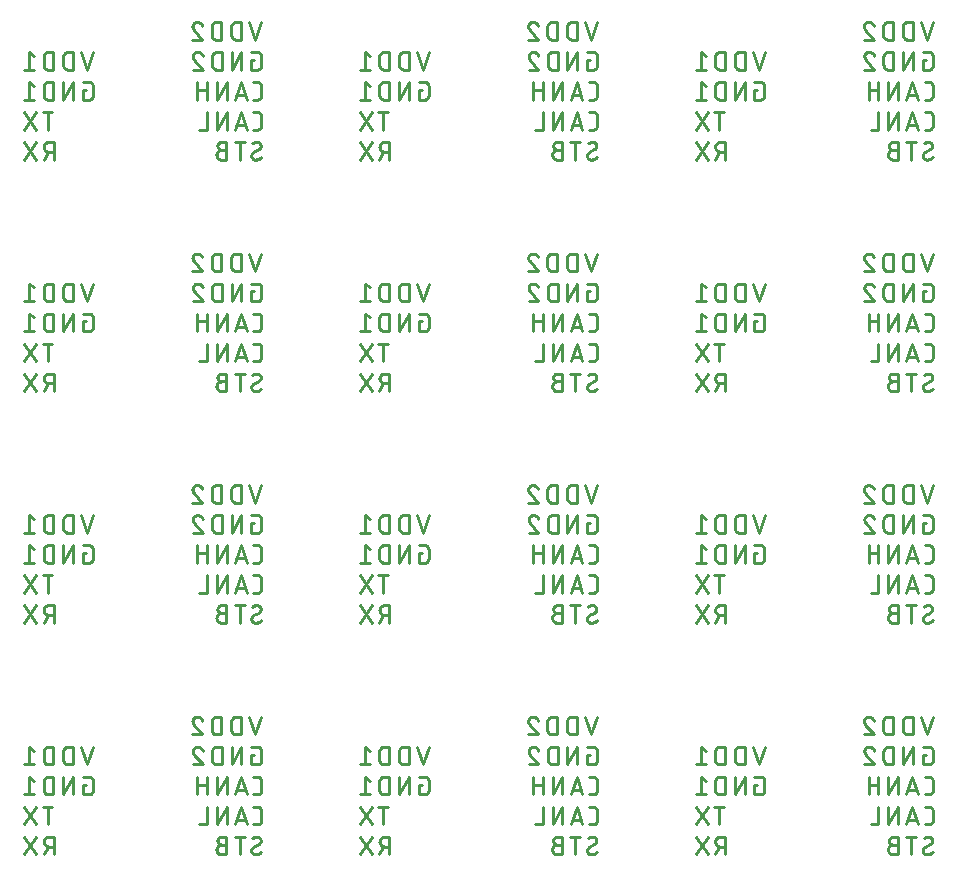
<source format=gbo>
G75*
%MOIN*%
%OFA0B0*%
%FSLAX25Y25*%
%IPPOS*%
%LPD*%
%AMOC8*
5,1,8,0,0,1.08239X$1,22.5*
%
%ADD10C,0.01100*%
D10*
X0044300Y0035800D02*
X0048233Y0041700D01*
X0044300Y0041700D02*
X0048233Y0035800D01*
X0050727Y0035800D02*
X0052039Y0038422D01*
X0052366Y0038422D02*
X0054005Y0038422D01*
X0052366Y0038422D02*
X0052287Y0038424D01*
X0052208Y0038430D01*
X0052129Y0038439D01*
X0052051Y0038453D01*
X0051974Y0038470D01*
X0051897Y0038490D01*
X0051822Y0038515D01*
X0051748Y0038543D01*
X0051675Y0038575D01*
X0051604Y0038610D01*
X0051535Y0038648D01*
X0051468Y0038690D01*
X0051403Y0038735D01*
X0051340Y0038783D01*
X0051279Y0038834D01*
X0051221Y0038888D01*
X0051166Y0038945D01*
X0051113Y0039004D01*
X0051064Y0039066D01*
X0051017Y0039130D01*
X0050974Y0039196D01*
X0050934Y0039264D01*
X0050897Y0039335D01*
X0050863Y0039406D01*
X0050834Y0039480D01*
X0050807Y0039555D01*
X0050785Y0039630D01*
X0050766Y0039707D01*
X0050750Y0039785D01*
X0050739Y0039863D01*
X0050731Y0039942D01*
X0050727Y0040021D01*
X0050727Y0040101D01*
X0050731Y0040180D01*
X0050739Y0040259D01*
X0050750Y0040337D01*
X0050766Y0040415D01*
X0050785Y0040492D01*
X0050807Y0040567D01*
X0050834Y0040642D01*
X0050863Y0040716D01*
X0050897Y0040787D01*
X0050934Y0040858D01*
X0050974Y0040926D01*
X0051017Y0040992D01*
X0051064Y0041056D01*
X0051113Y0041118D01*
X0051166Y0041177D01*
X0051221Y0041234D01*
X0051279Y0041288D01*
X0051340Y0041339D01*
X0051403Y0041387D01*
X0051468Y0041432D01*
X0051535Y0041474D01*
X0051604Y0041512D01*
X0051675Y0041547D01*
X0051748Y0041579D01*
X0051822Y0041607D01*
X0051897Y0041632D01*
X0051974Y0041652D01*
X0052051Y0041669D01*
X0052129Y0041683D01*
X0052208Y0041692D01*
X0052287Y0041698D01*
X0052366Y0041700D01*
X0054005Y0041700D01*
X0054005Y0035800D01*
X0052010Y0045800D02*
X0052010Y0051700D01*
X0050372Y0051700D02*
X0053649Y0051700D01*
X0053937Y0055800D02*
X0052298Y0055800D01*
X0052220Y0055802D01*
X0052142Y0055807D01*
X0052065Y0055817D01*
X0051988Y0055830D01*
X0051912Y0055846D01*
X0051836Y0055866D01*
X0051762Y0055890D01*
X0051689Y0055917D01*
X0051617Y0055948D01*
X0051547Y0055982D01*
X0051479Y0056020D01*
X0051412Y0056060D01*
X0051347Y0056104D01*
X0051285Y0056151D01*
X0051225Y0056200D01*
X0051167Y0056253D01*
X0051112Y0056308D01*
X0051059Y0056366D01*
X0051010Y0056426D01*
X0050963Y0056488D01*
X0050919Y0056553D01*
X0050879Y0056619D01*
X0050841Y0056688D01*
X0050807Y0056758D01*
X0050776Y0056830D01*
X0050749Y0056903D01*
X0050725Y0056977D01*
X0050705Y0057053D01*
X0050689Y0057129D01*
X0050676Y0057206D01*
X0050666Y0057283D01*
X0050661Y0057361D01*
X0050659Y0057439D01*
X0050659Y0060061D01*
X0050661Y0060141D01*
X0050667Y0060222D01*
X0050677Y0060302D01*
X0050690Y0060381D01*
X0050708Y0060459D01*
X0050730Y0060537D01*
X0050755Y0060613D01*
X0050784Y0060688D01*
X0050816Y0060762D01*
X0050853Y0060834D01*
X0050892Y0060904D01*
X0050935Y0060972D01*
X0050982Y0061037D01*
X0051031Y0061101D01*
X0051084Y0061162D01*
X0051139Y0061220D01*
X0051197Y0061275D01*
X0051258Y0061328D01*
X0051322Y0061377D01*
X0051387Y0061424D01*
X0051455Y0061467D01*
X0051525Y0061506D01*
X0051597Y0061543D01*
X0051671Y0061575D01*
X0051746Y0061604D01*
X0051822Y0061629D01*
X0051900Y0061651D01*
X0051978Y0061669D01*
X0052058Y0061682D01*
X0052137Y0061692D01*
X0052218Y0061698D01*
X0052298Y0061700D01*
X0053937Y0061700D01*
X0053937Y0055800D01*
X0057223Y0055800D02*
X0057223Y0061700D01*
X0060501Y0061700D02*
X0057223Y0055800D01*
X0060501Y0055800D02*
X0060501Y0061700D01*
X0063788Y0061700D02*
X0065754Y0061700D01*
X0065825Y0061698D01*
X0065896Y0061692D01*
X0065966Y0061683D01*
X0066036Y0061669D01*
X0066105Y0061652D01*
X0066173Y0061631D01*
X0066239Y0061607D01*
X0066304Y0061579D01*
X0066368Y0061547D01*
X0066430Y0061512D01*
X0066490Y0061474D01*
X0066547Y0061433D01*
X0066603Y0061388D01*
X0066656Y0061341D01*
X0066706Y0061291D01*
X0066753Y0061238D01*
X0066798Y0061182D01*
X0066839Y0061125D01*
X0066877Y0061065D01*
X0066912Y0061003D01*
X0066944Y0060939D01*
X0066972Y0060874D01*
X0066996Y0060808D01*
X0067017Y0060740D01*
X0067034Y0060671D01*
X0067048Y0060601D01*
X0067057Y0060531D01*
X0067063Y0060460D01*
X0067065Y0060389D01*
X0067066Y0060389D02*
X0067066Y0057111D01*
X0067065Y0057111D02*
X0067063Y0057040D01*
X0067057Y0056969D01*
X0067048Y0056899D01*
X0067034Y0056829D01*
X0067017Y0056760D01*
X0066996Y0056692D01*
X0066972Y0056626D01*
X0066944Y0056561D01*
X0066912Y0056497D01*
X0066877Y0056435D01*
X0066839Y0056375D01*
X0066798Y0056318D01*
X0066753Y0056262D01*
X0066706Y0056209D01*
X0066656Y0056159D01*
X0066603Y0056112D01*
X0066547Y0056067D01*
X0066490Y0056026D01*
X0066430Y0055988D01*
X0066368Y0055953D01*
X0066304Y0055921D01*
X0066239Y0055893D01*
X0066173Y0055869D01*
X0066105Y0055848D01*
X0066036Y0055831D01*
X0065966Y0055817D01*
X0065896Y0055808D01*
X0065825Y0055802D01*
X0065754Y0055800D01*
X0063788Y0055800D01*
X0063788Y0059078D01*
X0064771Y0059078D01*
X0065222Y0065800D02*
X0063255Y0071700D01*
X0060501Y0071700D02*
X0060501Y0065800D01*
X0058862Y0065800D01*
X0058784Y0065802D01*
X0058706Y0065807D01*
X0058629Y0065817D01*
X0058552Y0065830D01*
X0058476Y0065846D01*
X0058400Y0065866D01*
X0058326Y0065890D01*
X0058253Y0065917D01*
X0058181Y0065948D01*
X0058111Y0065982D01*
X0058043Y0066020D01*
X0057976Y0066060D01*
X0057911Y0066104D01*
X0057849Y0066151D01*
X0057789Y0066200D01*
X0057731Y0066253D01*
X0057676Y0066308D01*
X0057623Y0066366D01*
X0057574Y0066426D01*
X0057527Y0066488D01*
X0057483Y0066553D01*
X0057443Y0066619D01*
X0057405Y0066688D01*
X0057371Y0066758D01*
X0057340Y0066830D01*
X0057313Y0066903D01*
X0057289Y0066977D01*
X0057269Y0067053D01*
X0057253Y0067129D01*
X0057240Y0067206D01*
X0057230Y0067283D01*
X0057225Y0067361D01*
X0057223Y0067439D01*
X0057223Y0070061D01*
X0057225Y0070141D01*
X0057231Y0070222D01*
X0057241Y0070302D01*
X0057254Y0070381D01*
X0057272Y0070459D01*
X0057294Y0070537D01*
X0057319Y0070613D01*
X0057348Y0070688D01*
X0057380Y0070762D01*
X0057417Y0070834D01*
X0057456Y0070904D01*
X0057499Y0070972D01*
X0057546Y0071037D01*
X0057595Y0071101D01*
X0057648Y0071162D01*
X0057703Y0071220D01*
X0057761Y0071275D01*
X0057822Y0071328D01*
X0057886Y0071377D01*
X0057951Y0071424D01*
X0058019Y0071467D01*
X0058089Y0071506D01*
X0058161Y0071543D01*
X0058235Y0071575D01*
X0058310Y0071604D01*
X0058386Y0071629D01*
X0058464Y0071651D01*
X0058542Y0071669D01*
X0058622Y0071682D01*
X0058701Y0071692D01*
X0058782Y0071698D01*
X0058862Y0071700D01*
X0060501Y0071700D01*
X0053937Y0071700D02*
X0053937Y0065800D01*
X0052298Y0065800D01*
X0052220Y0065802D01*
X0052142Y0065807D01*
X0052065Y0065817D01*
X0051988Y0065830D01*
X0051912Y0065846D01*
X0051836Y0065866D01*
X0051762Y0065890D01*
X0051689Y0065917D01*
X0051617Y0065948D01*
X0051547Y0065982D01*
X0051479Y0066020D01*
X0051412Y0066060D01*
X0051347Y0066104D01*
X0051285Y0066151D01*
X0051225Y0066200D01*
X0051167Y0066253D01*
X0051112Y0066308D01*
X0051059Y0066366D01*
X0051010Y0066426D01*
X0050963Y0066488D01*
X0050919Y0066553D01*
X0050879Y0066619D01*
X0050841Y0066688D01*
X0050807Y0066758D01*
X0050776Y0066830D01*
X0050749Y0066903D01*
X0050725Y0066977D01*
X0050705Y0067053D01*
X0050689Y0067129D01*
X0050676Y0067206D01*
X0050666Y0067283D01*
X0050661Y0067361D01*
X0050659Y0067439D01*
X0050659Y0070061D01*
X0050661Y0070141D01*
X0050667Y0070222D01*
X0050677Y0070302D01*
X0050690Y0070381D01*
X0050708Y0070459D01*
X0050730Y0070537D01*
X0050755Y0070613D01*
X0050784Y0070688D01*
X0050816Y0070762D01*
X0050853Y0070834D01*
X0050892Y0070904D01*
X0050935Y0070972D01*
X0050982Y0071037D01*
X0051031Y0071101D01*
X0051084Y0071162D01*
X0051139Y0071220D01*
X0051197Y0071275D01*
X0051258Y0071328D01*
X0051322Y0071377D01*
X0051387Y0071424D01*
X0051455Y0071467D01*
X0051525Y0071506D01*
X0051597Y0071543D01*
X0051671Y0071575D01*
X0051746Y0071604D01*
X0051822Y0071629D01*
X0051900Y0071651D01*
X0051978Y0071669D01*
X0052058Y0071682D01*
X0052137Y0071692D01*
X0052218Y0071698D01*
X0052298Y0071700D01*
X0053937Y0071700D01*
X0047578Y0070389D02*
X0045939Y0071700D01*
X0045939Y0065800D01*
X0047578Y0065800D02*
X0044300Y0065800D01*
X0045939Y0061700D02*
X0045939Y0055800D01*
X0047578Y0055800D02*
X0044300Y0055800D01*
X0044300Y0051700D02*
X0048233Y0045800D01*
X0044300Y0045800D02*
X0048233Y0051700D01*
X0047578Y0060389D02*
X0045939Y0061700D01*
X0065222Y0065800D02*
X0067188Y0071700D01*
X0100312Y0075800D02*
X0103590Y0075800D01*
X0100803Y0079078D01*
X0101787Y0081700D02*
X0101872Y0081698D01*
X0101957Y0081692D01*
X0102042Y0081683D01*
X0102126Y0081669D01*
X0102209Y0081652D01*
X0102292Y0081632D01*
X0102373Y0081607D01*
X0102453Y0081579D01*
X0102532Y0081547D01*
X0102610Y0081512D01*
X0102686Y0081473D01*
X0102760Y0081431D01*
X0102832Y0081386D01*
X0102902Y0081338D01*
X0102969Y0081286D01*
X0103035Y0081231D01*
X0103097Y0081174D01*
X0103158Y0081114D01*
X0103215Y0081051D01*
X0103269Y0080985D01*
X0103321Y0080918D01*
X0103369Y0080848D01*
X0103415Y0080776D01*
X0103456Y0080702D01*
X0103495Y0080626D01*
X0103530Y0080548D01*
X0103562Y0080469D01*
X0103590Y0080389D01*
X0100804Y0079078D02*
X0100750Y0079131D01*
X0100699Y0079187D01*
X0100651Y0079245D01*
X0100606Y0079306D01*
X0100564Y0079368D01*
X0100525Y0079433D01*
X0100488Y0079499D01*
X0100455Y0079567D01*
X0100426Y0079636D01*
X0100399Y0079707D01*
X0100376Y0079778D01*
X0100357Y0079851D01*
X0100341Y0079925D01*
X0100328Y0079999D01*
X0100319Y0080074D01*
X0100314Y0080150D01*
X0100312Y0080225D01*
X0100314Y0080300D01*
X0100320Y0080374D01*
X0100329Y0080448D01*
X0100342Y0080522D01*
X0100359Y0080595D01*
X0100380Y0080667D01*
X0100404Y0080737D01*
X0100432Y0080807D01*
X0100463Y0080875D01*
X0100497Y0080941D01*
X0100535Y0081005D01*
X0100576Y0081068D01*
X0100621Y0081128D01*
X0100668Y0081186D01*
X0100718Y0081241D01*
X0100771Y0081294D01*
X0100826Y0081344D01*
X0100884Y0081391D01*
X0100944Y0081436D01*
X0101007Y0081477D01*
X0101071Y0081515D01*
X0101137Y0081549D01*
X0101205Y0081580D01*
X0101275Y0081608D01*
X0101345Y0081632D01*
X0101417Y0081653D01*
X0101490Y0081670D01*
X0101564Y0081683D01*
X0101638Y0081692D01*
X0101712Y0081698D01*
X0101787Y0081700D01*
X0106671Y0080061D02*
X0106671Y0077439D01*
X0106673Y0077361D01*
X0106678Y0077283D01*
X0106688Y0077206D01*
X0106701Y0077129D01*
X0106717Y0077053D01*
X0106737Y0076977D01*
X0106761Y0076903D01*
X0106788Y0076830D01*
X0106819Y0076758D01*
X0106853Y0076688D01*
X0106891Y0076619D01*
X0106931Y0076553D01*
X0106975Y0076488D01*
X0107022Y0076426D01*
X0107071Y0076366D01*
X0107124Y0076308D01*
X0107179Y0076253D01*
X0107237Y0076200D01*
X0107297Y0076151D01*
X0107359Y0076104D01*
X0107424Y0076060D01*
X0107491Y0076020D01*
X0107559Y0075982D01*
X0107629Y0075948D01*
X0107701Y0075917D01*
X0107774Y0075890D01*
X0107848Y0075866D01*
X0107924Y0075846D01*
X0108000Y0075830D01*
X0108077Y0075817D01*
X0108154Y0075807D01*
X0108232Y0075802D01*
X0108310Y0075800D01*
X0109949Y0075800D01*
X0109949Y0081700D01*
X0108310Y0081700D01*
X0108230Y0081698D01*
X0108149Y0081692D01*
X0108070Y0081682D01*
X0107990Y0081669D01*
X0107912Y0081651D01*
X0107834Y0081629D01*
X0107758Y0081604D01*
X0107683Y0081575D01*
X0107609Y0081543D01*
X0107537Y0081506D01*
X0107467Y0081467D01*
X0107399Y0081424D01*
X0107334Y0081377D01*
X0107270Y0081328D01*
X0107209Y0081275D01*
X0107151Y0081220D01*
X0107096Y0081162D01*
X0107043Y0081101D01*
X0106994Y0081037D01*
X0106947Y0080972D01*
X0106904Y0080904D01*
X0106865Y0080834D01*
X0106828Y0080762D01*
X0106796Y0080688D01*
X0106767Y0080613D01*
X0106742Y0080537D01*
X0106720Y0080459D01*
X0106702Y0080381D01*
X0106689Y0080302D01*
X0106679Y0080222D01*
X0106673Y0080141D01*
X0106671Y0080061D01*
X0113235Y0080061D02*
X0113235Y0077439D01*
X0113237Y0077361D01*
X0113242Y0077283D01*
X0113252Y0077206D01*
X0113265Y0077129D01*
X0113281Y0077053D01*
X0113301Y0076977D01*
X0113325Y0076903D01*
X0113352Y0076830D01*
X0113383Y0076758D01*
X0113417Y0076688D01*
X0113455Y0076619D01*
X0113495Y0076553D01*
X0113539Y0076488D01*
X0113586Y0076426D01*
X0113635Y0076366D01*
X0113688Y0076308D01*
X0113743Y0076253D01*
X0113801Y0076200D01*
X0113861Y0076151D01*
X0113923Y0076104D01*
X0113988Y0076060D01*
X0114055Y0076020D01*
X0114123Y0075982D01*
X0114193Y0075948D01*
X0114265Y0075917D01*
X0114338Y0075890D01*
X0114412Y0075866D01*
X0114488Y0075846D01*
X0114564Y0075830D01*
X0114641Y0075817D01*
X0114718Y0075807D01*
X0114796Y0075802D01*
X0114874Y0075800D01*
X0116513Y0075800D01*
X0116513Y0081700D01*
X0114874Y0081700D01*
X0114794Y0081698D01*
X0114713Y0081692D01*
X0114634Y0081682D01*
X0114554Y0081669D01*
X0114476Y0081651D01*
X0114398Y0081629D01*
X0114322Y0081604D01*
X0114247Y0081575D01*
X0114173Y0081543D01*
X0114101Y0081506D01*
X0114031Y0081467D01*
X0113963Y0081424D01*
X0113898Y0081377D01*
X0113834Y0081328D01*
X0113773Y0081275D01*
X0113715Y0081220D01*
X0113660Y0081162D01*
X0113607Y0081101D01*
X0113558Y0081037D01*
X0113511Y0080972D01*
X0113468Y0080904D01*
X0113429Y0080834D01*
X0113392Y0080762D01*
X0113360Y0080688D01*
X0113331Y0080613D01*
X0113306Y0080537D01*
X0113284Y0080459D01*
X0113266Y0080381D01*
X0113253Y0080302D01*
X0113243Y0080222D01*
X0113237Y0080141D01*
X0113235Y0080061D01*
X0119267Y0081700D02*
X0121233Y0075800D01*
X0123200Y0081700D01*
X0121889Y0071700D02*
X0119922Y0071700D01*
X0121889Y0071700D02*
X0121960Y0071698D01*
X0122031Y0071692D01*
X0122101Y0071683D01*
X0122171Y0071669D01*
X0122240Y0071652D01*
X0122308Y0071631D01*
X0122374Y0071607D01*
X0122439Y0071579D01*
X0122503Y0071547D01*
X0122565Y0071512D01*
X0122625Y0071474D01*
X0122682Y0071433D01*
X0122738Y0071388D01*
X0122791Y0071341D01*
X0122841Y0071291D01*
X0122888Y0071238D01*
X0122933Y0071182D01*
X0122974Y0071125D01*
X0123012Y0071065D01*
X0123047Y0071003D01*
X0123079Y0070939D01*
X0123107Y0070874D01*
X0123131Y0070808D01*
X0123152Y0070740D01*
X0123169Y0070671D01*
X0123183Y0070601D01*
X0123192Y0070531D01*
X0123198Y0070460D01*
X0123200Y0070389D01*
X0123200Y0067111D01*
X0123198Y0067040D01*
X0123192Y0066969D01*
X0123183Y0066899D01*
X0123169Y0066829D01*
X0123152Y0066760D01*
X0123131Y0066692D01*
X0123107Y0066626D01*
X0123079Y0066561D01*
X0123047Y0066497D01*
X0123012Y0066435D01*
X0122974Y0066375D01*
X0122933Y0066318D01*
X0122888Y0066262D01*
X0122841Y0066209D01*
X0122791Y0066159D01*
X0122738Y0066112D01*
X0122682Y0066067D01*
X0122625Y0066026D01*
X0122565Y0065988D01*
X0122503Y0065953D01*
X0122439Y0065921D01*
X0122374Y0065893D01*
X0122308Y0065869D01*
X0122240Y0065848D01*
X0122171Y0065831D01*
X0122101Y0065817D01*
X0122031Y0065808D01*
X0121960Y0065802D01*
X0121889Y0065800D01*
X0119922Y0065800D01*
X0119922Y0069078D01*
X0120906Y0069078D01*
X0116636Y0071700D02*
X0113358Y0065800D01*
X0113358Y0071700D01*
X0116636Y0071700D02*
X0116636Y0065800D01*
X0116409Y0061700D02*
X0114443Y0055800D01*
X0114934Y0057275D02*
X0117884Y0057275D01*
X0118376Y0055800D02*
X0116409Y0061700D01*
X0120578Y0061700D02*
X0121889Y0061700D01*
X0121960Y0061698D01*
X0122031Y0061692D01*
X0122101Y0061683D01*
X0122171Y0061669D01*
X0122240Y0061652D01*
X0122308Y0061631D01*
X0122374Y0061607D01*
X0122439Y0061579D01*
X0122503Y0061547D01*
X0122565Y0061512D01*
X0122625Y0061474D01*
X0122682Y0061433D01*
X0122738Y0061388D01*
X0122791Y0061341D01*
X0122841Y0061291D01*
X0122888Y0061238D01*
X0122933Y0061182D01*
X0122974Y0061125D01*
X0123012Y0061065D01*
X0123047Y0061003D01*
X0123079Y0060939D01*
X0123107Y0060874D01*
X0123131Y0060808D01*
X0123152Y0060740D01*
X0123169Y0060671D01*
X0123183Y0060601D01*
X0123192Y0060531D01*
X0123198Y0060460D01*
X0123200Y0060389D01*
X0123200Y0057111D01*
X0123198Y0057040D01*
X0123192Y0056969D01*
X0123183Y0056899D01*
X0123169Y0056829D01*
X0123152Y0056760D01*
X0123131Y0056692D01*
X0123107Y0056626D01*
X0123079Y0056561D01*
X0123047Y0056497D01*
X0123012Y0056435D01*
X0122974Y0056375D01*
X0122933Y0056318D01*
X0122888Y0056262D01*
X0122841Y0056209D01*
X0122791Y0056159D01*
X0122738Y0056112D01*
X0122682Y0056067D01*
X0122625Y0056026D01*
X0122565Y0055988D01*
X0122503Y0055953D01*
X0122439Y0055921D01*
X0122374Y0055893D01*
X0122308Y0055869D01*
X0122240Y0055848D01*
X0122171Y0055831D01*
X0122101Y0055817D01*
X0122031Y0055808D01*
X0121960Y0055802D01*
X0121889Y0055800D01*
X0120578Y0055800D01*
X0120578Y0051700D02*
X0121889Y0051700D01*
X0121960Y0051698D01*
X0122031Y0051692D01*
X0122101Y0051683D01*
X0122171Y0051669D01*
X0122240Y0051652D01*
X0122308Y0051631D01*
X0122374Y0051607D01*
X0122439Y0051579D01*
X0122503Y0051547D01*
X0122565Y0051512D01*
X0122625Y0051474D01*
X0122682Y0051433D01*
X0122738Y0051388D01*
X0122791Y0051341D01*
X0122841Y0051291D01*
X0122888Y0051238D01*
X0122933Y0051182D01*
X0122974Y0051125D01*
X0123012Y0051065D01*
X0123047Y0051003D01*
X0123079Y0050939D01*
X0123107Y0050874D01*
X0123131Y0050808D01*
X0123152Y0050740D01*
X0123169Y0050671D01*
X0123183Y0050601D01*
X0123192Y0050531D01*
X0123198Y0050460D01*
X0123200Y0050389D01*
X0123200Y0047111D01*
X0123198Y0047040D01*
X0123192Y0046969D01*
X0123183Y0046899D01*
X0123169Y0046829D01*
X0123152Y0046760D01*
X0123131Y0046692D01*
X0123107Y0046626D01*
X0123079Y0046561D01*
X0123047Y0046497D01*
X0123012Y0046435D01*
X0122974Y0046375D01*
X0122933Y0046318D01*
X0122888Y0046262D01*
X0122841Y0046209D01*
X0122791Y0046159D01*
X0122738Y0046112D01*
X0122682Y0046067D01*
X0122625Y0046026D01*
X0122565Y0045988D01*
X0122503Y0045953D01*
X0122439Y0045921D01*
X0122374Y0045893D01*
X0122308Y0045869D01*
X0122240Y0045848D01*
X0122171Y0045831D01*
X0122101Y0045817D01*
X0122031Y0045808D01*
X0121960Y0045802D01*
X0121889Y0045800D01*
X0120578Y0045800D01*
X0118376Y0045800D02*
X0116409Y0051700D01*
X0114443Y0045800D01*
X0114934Y0047275D02*
X0117884Y0047275D01*
X0117661Y0041700D02*
X0114384Y0041700D01*
X0116022Y0041700D02*
X0116022Y0035800D01*
X0111587Y0035800D02*
X0111587Y0041700D01*
X0109948Y0041700D01*
X0109877Y0041698D01*
X0109806Y0041692D01*
X0109736Y0041683D01*
X0109666Y0041669D01*
X0109597Y0041652D01*
X0109529Y0041631D01*
X0109463Y0041607D01*
X0109398Y0041579D01*
X0109334Y0041547D01*
X0109272Y0041512D01*
X0109212Y0041474D01*
X0109155Y0041433D01*
X0109099Y0041388D01*
X0109046Y0041341D01*
X0108996Y0041291D01*
X0108949Y0041238D01*
X0108904Y0041182D01*
X0108863Y0041125D01*
X0108825Y0041065D01*
X0108790Y0041003D01*
X0108758Y0040939D01*
X0108730Y0040874D01*
X0108706Y0040808D01*
X0108685Y0040740D01*
X0108668Y0040671D01*
X0108654Y0040601D01*
X0108645Y0040531D01*
X0108639Y0040460D01*
X0108637Y0040389D01*
X0108639Y0040318D01*
X0108645Y0040247D01*
X0108654Y0040177D01*
X0108668Y0040107D01*
X0108685Y0040038D01*
X0108706Y0039970D01*
X0108730Y0039904D01*
X0108758Y0039839D01*
X0108790Y0039775D01*
X0108825Y0039713D01*
X0108863Y0039653D01*
X0108904Y0039596D01*
X0108949Y0039540D01*
X0108996Y0039487D01*
X0109046Y0039437D01*
X0109099Y0039390D01*
X0109155Y0039345D01*
X0109212Y0039304D01*
X0109272Y0039266D01*
X0109334Y0039231D01*
X0109398Y0039199D01*
X0109463Y0039171D01*
X0109529Y0039147D01*
X0109597Y0039126D01*
X0109666Y0039109D01*
X0109736Y0039095D01*
X0109806Y0039086D01*
X0109877Y0039080D01*
X0109948Y0039078D01*
X0111587Y0039078D01*
X0109948Y0039078D02*
X0109869Y0039076D01*
X0109790Y0039070D01*
X0109711Y0039061D01*
X0109633Y0039047D01*
X0109556Y0039030D01*
X0109479Y0039010D01*
X0109404Y0038985D01*
X0109330Y0038957D01*
X0109257Y0038925D01*
X0109186Y0038890D01*
X0109117Y0038852D01*
X0109050Y0038810D01*
X0108985Y0038765D01*
X0108922Y0038717D01*
X0108861Y0038666D01*
X0108803Y0038612D01*
X0108748Y0038555D01*
X0108695Y0038496D01*
X0108646Y0038434D01*
X0108599Y0038370D01*
X0108556Y0038304D01*
X0108516Y0038236D01*
X0108479Y0038165D01*
X0108445Y0038094D01*
X0108416Y0038020D01*
X0108389Y0037945D01*
X0108367Y0037870D01*
X0108348Y0037793D01*
X0108332Y0037715D01*
X0108321Y0037637D01*
X0108313Y0037558D01*
X0108309Y0037479D01*
X0108309Y0037399D01*
X0108313Y0037320D01*
X0108321Y0037241D01*
X0108332Y0037163D01*
X0108348Y0037085D01*
X0108367Y0037008D01*
X0108389Y0036933D01*
X0108416Y0036858D01*
X0108445Y0036784D01*
X0108479Y0036713D01*
X0108516Y0036642D01*
X0108556Y0036574D01*
X0108599Y0036508D01*
X0108646Y0036444D01*
X0108695Y0036382D01*
X0108748Y0036323D01*
X0108803Y0036266D01*
X0108861Y0036212D01*
X0108922Y0036161D01*
X0108985Y0036113D01*
X0109050Y0036068D01*
X0109117Y0036026D01*
X0109186Y0035988D01*
X0109257Y0035953D01*
X0109330Y0035921D01*
X0109404Y0035893D01*
X0109479Y0035868D01*
X0109556Y0035848D01*
X0109633Y0035831D01*
X0109711Y0035817D01*
X0109790Y0035808D01*
X0109869Y0035802D01*
X0109948Y0035800D01*
X0111587Y0035800D01*
X0120578Y0038258D02*
X0122381Y0039242D01*
X0121725Y0041700D02*
X0121626Y0041698D01*
X0121527Y0041692D01*
X0121429Y0041682D01*
X0121331Y0041668D01*
X0121234Y0041650D01*
X0121138Y0041629D01*
X0121042Y0041603D01*
X0120948Y0041574D01*
X0120855Y0041541D01*
X0120763Y0041504D01*
X0120673Y0041463D01*
X0120584Y0041419D01*
X0120498Y0041372D01*
X0120413Y0041321D01*
X0120330Y0041266D01*
X0120250Y0041208D01*
X0122381Y0039241D02*
X0122440Y0039278D01*
X0122497Y0039318D01*
X0122551Y0039360D01*
X0122603Y0039405D01*
X0122653Y0039453D01*
X0122700Y0039504D01*
X0122745Y0039557D01*
X0122787Y0039612D01*
X0122826Y0039669D01*
X0122861Y0039728D01*
X0122894Y0039789D01*
X0122924Y0039852D01*
X0122950Y0039916D01*
X0122973Y0039981D01*
X0122992Y0040047D01*
X0123008Y0040114D01*
X0123021Y0040182D01*
X0123030Y0040251D01*
X0123035Y0040320D01*
X0123037Y0040389D01*
X0123036Y0040389D02*
X0123034Y0040460D01*
X0123028Y0040531D01*
X0123019Y0040601D01*
X0123005Y0040671D01*
X0122988Y0040740D01*
X0122967Y0040808D01*
X0122943Y0040874D01*
X0122915Y0040939D01*
X0122883Y0041003D01*
X0122848Y0041065D01*
X0122810Y0041125D01*
X0122769Y0041182D01*
X0122724Y0041238D01*
X0122677Y0041291D01*
X0122627Y0041341D01*
X0122574Y0041388D01*
X0122518Y0041433D01*
X0122461Y0041474D01*
X0122401Y0041512D01*
X0122339Y0041547D01*
X0122275Y0041579D01*
X0122210Y0041607D01*
X0122144Y0041631D01*
X0122076Y0041652D01*
X0122007Y0041669D01*
X0121937Y0041683D01*
X0121867Y0041692D01*
X0121796Y0041698D01*
X0121725Y0041700D01*
X0123200Y0036620D02*
X0123125Y0036547D01*
X0123048Y0036477D01*
X0122968Y0036411D01*
X0122885Y0036347D01*
X0122801Y0036286D01*
X0122714Y0036229D01*
X0122625Y0036175D01*
X0122534Y0036124D01*
X0122441Y0036077D01*
X0122346Y0036034D01*
X0122250Y0035994D01*
X0122153Y0035957D01*
X0122054Y0035924D01*
X0121954Y0035895D01*
X0121853Y0035870D01*
X0121751Y0035849D01*
X0121648Y0035831D01*
X0121545Y0035818D01*
X0121441Y0035808D01*
X0121337Y0035802D01*
X0121233Y0035800D01*
X0121162Y0035802D01*
X0121091Y0035808D01*
X0121021Y0035817D01*
X0120951Y0035831D01*
X0120882Y0035848D01*
X0120814Y0035869D01*
X0120748Y0035893D01*
X0120683Y0035921D01*
X0120619Y0035953D01*
X0120557Y0035988D01*
X0120497Y0036026D01*
X0120440Y0036067D01*
X0120384Y0036112D01*
X0120331Y0036159D01*
X0120281Y0036209D01*
X0120234Y0036262D01*
X0120189Y0036318D01*
X0120148Y0036375D01*
X0120110Y0036435D01*
X0120075Y0036497D01*
X0120043Y0036561D01*
X0120015Y0036626D01*
X0119991Y0036692D01*
X0119970Y0036760D01*
X0119953Y0036829D01*
X0119939Y0036899D01*
X0119930Y0036969D01*
X0119924Y0037040D01*
X0119922Y0037111D01*
X0119924Y0037180D01*
X0119929Y0037249D01*
X0119938Y0037318D01*
X0119951Y0037386D01*
X0119967Y0037453D01*
X0119986Y0037519D01*
X0120009Y0037584D01*
X0120035Y0037648D01*
X0120065Y0037711D01*
X0120097Y0037772D01*
X0120133Y0037831D01*
X0120172Y0037888D01*
X0120214Y0037943D01*
X0120259Y0037996D01*
X0120306Y0038047D01*
X0120356Y0038094D01*
X0120408Y0038140D01*
X0120462Y0038182D01*
X0120519Y0038222D01*
X0120578Y0038259D01*
X0111689Y0045800D02*
X0111689Y0051700D01*
X0108411Y0045800D01*
X0108411Y0051700D01*
X0105107Y0051700D02*
X0105107Y0045800D01*
X0102485Y0045800D01*
X0101847Y0055800D02*
X0101847Y0061700D01*
X0101847Y0059078D02*
X0105125Y0059078D01*
X0105125Y0061700D02*
X0105125Y0055800D01*
X0108411Y0055800D02*
X0108411Y0061700D01*
X0111689Y0061700D02*
X0108411Y0055800D01*
X0111689Y0055800D02*
X0111689Y0061700D01*
X0110071Y0065800D02*
X0108433Y0065800D01*
X0110071Y0065800D02*
X0110071Y0071700D01*
X0108433Y0071700D01*
X0108353Y0071698D01*
X0108272Y0071692D01*
X0108193Y0071682D01*
X0108113Y0071669D01*
X0108035Y0071651D01*
X0107957Y0071629D01*
X0107881Y0071604D01*
X0107806Y0071575D01*
X0107732Y0071543D01*
X0107660Y0071506D01*
X0107590Y0071467D01*
X0107522Y0071424D01*
X0107457Y0071377D01*
X0107393Y0071328D01*
X0107332Y0071275D01*
X0107274Y0071220D01*
X0107219Y0071162D01*
X0107166Y0071101D01*
X0107117Y0071037D01*
X0107070Y0070972D01*
X0107027Y0070904D01*
X0106988Y0070834D01*
X0106951Y0070762D01*
X0106919Y0070688D01*
X0106890Y0070613D01*
X0106865Y0070537D01*
X0106843Y0070459D01*
X0106825Y0070381D01*
X0106812Y0070302D01*
X0106802Y0070222D01*
X0106796Y0070141D01*
X0106794Y0070061D01*
X0106794Y0067439D01*
X0106793Y0067439D02*
X0106795Y0067361D01*
X0106800Y0067283D01*
X0106810Y0067206D01*
X0106823Y0067129D01*
X0106839Y0067053D01*
X0106859Y0066977D01*
X0106883Y0066903D01*
X0106910Y0066830D01*
X0106941Y0066758D01*
X0106975Y0066688D01*
X0107013Y0066619D01*
X0107053Y0066553D01*
X0107097Y0066488D01*
X0107144Y0066426D01*
X0107193Y0066366D01*
X0107246Y0066308D01*
X0107301Y0066253D01*
X0107359Y0066200D01*
X0107419Y0066151D01*
X0107481Y0066104D01*
X0107546Y0066060D01*
X0107613Y0066020D01*
X0107681Y0065982D01*
X0107751Y0065948D01*
X0107823Y0065917D01*
X0107896Y0065890D01*
X0107970Y0065866D01*
X0108046Y0065846D01*
X0108122Y0065830D01*
X0108199Y0065817D01*
X0108276Y0065807D01*
X0108354Y0065802D01*
X0108432Y0065800D01*
X0103712Y0065800D02*
X0100434Y0065800D01*
X0103712Y0065800D02*
X0100926Y0069078D01*
X0101909Y0071700D02*
X0101994Y0071698D01*
X0102079Y0071692D01*
X0102164Y0071683D01*
X0102248Y0071669D01*
X0102331Y0071652D01*
X0102414Y0071632D01*
X0102495Y0071607D01*
X0102575Y0071579D01*
X0102654Y0071547D01*
X0102732Y0071512D01*
X0102808Y0071473D01*
X0102882Y0071431D01*
X0102954Y0071386D01*
X0103024Y0071338D01*
X0103091Y0071286D01*
X0103157Y0071231D01*
X0103219Y0071174D01*
X0103280Y0071114D01*
X0103337Y0071051D01*
X0103391Y0070985D01*
X0103443Y0070918D01*
X0103491Y0070848D01*
X0103537Y0070776D01*
X0103578Y0070702D01*
X0103617Y0070626D01*
X0103652Y0070548D01*
X0103684Y0070469D01*
X0103712Y0070389D01*
X0100927Y0069078D02*
X0100873Y0069131D01*
X0100822Y0069187D01*
X0100774Y0069245D01*
X0100729Y0069306D01*
X0100687Y0069368D01*
X0100648Y0069433D01*
X0100611Y0069499D01*
X0100578Y0069567D01*
X0100549Y0069636D01*
X0100522Y0069707D01*
X0100499Y0069778D01*
X0100480Y0069851D01*
X0100464Y0069925D01*
X0100451Y0069999D01*
X0100442Y0070074D01*
X0100437Y0070150D01*
X0100435Y0070225D01*
X0100434Y0070225D02*
X0100436Y0070300D01*
X0100442Y0070374D01*
X0100451Y0070448D01*
X0100464Y0070522D01*
X0100481Y0070595D01*
X0100502Y0070667D01*
X0100526Y0070737D01*
X0100554Y0070807D01*
X0100585Y0070875D01*
X0100619Y0070941D01*
X0100657Y0071005D01*
X0100698Y0071068D01*
X0100743Y0071128D01*
X0100790Y0071186D01*
X0100840Y0071241D01*
X0100893Y0071294D01*
X0100948Y0071344D01*
X0101006Y0071391D01*
X0101066Y0071436D01*
X0101129Y0071477D01*
X0101193Y0071515D01*
X0101259Y0071549D01*
X0101327Y0071580D01*
X0101397Y0071608D01*
X0101467Y0071632D01*
X0101539Y0071653D01*
X0101612Y0071670D01*
X0101686Y0071683D01*
X0101760Y0071692D01*
X0101834Y0071698D01*
X0101909Y0071700D01*
X0109948Y0113001D02*
X0111587Y0113001D01*
X0111587Y0118901D01*
X0109948Y0118901D01*
X0109877Y0118899D01*
X0109806Y0118893D01*
X0109736Y0118884D01*
X0109666Y0118870D01*
X0109597Y0118853D01*
X0109529Y0118832D01*
X0109463Y0118808D01*
X0109398Y0118780D01*
X0109334Y0118748D01*
X0109272Y0118713D01*
X0109212Y0118675D01*
X0109155Y0118634D01*
X0109099Y0118589D01*
X0109046Y0118542D01*
X0108996Y0118492D01*
X0108949Y0118439D01*
X0108904Y0118383D01*
X0108863Y0118326D01*
X0108825Y0118266D01*
X0108790Y0118204D01*
X0108758Y0118140D01*
X0108730Y0118075D01*
X0108706Y0118009D01*
X0108685Y0117941D01*
X0108668Y0117872D01*
X0108654Y0117802D01*
X0108645Y0117732D01*
X0108639Y0117661D01*
X0108637Y0117590D01*
X0108639Y0117519D01*
X0108645Y0117448D01*
X0108654Y0117378D01*
X0108668Y0117308D01*
X0108685Y0117239D01*
X0108706Y0117171D01*
X0108730Y0117105D01*
X0108758Y0117040D01*
X0108790Y0116976D01*
X0108825Y0116914D01*
X0108863Y0116854D01*
X0108904Y0116797D01*
X0108949Y0116741D01*
X0108996Y0116688D01*
X0109046Y0116638D01*
X0109099Y0116591D01*
X0109155Y0116546D01*
X0109212Y0116505D01*
X0109272Y0116467D01*
X0109334Y0116432D01*
X0109398Y0116400D01*
X0109463Y0116372D01*
X0109529Y0116348D01*
X0109597Y0116327D01*
X0109666Y0116310D01*
X0109736Y0116296D01*
X0109806Y0116287D01*
X0109877Y0116281D01*
X0109948Y0116279D01*
X0111587Y0116279D01*
X0109948Y0116279D02*
X0109869Y0116277D01*
X0109790Y0116271D01*
X0109711Y0116262D01*
X0109633Y0116248D01*
X0109556Y0116231D01*
X0109479Y0116211D01*
X0109404Y0116186D01*
X0109330Y0116158D01*
X0109257Y0116126D01*
X0109186Y0116091D01*
X0109117Y0116053D01*
X0109050Y0116011D01*
X0108985Y0115966D01*
X0108922Y0115918D01*
X0108861Y0115867D01*
X0108803Y0115813D01*
X0108748Y0115756D01*
X0108695Y0115697D01*
X0108646Y0115635D01*
X0108599Y0115571D01*
X0108556Y0115505D01*
X0108516Y0115437D01*
X0108479Y0115366D01*
X0108445Y0115295D01*
X0108416Y0115221D01*
X0108389Y0115146D01*
X0108367Y0115071D01*
X0108348Y0114994D01*
X0108332Y0114916D01*
X0108321Y0114838D01*
X0108313Y0114759D01*
X0108309Y0114680D01*
X0108309Y0114600D01*
X0108313Y0114521D01*
X0108321Y0114442D01*
X0108332Y0114364D01*
X0108348Y0114286D01*
X0108367Y0114209D01*
X0108389Y0114134D01*
X0108416Y0114059D01*
X0108445Y0113985D01*
X0108479Y0113914D01*
X0108516Y0113843D01*
X0108556Y0113775D01*
X0108599Y0113709D01*
X0108646Y0113645D01*
X0108695Y0113583D01*
X0108748Y0113524D01*
X0108803Y0113467D01*
X0108861Y0113413D01*
X0108922Y0113362D01*
X0108985Y0113314D01*
X0109050Y0113269D01*
X0109117Y0113227D01*
X0109186Y0113189D01*
X0109257Y0113154D01*
X0109330Y0113122D01*
X0109404Y0113094D01*
X0109479Y0113069D01*
X0109556Y0113049D01*
X0109633Y0113032D01*
X0109711Y0113018D01*
X0109790Y0113009D01*
X0109869Y0113003D01*
X0109948Y0113001D01*
X0116022Y0113001D02*
X0116022Y0118901D01*
X0114384Y0118901D02*
X0117661Y0118901D01*
X0118376Y0123001D02*
X0116409Y0128901D01*
X0114443Y0123001D01*
X0114934Y0124476D02*
X0117884Y0124476D01*
X0120578Y0123001D02*
X0121889Y0123001D01*
X0121960Y0123003D01*
X0122031Y0123009D01*
X0122101Y0123018D01*
X0122171Y0123032D01*
X0122240Y0123049D01*
X0122308Y0123070D01*
X0122374Y0123094D01*
X0122439Y0123122D01*
X0122503Y0123154D01*
X0122565Y0123189D01*
X0122625Y0123227D01*
X0122682Y0123268D01*
X0122738Y0123313D01*
X0122791Y0123360D01*
X0122841Y0123410D01*
X0122888Y0123463D01*
X0122933Y0123519D01*
X0122974Y0123576D01*
X0123012Y0123636D01*
X0123047Y0123698D01*
X0123079Y0123762D01*
X0123107Y0123827D01*
X0123131Y0123893D01*
X0123152Y0123961D01*
X0123169Y0124030D01*
X0123183Y0124100D01*
X0123192Y0124170D01*
X0123198Y0124241D01*
X0123200Y0124312D01*
X0123200Y0127590D01*
X0123198Y0127661D01*
X0123192Y0127732D01*
X0123183Y0127802D01*
X0123169Y0127872D01*
X0123152Y0127941D01*
X0123131Y0128009D01*
X0123107Y0128075D01*
X0123079Y0128140D01*
X0123047Y0128204D01*
X0123012Y0128266D01*
X0122974Y0128326D01*
X0122933Y0128383D01*
X0122888Y0128439D01*
X0122841Y0128492D01*
X0122791Y0128542D01*
X0122738Y0128589D01*
X0122682Y0128634D01*
X0122625Y0128675D01*
X0122565Y0128713D01*
X0122503Y0128748D01*
X0122439Y0128780D01*
X0122374Y0128808D01*
X0122308Y0128832D01*
X0122240Y0128853D01*
X0122171Y0128870D01*
X0122101Y0128884D01*
X0122031Y0128893D01*
X0121960Y0128899D01*
X0121889Y0128901D01*
X0120578Y0128901D01*
X0120578Y0133001D02*
X0121889Y0133001D01*
X0121960Y0133003D01*
X0122031Y0133009D01*
X0122101Y0133018D01*
X0122171Y0133032D01*
X0122240Y0133049D01*
X0122308Y0133070D01*
X0122374Y0133094D01*
X0122439Y0133122D01*
X0122503Y0133154D01*
X0122565Y0133189D01*
X0122625Y0133227D01*
X0122682Y0133268D01*
X0122738Y0133313D01*
X0122791Y0133360D01*
X0122841Y0133410D01*
X0122888Y0133463D01*
X0122933Y0133519D01*
X0122974Y0133576D01*
X0123012Y0133636D01*
X0123047Y0133698D01*
X0123079Y0133762D01*
X0123107Y0133827D01*
X0123131Y0133893D01*
X0123152Y0133961D01*
X0123169Y0134030D01*
X0123183Y0134100D01*
X0123192Y0134170D01*
X0123198Y0134241D01*
X0123200Y0134312D01*
X0123200Y0137590D01*
X0123198Y0137661D01*
X0123192Y0137732D01*
X0123183Y0137802D01*
X0123169Y0137872D01*
X0123152Y0137941D01*
X0123131Y0138009D01*
X0123107Y0138075D01*
X0123079Y0138140D01*
X0123047Y0138204D01*
X0123012Y0138266D01*
X0122974Y0138326D01*
X0122933Y0138383D01*
X0122888Y0138439D01*
X0122841Y0138492D01*
X0122791Y0138542D01*
X0122738Y0138589D01*
X0122682Y0138634D01*
X0122625Y0138675D01*
X0122565Y0138713D01*
X0122503Y0138748D01*
X0122439Y0138780D01*
X0122374Y0138808D01*
X0122308Y0138832D01*
X0122240Y0138853D01*
X0122171Y0138870D01*
X0122101Y0138884D01*
X0122031Y0138893D01*
X0121960Y0138899D01*
X0121889Y0138901D01*
X0120578Y0138901D01*
X0119922Y0143001D02*
X0121889Y0143001D01*
X0121960Y0143003D01*
X0122031Y0143009D01*
X0122101Y0143018D01*
X0122171Y0143032D01*
X0122240Y0143049D01*
X0122308Y0143070D01*
X0122374Y0143094D01*
X0122439Y0143122D01*
X0122503Y0143154D01*
X0122565Y0143189D01*
X0122625Y0143227D01*
X0122682Y0143268D01*
X0122738Y0143313D01*
X0122791Y0143360D01*
X0122841Y0143410D01*
X0122888Y0143463D01*
X0122933Y0143519D01*
X0122974Y0143576D01*
X0123012Y0143636D01*
X0123047Y0143698D01*
X0123079Y0143762D01*
X0123107Y0143827D01*
X0123131Y0143893D01*
X0123152Y0143961D01*
X0123169Y0144030D01*
X0123183Y0144100D01*
X0123192Y0144170D01*
X0123198Y0144241D01*
X0123200Y0144312D01*
X0123200Y0147590D01*
X0123198Y0147661D01*
X0123192Y0147732D01*
X0123183Y0147802D01*
X0123169Y0147872D01*
X0123152Y0147941D01*
X0123131Y0148009D01*
X0123107Y0148075D01*
X0123079Y0148140D01*
X0123047Y0148204D01*
X0123012Y0148266D01*
X0122974Y0148326D01*
X0122933Y0148383D01*
X0122888Y0148439D01*
X0122841Y0148492D01*
X0122791Y0148542D01*
X0122738Y0148589D01*
X0122682Y0148634D01*
X0122625Y0148675D01*
X0122565Y0148713D01*
X0122503Y0148748D01*
X0122439Y0148780D01*
X0122374Y0148808D01*
X0122308Y0148832D01*
X0122240Y0148853D01*
X0122171Y0148870D01*
X0122101Y0148884D01*
X0122031Y0148893D01*
X0121960Y0148899D01*
X0121889Y0148901D01*
X0119922Y0148901D01*
X0119922Y0146279D02*
X0119922Y0143001D01*
X0119922Y0146279D02*
X0120906Y0146279D01*
X0116636Y0148901D02*
X0113358Y0143001D01*
X0113358Y0148901D01*
X0116636Y0148901D02*
X0116636Y0143001D01*
X0116409Y0138901D02*
X0114443Y0133001D01*
X0114934Y0134476D02*
X0117884Y0134476D01*
X0118376Y0133001D02*
X0116409Y0138901D01*
X0111689Y0138901D02*
X0108411Y0133001D01*
X0108411Y0138901D01*
X0111689Y0138901D02*
X0111689Y0133001D01*
X0111689Y0128901D02*
X0108411Y0123001D01*
X0108411Y0128901D01*
X0111689Y0128901D02*
X0111689Y0123001D01*
X0105107Y0123001D02*
X0105107Y0128901D01*
X0105125Y0133001D02*
X0105125Y0138901D01*
X0105125Y0136279D02*
X0101847Y0136279D01*
X0101847Y0138901D02*
X0101847Y0133001D01*
X0102485Y0123001D02*
X0105107Y0123001D01*
X0120578Y0115459D02*
X0122381Y0116442D01*
X0121725Y0118900D02*
X0121626Y0118898D01*
X0121527Y0118892D01*
X0121429Y0118882D01*
X0121331Y0118868D01*
X0121234Y0118850D01*
X0121138Y0118829D01*
X0121042Y0118803D01*
X0120948Y0118774D01*
X0120855Y0118741D01*
X0120763Y0118704D01*
X0120673Y0118663D01*
X0120584Y0118619D01*
X0120498Y0118572D01*
X0120413Y0118521D01*
X0120330Y0118466D01*
X0120250Y0118408D01*
X0122381Y0116442D02*
X0122440Y0116479D01*
X0122497Y0116519D01*
X0122551Y0116561D01*
X0122603Y0116606D01*
X0122653Y0116654D01*
X0122700Y0116705D01*
X0122745Y0116758D01*
X0122787Y0116813D01*
X0122826Y0116870D01*
X0122861Y0116929D01*
X0122894Y0116990D01*
X0122924Y0117053D01*
X0122950Y0117117D01*
X0122973Y0117182D01*
X0122992Y0117248D01*
X0123008Y0117315D01*
X0123021Y0117383D01*
X0123030Y0117452D01*
X0123035Y0117521D01*
X0123037Y0117590D01*
X0123036Y0117590D02*
X0123034Y0117661D01*
X0123028Y0117732D01*
X0123019Y0117802D01*
X0123005Y0117872D01*
X0122988Y0117941D01*
X0122967Y0118009D01*
X0122943Y0118075D01*
X0122915Y0118140D01*
X0122883Y0118204D01*
X0122848Y0118266D01*
X0122810Y0118326D01*
X0122769Y0118383D01*
X0122724Y0118439D01*
X0122677Y0118492D01*
X0122627Y0118542D01*
X0122574Y0118589D01*
X0122518Y0118634D01*
X0122461Y0118675D01*
X0122401Y0118713D01*
X0122339Y0118748D01*
X0122275Y0118780D01*
X0122210Y0118808D01*
X0122144Y0118832D01*
X0122076Y0118853D01*
X0122007Y0118870D01*
X0121937Y0118884D01*
X0121867Y0118893D01*
X0121796Y0118899D01*
X0121725Y0118901D01*
X0123200Y0113821D02*
X0123125Y0113748D01*
X0123048Y0113678D01*
X0122968Y0113612D01*
X0122885Y0113548D01*
X0122801Y0113487D01*
X0122714Y0113430D01*
X0122625Y0113376D01*
X0122534Y0113325D01*
X0122441Y0113278D01*
X0122346Y0113235D01*
X0122250Y0113195D01*
X0122153Y0113158D01*
X0122054Y0113125D01*
X0121954Y0113096D01*
X0121853Y0113071D01*
X0121751Y0113050D01*
X0121648Y0113032D01*
X0121545Y0113019D01*
X0121441Y0113009D01*
X0121337Y0113003D01*
X0121233Y0113001D01*
X0121162Y0113003D01*
X0121091Y0113009D01*
X0121021Y0113018D01*
X0120951Y0113032D01*
X0120882Y0113049D01*
X0120814Y0113070D01*
X0120748Y0113094D01*
X0120683Y0113122D01*
X0120619Y0113154D01*
X0120557Y0113189D01*
X0120497Y0113227D01*
X0120440Y0113268D01*
X0120384Y0113313D01*
X0120331Y0113360D01*
X0120281Y0113410D01*
X0120234Y0113463D01*
X0120189Y0113519D01*
X0120148Y0113576D01*
X0120110Y0113636D01*
X0120075Y0113698D01*
X0120043Y0113762D01*
X0120015Y0113827D01*
X0119991Y0113893D01*
X0119970Y0113961D01*
X0119953Y0114030D01*
X0119939Y0114100D01*
X0119930Y0114170D01*
X0119924Y0114241D01*
X0119922Y0114312D01*
X0119924Y0114381D01*
X0119929Y0114450D01*
X0119938Y0114519D01*
X0119951Y0114587D01*
X0119967Y0114654D01*
X0119986Y0114720D01*
X0120009Y0114785D01*
X0120035Y0114849D01*
X0120065Y0114912D01*
X0120097Y0114973D01*
X0120133Y0115032D01*
X0120172Y0115089D01*
X0120214Y0115144D01*
X0120259Y0115197D01*
X0120306Y0115248D01*
X0120356Y0115295D01*
X0120408Y0115341D01*
X0120462Y0115383D01*
X0120519Y0115423D01*
X0120578Y0115460D01*
X0110071Y0143001D02*
X0108433Y0143001D01*
X0110071Y0143001D02*
X0110071Y0148901D01*
X0108433Y0148901D01*
X0108353Y0148899D01*
X0108272Y0148893D01*
X0108193Y0148883D01*
X0108113Y0148870D01*
X0108035Y0148852D01*
X0107957Y0148830D01*
X0107881Y0148805D01*
X0107806Y0148776D01*
X0107732Y0148744D01*
X0107660Y0148707D01*
X0107590Y0148668D01*
X0107522Y0148625D01*
X0107457Y0148578D01*
X0107393Y0148529D01*
X0107332Y0148476D01*
X0107274Y0148421D01*
X0107219Y0148363D01*
X0107166Y0148302D01*
X0107117Y0148238D01*
X0107070Y0148173D01*
X0107027Y0148105D01*
X0106988Y0148035D01*
X0106951Y0147963D01*
X0106919Y0147889D01*
X0106890Y0147814D01*
X0106865Y0147738D01*
X0106843Y0147660D01*
X0106825Y0147582D01*
X0106812Y0147503D01*
X0106802Y0147423D01*
X0106796Y0147342D01*
X0106794Y0147262D01*
X0106794Y0144640D01*
X0106793Y0144640D02*
X0106795Y0144562D01*
X0106800Y0144484D01*
X0106810Y0144407D01*
X0106823Y0144330D01*
X0106839Y0144254D01*
X0106859Y0144178D01*
X0106883Y0144104D01*
X0106910Y0144031D01*
X0106941Y0143959D01*
X0106975Y0143889D01*
X0107013Y0143820D01*
X0107053Y0143754D01*
X0107097Y0143689D01*
X0107144Y0143627D01*
X0107193Y0143567D01*
X0107246Y0143509D01*
X0107301Y0143454D01*
X0107359Y0143401D01*
X0107419Y0143352D01*
X0107481Y0143305D01*
X0107546Y0143261D01*
X0107613Y0143221D01*
X0107681Y0143183D01*
X0107751Y0143149D01*
X0107823Y0143118D01*
X0107896Y0143091D01*
X0107970Y0143067D01*
X0108046Y0143047D01*
X0108122Y0143031D01*
X0108199Y0143018D01*
X0108276Y0143008D01*
X0108354Y0143003D01*
X0108432Y0143001D01*
X0103712Y0143001D02*
X0100434Y0143001D01*
X0103712Y0143001D02*
X0100926Y0146279D01*
X0101909Y0148901D02*
X0101994Y0148899D01*
X0102079Y0148893D01*
X0102164Y0148884D01*
X0102248Y0148870D01*
X0102331Y0148853D01*
X0102414Y0148833D01*
X0102495Y0148808D01*
X0102575Y0148780D01*
X0102654Y0148748D01*
X0102732Y0148713D01*
X0102808Y0148674D01*
X0102882Y0148632D01*
X0102954Y0148587D01*
X0103024Y0148539D01*
X0103091Y0148487D01*
X0103157Y0148432D01*
X0103219Y0148375D01*
X0103280Y0148315D01*
X0103337Y0148252D01*
X0103391Y0148186D01*
X0103443Y0148119D01*
X0103491Y0148049D01*
X0103537Y0147977D01*
X0103578Y0147903D01*
X0103617Y0147827D01*
X0103652Y0147749D01*
X0103684Y0147670D01*
X0103712Y0147590D01*
X0100927Y0146279D02*
X0100873Y0146332D01*
X0100822Y0146388D01*
X0100774Y0146446D01*
X0100729Y0146507D01*
X0100687Y0146569D01*
X0100648Y0146634D01*
X0100611Y0146700D01*
X0100578Y0146768D01*
X0100549Y0146837D01*
X0100522Y0146908D01*
X0100499Y0146979D01*
X0100480Y0147052D01*
X0100464Y0147126D01*
X0100451Y0147200D01*
X0100442Y0147275D01*
X0100437Y0147351D01*
X0100435Y0147426D01*
X0100434Y0147426D02*
X0100436Y0147501D01*
X0100442Y0147575D01*
X0100451Y0147649D01*
X0100464Y0147723D01*
X0100481Y0147796D01*
X0100502Y0147868D01*
X0100526Y0147938D01*
X0100554Y0148008D01*
X0100585Y0148076D01*
X0100619Y0148142D01*
X0100657Y0148206D01*
X0100698Y0148269D01*
X0100743Y0148329D01*
X0100790Y0148387D01*
X0100840Y0148442D01*
X0100893Y0148495D01*
X0100948Y0148545D01*
X0101006Y0148592D01*
X0101066Y0148637D01*
X0101129Y0148678D01*
X0101193Y0148716D01*
X0101259Y0148750D01*
X0101327Y0148781D01*
X0101397Y0148809D01*
X0101467Y0148833D01*
X0101539Y0148854D01*
X0101612Y0148871D01*
X0101686Y0148884D01*
X0101760Y0148893D01*
X0101834Y0148899D01*
X0101909Y0148901D01*
X0100312Y0153001D02*
X0103590Y0153001D01*
X0100803Y0156279D01*
X0101787Y0158901D02*
X0101872Y0158899D01*
X0101957Y0158893D01*
X0102042Y0158884D01*
X0102126Y0158870D01*
X0102209Y0158853D01*
X0102292Y0158833D01*
X0102373Y0158808D01*
X0102453Y0158780D01*
X0102532Y0158748D01*
X0102610Y0158713D01*
X0102686Y0158674D01*
X0102760Y0158632D01*
X0102832Y0158587D01*
X0102902Y0158539D01*
X0102969Y0158487D01*
X0103035Y0158432D01*
X0103097Y0158375D01*
X0103158Y0158315D01*
X0103215Y0158252D01*
X0103269Y0158186D01*
X0103321Y0158119D01*
X0103369Y0158049D01*
X0103415Y0157977D01*
X0103456Y0157903D01*
X0103495Y0157827D01*
X0103530Y0157749D01*
X0103562Y0157670D01*
X0103590Y0157590D01*
X0100804Y0156279D02*
X0100750Y0156332D01*
X0100699Y0156388D01*
X0100651Y0156446D01*
X0100606Y0156507D01*
X0100564Y0156569D01*
X0100525Y0156634D01*
X0100488Y0156700D01*
X0100455Y0156768D01*
X0100426Y0156837D01*
X0100399Y0156908D01*
X0100376Y0156979D01*
X0100357Y0157052D01*
X0100341Y0157126D01*
X0100328Y0157200D01*
X0100319Y0157275D01*
X0100314Y0157351D01*
X0100312Y0157426D01*
X0100314Y0157501D01*
X0100320Y0157575D01*
X0100329Y0157649D01*
X0100342Y0157723D01*
X0100359Y0157796D01*
X0100380Y0157868D01*
X0100404Y0157938D01*
X0100432Y0158008D01*
X0100463Y0158076D01*
X0100497Y0158142D01*
X0100535Y0158206D01*
X0100576Y0158269D01*
X0100621Y0158329D01*
X0100668Y0158387D01*
X0100718Y0158442D01*
X0100771Y0158495D01*
X0100826Y0158545D01*
X0100884Y0158592D01*
X0100944Y0158637D01*
X0101007Y0158678D01*
X0101071Y0158716D01*
X0101137Y0158750D01*
X0101205Y0158781D01*
X0101275Y0158809D01*
X0101345Y0158833D01*
X0101417Y0158854D01*
X0101490Y0158871D01*
X0101564Y0158884D01*
X0101638Y0158893D01*
X0101712Y0158899D01*
X0101787Y0158901D01*
X0106671Y0157262D02*
X0106671Y0154640D01*
X0106673Y0154562D01*
X0106678Y0154484D01*
X0106688Y0154407D01*
X0106701Y0154330D01*
X0106717Y0154254D01*
X0106737Y0154178D01*
X0106761Y0154104D01*
X0106788Y0154031D01*
X0106819Y0153959D01*
X0106853Y0153889D01*
X0106891Y0153820D01*
X0106931Y0153754D01*
X0106975Y0153689D01*
X0107022Y0153627D01*
X0107071Y0153567D01*
X0107124Y0153509D01*
X0107179Y0153454D01*
X0107237Y0153401D01*
X0107297Y0153352D01*
X0107359Y0153305D01*
X0107424Y0153261D01*
X0107491Y0153221D01*
X0107559Y0153183D01*
X0107629Y0153149D01*
X0107701Y0153118D01*
X0107774Y0153091D01*
X0107848Y0153067D01*
X0107924Y0153047D01*
X0108000Y0153031D01*
X0108077Y0153018D01*
X0108154Y0153008D01*
X0108232Y0153003D01*
X0108310Y0153001D01*
X0109949Y0153001D01*
X0109949Y0158901D01*
X0108310Y0158901D01*
X0108230Y0158899D01*
X0108149Y0158893D01*
X0108070Y0158883D01*
X0107990Y0158870D01*
X0107912Y0158852D01*
X0107834Y0158830D01*
X0107758Y0158805D01*
X0107683Y0158776D01*
X0107609Y0158744D01*
X0107537Y0158707D01*
X0107467Y0158668D01*
X0107399Y0158625D01*
X0107334Y0158578D01*
X0107270Y0158529D01*
X0107209Y0158476D01*
X0107151Y0158421D01*
X0107096Y0158363D01*
X0107043Y0158302D01*
X0106994Y0158238D01*
X0106947Y0158173D01*
X0106904Y0158105D01*
X0106865Y0158035D01*
X0106828Y0157963D01*
X0106796Y0157889D01*
X0106767Y0157814D01*
X0106742Y0157738D01*
X0106720Y0157660D01*
X0106702Y0157582D01*
X0106689Y0157503D01*
X0106679Y0157423D01*
X0106673Y0157342D01*
X0106671Y0157262D01*
X0113235Y0157262D02*
X0113235Y0154640D01*
X0113237Y0154562D01*
X0113242Y0154484D01*
X0113252Y0154407D01*
X0113265Y0154330D01*
X0113281Y0154254D01*
X0113301Y0154178D01*
X0113325Y0154104D01*
X0113352Y0154031D01*
X0113383Y0153959D01*
X0113417Y0153889D01*
X0113455Y0153820D01*
X0113495Y0153754D01*
X0113539Y0153689D01*
X0113586Y0153627D01*
X0113635Y0153567D01*
X0113688Y0153509D01*
X0113743Y0153454D01*
X0113801Y0153401D01*
X0113861Y0153352D01*
X0113923Y0153305D01*
X0113988Y0153261D01*
X0114055Y0153221D01*
X0114123Y0153183D01*
X0114193Y0153149D01*
X0114265Y0153118D01*
X0114338Y0153091D01*
X0114412Y0153067D01*
X0114488Y0153047D01*
X0114564Y0153031D01*
X0114641Y0153018D01*
X0114718Y0153008D01*
X0114796Y0153003D01*
X0114874Y0153001D01*
X0116513Y0153001D01*
X0116513Y0158901D01*
X0114874Y0158901D01*
X0114794Y0158899D01*
X0114713Y0158893D01*
X0114634Y0158883D01*
X0114554Y0158870D01*
X0114476Y0158852D01*
X0114398Y0158830D01*
X0114322Y0158805D01*
X0114247Y0158776D01*
X0114173Y0158744D01*
X0114101Y0158707D01*
X0114031Y0158668D01*
X0113963Y0158625D01*
X0113898Y0158578D01*
X0113834Y0158529D01*
X0113773Y0158476D01*
X0113715Y0158421D01*
X0113660Y0158363D01*
X0113607Y0158302D01*
X0113558Y0158238D01*
X0113511Y0158173D01*
X0113468Y0158105D01*
X0113429Y0158035D01*
X0113392Y0157963D01*
X0113360Y0157889D01*
X0113331Y0157814D01*
X0113306Y0157738D01*
X0113284Y0157660D01*
X0113266Y0157582D01*
X0113253Y0157503D01*
X0113243Y0157423D01*
X0113237Y0157342D01*
X0113235Y0157262D01*
X0119267Y0158901D02*
X0121233Y0153001D01*
X0123200Y0158901D01*
X0157860Y0148901D02*
X0157860Y0143001D01*
X0159499Y0143001D02*
X0156221Y0143001D01*
X0157860Y0138901D02*
X0157860Y0133001D01*
X0159499Y0133001D02*
X0156221Y0133001D01*
X0156221Y0128901D02*
X0160155Y0123001D01*
X0163932Y0123001D02*
X0163932Y0128901D01*
X0165571Y0128901D02*
X0162293Y0128901D01*
X0160155Y0128901D02*
X0156221Y0123001D01*
X0156221Y0118901D02*
X0160155Y0113001D01*
X0162649Y0113001D02*
X0163960Y0115623D01*
X0164288Y0115623D02*
X0165927Y0115623D01*
X0164288Y0115623D02*
X0164209Y0115625D01*
X0164130Y0115631D01*
X0164051Y0115640D01*
X0163973Y0115654D01*
X0163896Y0115671D01*
X0163819Y0115691D01*
X0163744Y0115716D01*
X0163670Y0115744D01*
X0163597Y0115776D01*
X0163526Y0115811D01*
X0163457Y0115849D01*
X0163390Y0115891D01*
X0163325Y0115936D01*
X0163262Y0115984D01*
X0163201Y0116035D01*
X0163143Y0116089D01*
X0163088Y0116146D01*
X0163035Y0116205D01*
X0162986Y0116267D01*
X0162939Y0116331D01*
X0162896Y0116397D01*
X0162856Y0116465D01*
X0162819Y0116536D01*
X0162785Y0116607D01*
X0162756Y0116681D01*
X0162729Y0116756D01*
X0162707Y0116831D01*
X0162688Y0116908D01*
X0162672Y0116986D01*
X0162661Y0117064D01*
X0162653Y0117143D01*
X0162649Y0117222D01*
X0162649Y0117302D01*
X0162653Y0117381D01*
X0162661Y0117460D01*
X0162672Y0117538D01*
X0162688Y0117616D01*
X0162707Y0117693D01*
X0162729Y0117768D01*
X0162756Y0117843D01*
X0162785Y0117917D01*
X0162819Y0117988D01*
X0162856Y0118059D01*
X0162896Y0118127D01*
X0162939Y0118193D01*
X0162986Y0118257D01*
X0163035Y0118319D01*
X0163088Y0118378D01*
X0163143Y0118435D01*
X0163201Y0118489D01*
X0163262Y0118540D01*
X0163325Y0118588D01*
X0163390Y0118633D01*
X0163457Y0118675D01*
X0163526Y0118713D01*
X0163597Y0118748D01*
X0163670Y0118780D01*
X0163744Y0118808D01*
X0163819Y0118833D01*
X0163896Y0118853D01*
X0163973Y0118870D01*
X0164051Y0118884D01*
X0164130Y0118893D01*
X0164209Y0118899D01*
X0164288Y0118901D01*
X0165927Y0118901D01*
X0165927Y0113001D01*
X0160155Y0118901D02*
X0156221Y0113001D01*
X0164219Y0133001D02*
X0165858Y0133001D01*
X0165858Y0138901D01*
X0164219Y0138901D01*
X0164139Y0138899D01*
X0164058Y0138893D01*
X0163979Y0138883D01*
X0163899Y0138870D01*
X0163821Y0138852D01*
X0163743Y0138830D01*
X0163667Y0138805D01*
X0163592Y0138776D01*
X0163518Y0138744D01*
X0163446Y0138707D01*
X0163376Y0138668D01*
X0163308Y0138625D01*
X0163243Y0138578D01*
X0163179Y0138529D01*
X0163118Y0138476D01*
X0163060Y0138421D01*
X0163005Y0138363D01*
X0162952Y0138302D01*
X0162903Y0138238D01*
X0162856Y0138173D01*
X0162813Y0138105D01*
X0162774Y0138035D01*
X0162737Y0137963D01*
X0162705Y0137889D01*
X0162676Y0137814D01*
X0162651Y0137738D01*
X0162629Y0137660D01*
X0162611Y0137582D01*
X0162598Y0137503D01*
X0162588Y0137423D01*
X0162582Y0137342D01*
X0162580Y0137262D01*
X0162580Y0134640D01*
X0162582Y0134562D01*
X0162587Y0134484D01*
X0162597Y0134407D01*
X0162610Y0134330D01*
X0162626Y0134254D01*
X0162646Y0134178D01*
X0162670Y0134104D01*
X0162697Y0134031D01*
X0162728Y0133959D01*
X0162762Y0133889D01*
X0162800Y0133820D01*
X0162840Y0133754D01*
X0162884Y0133689D01*
X0162931Y0133627D01*
X0162980Y0133567D01*
X0163033Y0133509D01*
X0163088Y0133454D01*
X0163146Y0133401D01*
X0163206Y0133352D01*
X0163268Y0133305D01*
X0163333Y0133261D01*
X0163400Y0133221D01*
X0163468Y0133183D01*
X0163538Y0133149D01*
X0163610Y0133118D01*
X0163683Y0133091D01*
X0163757Y0133067D01*
X0163833Y0133047D01*
X0163909Y0133031D01*
X0163986Y0133018D01*
X0164063Y0133008D01*
X0164141Y0133003D01*
X0164219Y0133001D01*
X0169145Y0133001D02*
X0169145Y0138901D01*
X0172423Y0138901D02*
X0169145Y0133001D01*
X0172423Y0133001D02*
X0172423Y0138901D01*
X0175709Y0138901D02*
X0177676Y0138901D01*
X0177747Y0138899D01*
X0177818Y0138893D01*
X0177888Y0138884D01*
X0177958Y0138870D01*
X0178027Y0138853D01*
X0178095Y0138832D01*
X0178161Y0138808D01*
X0178226Y0138780D01*
X0178290Y0138748D01*
X0178352Y0138713D01*
X0178412Y0138675D01*
X0178469Y0138634D01*
X0178525Y0138589D01*
X0178578Y0138542D01*
X0178628Y0138492D01*
X0178675Y0138439D01*
X0178720Y0138383D01*
X0178761Y0138326D01*
X0178799Y0138266D01*
X0178834Y0138204D01*
X0178866Y0138140D01*
X0178894Y0138075D01*
X0178918Y0138009D01*
X0178939Y0137941D01*
X0178956Y0137872D01*
X0178970Y0137802D01*
X0178979Y0137732D01*
X0178985Y0137661D01*
X0178987Y0137590D01*
X0178987Y0134312D01*
X0178985Y0134241D01*
X0178979Y0134170D01*
X0178970Y0134100D01*
X0178956Y0134030D01*
X0178939Y0133961D01*
X0178918Y0133893D01*
X0178894Y0133827D01*
X0178866Y0133762D01*
X0178834Y0133698D01*
X0178799Y0133636D01*
X0178761Y0133576D01*
X0178720Y0133519D01*
X0178675Y0133463D01*
X0178628Y0133410D01*
X0178578Y0133360D01*
X0178525Y0133313D01*
X0178469Y0133268D01*
X0178412Y0133227D01*
X0178352Y0133189D01*
X0178290Y0133154D01*
X0178226Y0133122D01*
X0178161Y0133094D01*
X0178095Y0133070D01*
X0178027Y0133049D01*
X0177958Y0133032D01*
X0177888Y0133018D01*
X0177818Y0133009D01*
X0177747Y0133003D01*
X0177676Y0133001D01*
X0175709Y0133001D01*
X0175709Y0136279D01*
X0176692Y0136279D01*
X0177143Y0143001D02*
X0175176Y0148901D01*
X0172423Y0148901D02*
X0170784Y0148901D01*
X0172423Y0148901D02*
X0172423Y0143001D01*
X0170784Y0143001D01*
X0170706Y0143003D01*
X0170628Y0143008D01*
X0170551Y0143018D01*
X0170474Y0143031D01*
X0170398Y0143047D01*
X0170322Y0143067D01*
X0170248Y0143091D01*
X0170175Y0143118D01*
X0170103Y0143149D01*
X0170033Y0143183D01*
X0169965Y0143221D01*
X0169898Y0143261D01*
X0169833Y0143305D01*
X0169771Y0143352D01*
X0169711Y0143401D01*
X0169653Y0143454D01*
X0169598Y0143509D01*
X0169545Y0143567D01*
X0169496Y0143627D01*
X0169449Y0143689D01*
X0169405Y0143754D01*
X0169365Y0143820D01*
X0169327Y0143889D01*
X0169293Y0143959D01*
X0169262Y0144031D01*
X0169235Y0144104D01*
X0169211Y0144178D01*
X0169191Y0144254D01*
X0169175Y0144330D01*
X0169162Y0144407D01*
X0169152Y0144484D01*
X0169147Y0144562D01*
X0169145Y0144640D01*
X0169145Y0147262D01*
X0169147Y0147342D01*
X0169153Y0147423D01*
X0169163Y0147503D01*
X0169176Y0147582D01*
X0169194Y0147660D01*
X0169216Y0147738D01*
X0169241Y0147814D01*
X0169270Y0147889D01*
X0169302Y0147963D01*
X0169339Y0148035D01*
X0169378Y0148105D01*
X0169421Y0148173D01*
X0169468Y0148238D01*
X0169517Y0148302D01*
X0169570Y0148363D01*
X0169625Y0148421D01*
X0169683Y0148476D01*
X0169744Y0148529D01*
X0169808Y0148578D01*
X0169873Y0148625D01*
X0169941Y0148668D01*
X0170011Y0148707D01*
X0170083Y0148744D01*
X0170157Y0148776D01*
X0170232Y0148805D01*
X0170308Y0148830D01*
X0170386Y0148852D01*
X0170464Y0148870D01*
X0170544Y0148883D01*
X0170623Y0148893D01*
X0170704Y0148899D01*
X0170784Y0148901D01*
X0165858Y0148901D02*
X0165858Y0143001D01*
X0164219Y0143001D01*
X0164141Y0143003D01*
X0164063Y0143008D01*
X0163986Y0143018D01*
X0163909Y0143031D01*
X0163833Y0143047D01*
X0163757Y0143067D01*
X0163683Y0143091D01*
X0163610Y0143118D01*
X0163538Y0143149D01*
X0163468Y0143183D01*
X0163400Y0143221D01*
X0163333Y0143261D01*
X0163268Y0143305D01*
X0163206Y0143352D01*
X0163146Y0143401D01*
X0163088Y0143454D01*
X0163033Y0143509D01*
X0162980Y0143567D01*
X0162931Y0143627D01*
X0162884Y0143689D01*
X0162840Y0143754D01*
X0162800Y0143820D01*
X0162762Y0143889D01*
X0162728Y0143959D01*
X0162697Y0144031D01*
X0162670Y0144104D01*
X0162646Y0144178D01*
X0162626Y0144254D01*
X0162610Y0144330D01*
X0162597Y0144407D01*
X0162587Y0144484D01*
X0162582Y0144562D01*
X0162580Y0144640D01*
X0162580Y0147262D01*
X0162582Y0147342D01*
X0162588Y0147423D01*
X0162598Y0147503D01*
X0162611Y0147582D01*
X0162629Y0147660D01*
X0162651Y0147738D01*
X0162676Y0147814D01*
X0162705Y0147889D01*
X0162737Y0147963D01*
X0162774Y0148035D01*
X0162813Y0148105D01*
X0162856Y0148173D01*
X0162903Y0148238D01*
X0162952Y0148302D01*
X0163005Y0148363D01*
X0163060Y0148421D01*
X0163118Y0148476D01*
X0163179Y0148529D01*
X0163243Y0148578D01*
X0163308Y0148625D01*
X0163376Y0148668D01*
X0163446Y0148707D01*
X0163518Y0148744D01*
X0163592Y0148776D01*
X0163667Y0148805D01*
X0163743Y0148830D01*
X0163821Y0148852D01*
X0163899Y0148870D01*
X0163979Y0148883D01*
X0164058Y0148893D01*
X0164139Y0148899D01*
X0164219Y0148901D01*
X0165858Y0148901D01*
X0159499Y0147590D02*
X0157860Y0148901D01*
X0157860Y0138901D02*
X0159499Y0137590D01*
X0177143Y0143001D02*
X0179109Y0148901D01*
X0212233Y0153001D02*
X0215511Y0153001D01*
X0212725Y0156279D01*
X0213708Y0158901D02*
X0213793Y0158899D01*
X0213878Y0158893D01*
X0213963Y0158884D01*
X0214047Y0158870D01*
X0214130Y0158853D01*
X0214213Y0158833D01*
X0214294Y0158808D01*
X0214374Y0158780D01*
X0214453Y0158748D01*
X0214531Y0158713D01*
X0214607Y0158674D01*
X0214681Y0158632D01*
X0214753Y0158587D01*
X0214823Y0158539D01*
X0214890Y0158487D01*
X0214956Y0158432D01*
X0215018Y0158375D01*
X0215079Y0158315D01*
X0215136Y0158252D01*
X0215190Y0158186D01*
X0215242Y0158119D01*
X0215290Y0158049D01*
X0215336Y0157977D01*
X0215377Y0157903D01*
X0215416Y0157827D01*
X0215451Y0157749D01*
X0215483Y0157670D01*
X0215511Y0157590D01*
X0212725Y0156279D02*
X0212671Y0156332D01*
X0212620Y0156388D01*
X0212572Y0156446D01*
X0212527Y0156507D01*
X0212485Y0156569D01*
X0212446Y0156634D01*
X0212409Y0156700D01*
X0212376Y0156768D01*
X0212347Y0156837D01*
X0212320Y0156908D01*
X0212297Y0156979D01*
X0212278Y0157052D01*
X0212262Y0157126D01*
X0212249Y0157200D01*
X0212240Y0157275D01*
X0212235Y0157351D01*
X0212233Y0157426D01*
X0212235Y0157501D01*
X0212241Y0157575D01*
X0212250Y0157649D01*
X0212263Y0157723D01*
X0212280Y0157796D01*
X0212301Y0157868D01*
X0212325Y0157938D01*
X0212353Y0158008D01*
X0212384Y0158076D01*
X0212418Y0158142D01*
X0212456Y0158206D01*
X0212497Y0158269D01*
X0212542Y0158329D01*
X0212589Y0158387D01*
X0212639Y0158442D01*
X0212692Y0158495D01*
X0212747Y0158545D01*
X0212805Y0158592D01*
X0212865Y0158637D01*
X0212928Y0158678D01*
X0212992Y0158716D01*
X0213058Y0158750D01*
X0213126Y0158781D01*
X0213196Y0158809D01*
X0213266Y0158833D01*
X0213338Y0158854D01*
X0213411Y0158871D01*
X0213485Y0158884D01*
X0213559Y0158893D01*
X0213633Y0158899D01*
X0213708Y0158901D01*
X0218592Y0157262D02*
X0218592Y0154640D01*
X0218594Y0154562D01*
X0218599Y0154484D01*
X0218609Y0154407D01*
X0218622Y0154330D01*
X0218638Y0154254D01*
X0218658Y0154178D01*
X0218682Y0154104D01*
X0218709Y0154031D01*
X0218740Y0153959D01*
X0218774Y0153889D01*
X0218812Y0153820D01*
X0218852Y0153754D01*
X0218896Y0153689D01*
X0218943Y0153627D01*
X0218992Y0153567D01*
X0219045Y0153509D01*
X0219100Y0153454D01*
X0219158Y0153401D01*
X0219218Y0153352D01*
X0219280Y0153305D01*
X0219345Y0153261D01*
X0219412Y0153221D01*
X0219480Y0153183D01*
X0219550Y0153149D01*
X0219622Y0153118D01*
X0219695Y0153091D01*
X0219769Y0153067D01*
X0219845Y0153047D01*
X0219921Y0153031D01*
X0219998Y0153018D01*
X0220075Y0153008D01*
X0220153Y0153003D01*
X0220231Y0153001D01*
X0221870Y0153001D01*
X0221870Y0158901D01*
X0220231Y0158901D01*
X0220151Y0158899D01*
X0220070Y0158893D01*
X0219991Y0158883D01*
X0219911Y0158870D01*
X0219833Y0158852D01*
X0219755Y0158830D01*
X0219679Y0158805D01*
X0219604Y0158776D01*
X0219530Y0158744D01*
X0219458Y0158707D01*
X0219388Y0158668D01*
X0219320Y0158625D01*
X0219255Y0158578D01*
X0219191Y0158529D01*
X0219130Y0158476D01*
X0219072Y0158421D01*
X0219017Y0158363D01*
X0218964Y0158302D01*
X0218915Y0158238D01*
X0218868Y0158173D01*
X0218825Y0158105D01*
X0218786Y0158035D01*
X0218749Y0157963D01*
X0218717Y0157889D01*
X0218688Y0157814D01*
X0218663Y0157738D01*
X0218641Y0157660D01*
X0218623Y0157582D01*
X0218610Y0157503D01*
X0218600Y0157423D01*
X0218594Y0157342D01*
X0218592Y0157262D01*
X0225157Y0157262D02*
X0225157Y0154640D01*
X0225156Y0154640D02*
X0225158Y0154562D01*
X0225163Y0154484D01*
X0225173Y0154407D01*
X0225186Y0154330D01*
X0225202Y0154254D01*
X0225222Y0154178D01*
X0225246Y0154104D01*
X0225273Y0154031D01*
X0225304Y0153959D01*
X0225338Y0153889D01*
X0225376Y0153820D01*
X0225416Y0153754D01*
X0225460Y0153689D01*
X0225507Y0153627D01*
X0225556Y0153567D01*
X0225609Y0153509D01*
X0225664Y0153454D01*
X0225722Y0153401D01*
X0225782Y0153352D01*
X0225844Y0153305D01*
X0225909Y0153261D01*
X0225976Y0153221D01*
X0226044Y0153183D01*
X0226114Y0153149D01*
X0226186Y0153118D01*
X0226259Y0153091D01*
X0226333Y0153067D01*
X0226409Y0153047D01*
X0226485Y0153031D01*
X0226562Y0153018D01*
X0226639Y0153008D01*
X0226717Y0153003D01*
X0226795Y0153001D01*
X0228434Y0153001D01*
X0228434Y0158901D01*
X0226795Y0158901D01*
X0226715Y0158899D01*
X0226634Y0158893D01*
X0226555Y0158883D01*
X0226475Y0158870D01*
X0226397Y0158852D01*
X0226319Y0158830D01*
X0226243Y0158805D01*
X0226168Y0158776D01*
X0226094Y0158744D01*
X0226022Y0158707D01*
X0225952Y0158668D01*
X0225884Y0158625D01*
X0225819Y0158578D01*
X0225755Y0158529D01*
X0225694Y0158476D01*
X0225636Y0158421D01*
X0225581Y0158363D01*
X0225528Y0158302D01*
X0225479Y0158238D01*
X0225432Y0158173D01*
X0225389Y0158105D01*
X0225350Y0158035D01*
X0225313Y0157963D01*
X0225281Y0157889D01*
X0225252Y0157814D01*
X0225227Y0157738D01*
X0225205Y0157660D01*
X0225187Y0157582D01*
X0225174Y0157503D01*
X0225164Y0157423D01*
X0225158Y0157342D01*
X0225156Y0157262D01*
X0231188Y0158901D02*
X0233155Y0153001D01*
X0235121Y0158901D01*
X0233810Y0148901D02*
X0231844Y0148901D01*
X0233810Y0148901D02*
X0233881Y0148899D01*
X0233952Y0148893D01*
X0234022Y0148884D01*
X0234092Y0148870D01*
X0234161Y0148853D01*
X0234229Y0148832D01*
X0234295Y0148808D01*
X0234360Y0148780D01*
X0234424Y0148748D01*
X0234486Y0148713D01*
X0234546Y0148675D01*
X0234603Y0148634D01*
X0234659Y0148589D01*
X0234712Y0148542D01*
X0234762Y0148492D01*
X0234809Y0148439D01*
X0234854Y0148383D01*
X0234895Y0148326D01*
X0234933Y0148266D01*
X0234968Y0148204D01*
X0235000Y0148140D01*
X0235028Y0148075D01*
X0235052Y0148009D01*
X0235073Y0147941D01*
X0235090Y0147872D01*
X0235104Y0147802D01*
X0235113Y0147732D01*
X0235119Y0147661D01*
X0235121Y0147590D01*
X0235121Y0144312D01*
X0235119Y0144241D01*
X0235113Y0144170D01*
X0235104Y0144100D01*
X0235090Y0144030D01*
X0235073Y0143961D01*
X0235052Y0143893D01*
X0235028Y0143827D01*
X0235000Y0143762D01*
X0234968Y0143698D01*
X0234933Y0143636D01*
X0234895Y0143576D01*
X0234854Y0143519D01*
X0234809Y0143463D01*
X0234762Y0143410D01*
X0234712Y0143360D01*
X0234659Y0143313D01*
X0234603Y0143268D01*
X0234546Y0143227D01*
X0234486Y0143189D01*
X0234424Y0143154D01*
X0234360Y0143122D01*
X0234295Y0143094D01*
X0234229Y0143070D01*
X0234161Y0143049D01*
X0234092Y0143032D01*
X0234022Y0143018D01*
X0233952Y0143009D01*
X0233881Y0143003D01*
X0233810Y0143001D01*
X0231844Y0143001D01*
X0231844Y0146279D01*
X0232827Y0146279D01*
X0228557Y0148901D02*
X0228557Y0143001D01*
X0225279Y0143001D02*
X0225279Y0148901D01*
X0228557Y0148901D02*
X0225279Y0143001D01*
X0221993Y0143001D02*
X0221993Y0148901D01*
X0220354Y0148901D01*
X0220274Y0148899D01*
X0220193Y0148893D01*
X0220114Y0148883D01*
X0220034Y0148870D01*
X0219956Y0148852D01*
X0219878Y0148830D01*
X0219802Y0148805D01*
X0219727Y0148776D01*
X0219653Y0148744D01*
X0219581Y0148707D01*
X0219511Y0148668D01*
X0219443Y0148625D01*
X0219378Y0148578D01*
X0219314Y0148529D01*
X0219253Y0148476D01*
X0219195Y0148421D01*
X0219140Y0148363D01*
X0219087Y0148302D01*
X0219038Y0148238D01*
X0218991Y0148173D01*
X0218948Y0148105D01*
X0218909Y0148035D01*
X0218872Y0147963D01*
X0218840Y0147889D01*
X0218811Y0147814D01*
X0218786Y0147738D01*
X0218764Y0147660D01*
X0218746Y0147582D01*
X0218733Y0147503D01*
X0218723Y0147423D01*
X0218717Y0147342D01*
X0218715Y0147262D01*
X0218715Y0144640D01*
X0218717Y0144562D01*
X0218722Y0144484D01*
X0218732Y0144407D01*
X0218745Y0144330D01*
X0218761Y0144254D01*
X0218781Y0144178D01*
X0218805Y0144104D01*
X0218832Y0144031D01*
X0218863Y0143959D01*
X0218897Y0143889D01*
X0218935Y0143820D01*
X0218975Y0143754D01*
X0219019Y0143689D01*
X0219066Y0143627D01*
X0219115Y0143567D01*
X0219168Y0143509D01*
X0219223Y0143454D01*
X0219281Y0143401D01*
X0219341Y0143352D01*
X0219403Y0143305D01*
X0219468Y0143261D01*
X0219535Y0143221D01*
X0219603Y0143183D01*
X0219673Y0143149D01*
X0219745Y0143118D01*
X0219818Y0143091D01*
X0219892Y0143067D01*
X0219968Y0143047D01*
X0220044Y0143031D01*
X0220121Y0143018D01*
X0220198Y0143008D01*
X0220276Y0143003D01*
X0220354Y0143001D01*
X0221993Y0143001D01*
X0223610Y0138901D02*
X0220333Y0133001D01*
X0220333Y0138901D01*
X0223610Y0138901D02*
X0223610Y0133001D01*
X0226364Y0133001D02*
X0228331Y0138901D01*
X0230297Y0133001D01*
X0229806Y0134476D02*
X0226856Y0134476D01*
X0232499Y0133001D02*
X0233810Y0133001D01*
X0233881Y0133003D01*
X0233952Y0133009D01*
X0234022Y0133018D01*
X0234092Y0133032D01*
X0234161Y0133049D01*
X0234229Y0133070D01*
X0234295Y0133094D01*
X0234360Y0133122D01*
X0234424Y0133154D01*
X0234486Y0133189D01*
X0234546Y0133227D01*
X0234603Y0133268D01*
X0234659Y0133313D01*
X0234712Y0133360D01*
X0234762Y0133410D01*
X0234809Y0133463D01*
X0234854Y0133519D01*
X0234895Y0133576D01*
X0234933Y0133636D01*
X0234968Y0133698D01*
X0235000Y0133762D01*
X0235028Y0133827D01*
X0235052Y0133893D01*
X0235073Y0133961D01*
X0235090Y0134030D01*
X0235104Y0134100D01*
X0235113Y0134170D01*
X0235119Y0134241D01*
X0235121Y0134312D01*
X0235121Y0137590D01*
X0235119Y0137661D01*
X0235113Y0137732D01*
X0235104Y0137802D01*
X0235090Y0137872D01*
X0235073Y0137941D01*
X0235052Y0138009D01*
X0235028Y0138075D01*
X0235000Y0138140D01*
X0234968Y0138204D01*
X0234933Y0138266D01*
X0234895Y0138326D01*
X0234854Y0138383D01*
X0234809Y0138439D01*
X0234762Y0138492D01*
X0234712Y0138542D01*
X0234659Y0138589D01*
X0234603Y0138634D01*
X0234546Y0138675D01*
X0234486Y0138713D01*
X0234424Y0138748D01*
X0234360Y0138780D01*
X0234295Y0138808D01*
X0234229Y0138832D01*
X0234161Y0138853D01*
X0234092Y0138870D01*
X0234022Y0138884D01*
X0233952Y0138893D01*
X0233881Y0138899D01*
X0233810Y0138901D01*
X0232499Y0138901D01*
X0232499Y0128901D02*
X0233810Y0128901D01*
X0233881Y0128899D01*
X0233952Y0128893D01*
X0234022Y0128884D01*
X0234092Y0128870D01*
X0234161Y0128853D01*
X0234229Y0128832D01*
X0234295Y0128808D01*
X0234360Y0128780D01*
X0234424Y0128748D01*
X0234486Y0128713D01*
X0234546Y0128675D01*
X0234603Y0128634D01*
X0234659Y0128589D01*
X0234712Y0128542D01*
X0234762Y0128492D01*
X0234809Y0128439D01*
X0234854Y0128383D01*
X0234895Y0128326D01*
X0234933Y0128266D01*
X0234968Y0128204D01*
X0235000Y0128140D01*
X0235028Y0128075D01*
X0235052Y0128009D01*
X0235073Y0127941D01*
X0235090Y0127872D01*
X0235104Y0127802D01*
X0235113Y0127732D01*
X0235119Y0127661D01*
X0235121Y0127590D01*
X0235121Y0124312D01*
X0235119Y0124241D01*
X0235113Y0124170D01*
X0235104Y0124100D01*
X0235090Y0124030D01*
X0235073Y0123961D01*
X0235052Y0123893D01*
X0235028Y0123827D01*
X0235000Y0123762D01*
X0234968Y0123698D01*
X0234933Y0123636D01*
X0234895Y0123576D01*
X0234854Y0123519D01*
X0234809Y0123463D01*
X0234762Y0123410D01*
X0234712Y0123360D01*
X0234659Y0123313D01*
X0234603Y0123268D01*
X0234546Y0123227D01*
X0234486Y0123189D01*
X0234424Y0123154D01*
X0234360Y0123122D01*
X0234295Y0123094D01*
X0234229Y0123070D01*
X0234161Y0123049D01*
X0234092Y0123032D01*
X0234022Y0123018D01*
X0233952Y0123009D01*
X0233881Y0123003D01*
X0233810Y0123001D01*
X0232499Y0123001D01*
X0230297Y0123001D02*
X0228331Y0128901D01*
X0226364Y0123001D01*
X0226856Y0124476D02*
X0229806Y0124476D01*
X0229583Y0118901D02*
X0226305Y0118901D01*
X0227944Y0118901D02*
X0227944Y0113001D01*
X0223509Y0113001D02*
X0223509Y0118901D01*
X0221870Y0118901D01*
X0221799Y0118899D01*
X0221728Y0118893D01*
X0221658Y0118884D01*
X0221588Y0118870D01*
X0221519Y0118853D01*
X0221451Y0118832D01*
X0221385Y0118808D01*
X0221320Y0118780D01*
X0221256Y0118748D01*
X0221194Y0118713D01*
X0221134Y0118675D01*
X0221077Y0118634D01*
X0221021Y0118589D01*
X0220968Y0118542D01*
X0220918Y0118492D01*
X0220871Y0118439D01*
X0220826Y0118383D01*
X0220785Y0118326D01*
X0220747Y0118266D01*
X0220712Y0118204D01*
X0220680Y0118140D01*
X0220652Y0118075D01*
X0220628Y0118009D01*
X0220607Y0117941D01*
X0220590Y0117872D01*
X0220576Y0117802D01*
X0220567Y0117732D01*
X0220561Y0117661D01*
X0220559Y0117590D01*
X0220561Y0117519D01*
X0220567Y0117448D01*
X0220576Y0117378D01*
X0220590Y0117308D01*
X0220607Y0117239D01*
X0220628Y0117171D01*
X0220652Y0117105D01*
X0220680Y0117040D01*
X0220712Y0116976D01*
X0220747Y0116914D01*
X0220785Y0116854D01*
X0220826Y0116797D01*
X0220871Y0116741D01*
X0220918Y0116688D01*
X0220968Y0116638D01*
X0221021Y0116591D01*
X0221077Y0116546D01*
X0221134Y0116505D01*
X0221194Y0116467D01*
X0221256Y0116432D01*
X0221320Y0116400D01*
X0221385Y0116372D01*
X0221451Y0116348D01*
X0221519Y0116327D01*
X0221588Y0116310D01*
X0221658Y0116296D01*
X0221728Y0116287D01*
X0221799Y0116281D01*
X0221870Y0116279D01*
X0223509Y0116279D01*
X0221870Y0116279D02*
X0221791Y0116277D01*
X0221712Y0116271D01*
X0221633Y0116262D01*
X0221555Y0116248D01*
X0221478Y0116231D01*
X0221401Y0116211D01*
X0221326Y0116186D01*
X0221252Y0116158D01*
X0221179Y0116126D01*
X0221108Y0116091D01*
X0221039Y0116053D01*
X0220972Y0116011D01*
X0220907Y0115966D01*
X0220844Y0115918D01*
X0220783Y0115867D01*
X0220725Y0115813D01*
X0220670Y0115756D01*
X0220617Y0115697D01*
X0220568Y0115635D01*
X0220521Y0115571D01*
X0220478Y0115505D01*
X0220438Y0115437D01*
X0220401Y0115366D01*
X0220367Y0115295D01*
X0220338Y0115221D01*
X0220311Y0115146D01*
X0220289Y0115071D01*
X0220270Y0114994D01*
X0220254Y0114916D01*
X0220243Y0114838D01*
X0220235Y0114759D01*
X0220231Y0114680D01*
X0220231Y0114600D01*
X0220235Y0114521D01*
X0220243Y0114442D01*
X0220254Y0114364D01*
X0220270Y0114286D01*
X0220289Y0114209D01*
X0220311Y0114134D01*
X0220338Y0114059D01*
X0220367Y0113985D01*
X0220401Y0113914D01*
X0220438Y0113843D01*
X0220478Y0113775D01*
X0220521Y0113709D01*
X0220568Y0113645D01*
X0220617Y0113583D01*
X0220670Y0113524D01*
X0220725Y0113467D01*
X0220783Y0113413D01*
X0220844Y0113362D01*
X0220907Y0113314D01*
X0220972Y0113269D01*
X0221039Y0113227D01*
X0221108Y0113189D01*
X0221179Y0113154D01*
X0221252Y0113122D01*
X0221326Y0113094D01*
X0221401Y0113069D01*
X0221478Y0113049D01*
X0221555Y0113032D01*
X0221633Y0113018D01*
X0221712Y0113009D01*
X0221791Y0113003D01*
X0221870Y0113001D01*
X0223509Y0113001D01*
X0232499Y0115459D02*
X0234302Y0116442D01*
X0233646Y0118900D02*
X0233547Y0118898D01*
X0233448Y0118892D01*
X0233350Y0118882D01*
X0233252Y0118868D01*
X0233155Y0118850D01*
X0233059Y0118829D01*
X0232963Y0118803D01*
X0232869Y0118774D01*
X0232776Y0118741D01*
X0232684Y0118704D01*
X0232594Y0118663D01*
X0232505Y0118619D01*
X0232419Y0118572D01*
X0232334Y0118521D01*
X0232251Y0118466D01*
X0232171Y0118408D01*
X0234302Y0116442D02*
X0234361Y0116479D01*
X0234418Y0116519D01*
X0234472Y0116561D01*
X0234524Y0116606D01*
X0234574Y0116654D01*
X0234621Y0116705D01*
X0234666Y0116758D01*
X0234708Y0116813D01*
X0234747Y0116870D01*
X0234782Y0116929D01*
X0234815Y0116990D01*
X0234845Y0117053D01*
X0234871Y0117117D01*
X0234894Y0117182D01*
X0234913Y0117248D01*
X0234929Y0117315D01*
X0234942Y0117383D01*
X0234951Y0117452D01*
X0234956Y0117521D01*
X0234958Y0117590D01*
X0234957Y0117590D02*
X0234955Y0117661D01*
X0234949Y0117732D01*
X0234940Y0117802D01*
X0234926Y0117872D01*
X0234909Y0117941D01*
X0234888Y0118009D01*
X0234864Y0118075D01*
X0234836Y0118140D01*
X0234804Y0118204D01*
X0234769Y0118266D01*
X0234731Y0118326D01*
X0234690Y0118383D01*
X0234645Y0118439D01*
X0234598Y0118492D01*
X0234548Y0118542D01*
X0234495Y0118589D01*
X0234439Y0118634D01*
X0234382Y0118675D01*
X0234322Y0118713D01*
X0234260Y0118748D01*
X0234196Y0118780D01*
X0234131Y0118808D01*
X0234065Y0118832D01*
X0233997Y0118853D01*
X0233928Y0118870D01*
X0233858Y0118884D01*
X0233788Y0118893D01*
X0233717Y0118899D01*
X0233646Y0118901D01*
X0235122Y0113821D02*
X0235047Y0113748D01*
X0234970Y0113678D01*
X0234890Y0113612D01*
X0234807Y0113548D01*
X0234723Y0113487D01*
X0234636Y0113430D01*
X0234547Y0113376D01*
X0234456Y0113325D01*
X0234363Y0113278D01*
X0234268Y0113235D01*
X0234172Y0113195D01*
X0234075Y0113158D01*
X0233976Y0113125D01*
X0233876Y0113096D01*
X0233775Y0113071D01*
X0233673Y0113050D01*
X0233570Y0113032D01*
X0233467Y0113019D01*
X0233363Y0113009D01*
X0233259Y0113003D01*
X0233155Y0113001D01*
X0233084Y0113003D01*
X0233013Y0113009D01*
X0232943Y0113018D01*
X0232873Y0113032D01*
X0232804Y0113049D01*
X0232736Y0113070D01*
X0232670Y0113094D01*
X0232605Y0113122D01*
X0232541Y0113154D01*
X0232479Y0113189D01*
X0232419Y0113227D01*
X0232362Y0113268D01*
X0232306Y0113313D01*
X0232253Y0113360D01*
X0232203Y0113410D01*
X0232156Y0113463D01*
X0232111Y0113519D01*
X0232070Y0113576D01*
X0232032Y0113636D01*
X0231997Y0113698D01*
X0231965Y0113762D01*
X0231937Y0113827D01*
X0231913Y0113893D01*
X0231892Y0113961D01*
X0231875Y0114030D01*
X0231861Y0114100D01*
X0231852Y0114170D01*
X0231846Y0114241D01*
X0231844Y0114312D01*
X0231843Y0114312D02*
X0231845Y0114381D01*
X0231850Y0114450D01*
X0231859Y0114519D01*
X0231872Y0114587D01*
X0231888Y0114654D01*
X0231907Y0114720D01*
X0231930Y0114785D01*
X0231956Y0114849D01*
X0231986Y0114912D01*
X0232018Y0114973D01*
X0232054Y0115032D01*
X0232093Y0115089D01*
X0232135Y0115144D01*
X0232180Y0115197D01*
X0232227Y0115248D01*
X0232277Y0115295D01*
X0232329Y0115341D01*
X0232383Y0115383D01*
X0232440Y0115423D01*
X0232499Y0115460D01*
X0223610Y0123001D02*
X0223610Y0128901D01*
X0220333Y0123001D01*
X0220333Y0128901D01*
X0217028Y0128901D02*
X0217028Y0123001D01*
X0214406Y0123001D01*
X0213768Y0133001D02*
X0213768Y0138901D01*
X0213768Y0136279D02*
X0217046Y0136279D01*
X0217046Y0138901D02*
X0217046Y0133001D01*
X0215634Y0143001D02*
X0212356Y0143001D01*
X0215634Y0143001D02*
X0212847Y0146279D01*
X0213831Y0148901D02*
X0213916Y0148899D01*
X0214001Y0148893D01*
X0214086Y0148884D01*
X0214170Y0148870D01*
X0214253Y0148853D01*
X0214336Y0148833D01*
X0214417Y0148808D01*
X0214497Y0148780D01*
X0214576Y0148748D01*
X0214654Y0148713D01*
X0214730Y0148674D01*
X0214804Y0148632D01*
X0214876Y0148587D01*
X0214946Y0148539D01*
X0215013Y0148487D01*
X0215079Y0148432D01*
X0215141Y0148375D01*
X0215202Y0148315D01*
X0215259Y0148252D01*
X0215313Y0148186D01*
X0215365Y0148119D01*
X0215413Y0148049D01*
X0215459Y0147977D01*
X0215500Y0147903D01*
X0215539Y0147827D01*
X0215574Y0147749D01*
X0215606Y0147670D01*
X0215634Y0147590D01*
X0212848Y0146279D02*
X0212794Y0146332D01*
X0212743Y0146388D01*
X0212695Y0146446D01*
X0212650Y0146507D01*
X0212608Y0146569D01*
X0212569Y0146634D01*
X0212532Y0146700D01*
X0212499Y0146768D01*
X0212470Y0146837D01*
X0212443Y0146908D01*
X0212420Y0146979D01*
X0212401Y0147052D01*
X0212385Y0147126D01*
X0212372Y0147200D01*
X0212363Y0147275D01*
X0212358Y0147351D01*
X0212356Y0147426D01*
X0212358Y0147501D01*
X0212364Y0147575D01*
X0212373Y0147649D01*
X0212386Y0147723D01*
X0212403Y0147796D01*
X0212424Y0147868D01*
X0212448Y0147938D01*
X0212476Y0148008D01*
X0212507Y0148076D01*
X0212541Y0148142D01*
X0212579Y0148206D01*
X0212620Y0148269D01*
X0212665Y0148329D01*
X0212712Y0148387D01*
X0212762Y0148442D01*
X0212815Y0148495D01*
X0212870Y0148545D01*
X0212928Y0148592D01*
X0212988Y0148637D01*
X0213051Y0148678D01*
X0213115Y0148716D01*
X0213181Y0148750D01*
X0213249Y0148781D01*
X0213319Y0148809D01*
X0213389Y0148833D01*
X0213461Y0148854D01*
X0213534Y0148871D01*
X0213608Y0148884D01*
X0213682Y0148893D01*
X0213756Y0148899D01*
X0213831Y0148901D01*
X0221870Y0190202D02*
X0223509Y0190202D01*
X0223509Y0196102D01*
X0221870Y0196102D01*
X0221870Y0196101D02*
X0221799Y0196099D01*
X0221728Y0196093D01*
X0221658Y0196084D01*
X0221588Y0196070D01*
X0221519Y0196053D01*
X0221451Y0196032D01*
X0221385Y0196008D01*
X0221320Y0195980D01*
X0221256Y0195948D01*
X0221194Y0195913D01*
X0221134Y0195875D01*
X0221077Y0195834D01*
X0221021Y0195789D01*
X0220968Y0195742D01*
X0220918Y0195692D01*
X0220871Y0195639D01*
X0220826Y0195583D01*
X0220785Y0195526D01*
X0220747Y0195466D01*
X0220712Y0195404D01*
X0220680Y0195340D01*
X0220652Y0195275D01*
X0220628Y0195209D01*
X0220607Y0195141D01*
X0220590Y0195072D01*
X0220576Y0195002D01*
X0220567Y0194932D01*
X0220561Y0194861D01*
X0220559Y0194790D01*
X0220561Y0194719D01*
X0220567Y0194648D01*
X0220576Y0194578D01*
X0220590Y0194508D01*
X0220607Y0194439D01*
X0220628Y0194371D01*
X0220652Y0194305D01*
X0220680Y0194240D01*
X0220712Y0194176D01*
X0220747Y0194114D01*
X0220785Y0194054D01*
X0220826Y0193997D01*
X0220871Y0193941D01*
X0220918Y0193888D01*
X0220968Y0193838D01*
X0221021Y0193791D01*
X0221077Y0193746D01*
X0221134Y0193705D01*
X0221194Y0193667D01*
X0221256Y0193632D01*
X0221320Y0193600D01*
X0221385Y0193572D01*
X0221451Y0193548D01*
X0221519Y0193527D01*
X0221588Y0193510D01*
X0221658Y0193496D01*
X0221728Y0193487D01*
X0221799Y0193481D01*
X0221870Y0193479D01*
X0223509Y0193479D01*
X0221870Y0193479D02*
X0221791Y0193477D01*
X0221712Y0193471D01*
X0221633Y0193462D01*
X0221555Y0193448D01*
X0221478Y0193431D01*
X0221401Y0193411D01*
X0221326Y0193386D01*
X0221252Y0193358D01*
X0221179Y0193326D01*
X0221108Y0193291D01*
X0221039Y0193253D01*
X0220972Y0193211D01*
X0220907Y0193166D01*
X0220844Y0193118D01*
X0220783Y0193067D01*
X0220725Y0193013D01*
X0220670Y0192956D01*
X0220617Y0192897D01*
X0220568Y0192835D01*
X0220521Y0192771D01*
X0220478Y0192705D01*
X0220438Y0192637D01*
X0220401Y0192566D01*
X0220367Y0192495D01*
X0220338Y0192421D01*
X0220311Y0192346D01*
X0220289Y0192271D01*
X0220270Y0192194D01*
X0220254Y0192116D01*
X0220243Y0192038D01*
X0220235Y0191959D01*
X0220231Y0191880D01*
X0220231Y0191800D01*
X0220235Y0191721D01*
X0220243Y0191642D01*
X0220254Y0191564D01*
X0220270Y0191486D01*
X0220289Y0191409D01*
X0220311Y0191334D01*
X0220338Y0191259D01*
X0220367Y0191185D01*
X0220401Y0191114D01*
X0220438Y0191043D01*
X0220478Y0190975D01*
X0220521Y0190909D01*
X0220568Y0190845D01*
X0220617Y0190783D01*
X0220670Y0190724D01*
X0220725Y0190667D01*
X0220783Y0190613D01*
X0220844Y0190562D01*
X0220907Y0190514D01*
X0220972Y0190469D01*
X0221039Y0190427D01*
X0221108Y0190389D01*
X0221179Y0190354D01*
X0221252Y0190322D01*
X0221326Y0190294D01*
X0221401Y0190269D01*
X0221478Y0190249D01*
X0221555Y0190232D01*
X0221633Y0190218D01*
X0221712Y0190209D01*
X0221791Y0190203D01*
X0221870Y0190201D01*
X0227944Y0190202D02*
X0227944Y0196102D01*
X0229583Y0196102D02*
X0226305Y0196102D01*
X0226364Y0200202D02*
X0228331Y0206102D01*
X0230297Y0200202D01*
X0229806Y0201677D02*
X0226856Y0201677D01*
X0223610Y0200202D02*
X0223610Y0206102D01*
X0220333Y0200202D01*
X0220333Y0206102D01*
X0217028Y0206102D02*
X0217028Y0200202D01*
X0214406Y0200202D01*
X0213768Y0210202D02*
X0213768Y0216102D01*
X0213768Y0213479D02*
X0217046Y0213479D01*
X0217046Y0216102D02*
X0217046Y0210202D01*
X0220333Y0210202D02*
X0220333Y0216102D01*
X0223610Y0216102D02*
X0220333Y0210202D01*
X0223610Y0210202D02*
X0223610Y0216102D01*
X0221993Y0220202D02*
X0220354Y0220202D01*
X0220354Y0220201D02*
X0220276Y0220203D01*
X0220198Y0220208D01*
X0220121Y0220218D01*
X0220044Y0220231D01*
X0219968Y0220247D01*
X0219892Y0220267D01*
X0219818Y0220291D01*
X0219745Y0220318D01*
X0219673Y0220349D01*
X0219603Y0220383D01*
X0219535Y0220421D01*
X0219468Y0220461D01*
X0219403Y0220505D01*
X0219341Y0220552D01*
X0219281Y0220601D01*
X0219223Y0220654D01*
X0219168Y0220709D01*
X0219115Y0220767D01*
X0219066Y0220827D01*
X0219019Y0220889D01*
X0218975Y0220954D01*
X0218935Y0221020D01*
X0218897Y0221089D01*
X0218863Y0221159D01*
X0218832Y0221231D01*
X0218805Y0221304D01*
X0218781Y0221378D01*
X0218761Y0221454D01*
X0218745Y0221530D01*
X0218732Y0221607D01*
X0218722Y0221684D01*
X0218717Y0221762D01*
X0218715Y0221840D01*
X0218715Y0224463D01*
X0218717Y0224543D01*
X0218723Y0224624D01*
X0218733Y0224704D01*
X0218746Y0224783D01*
X0218764Y0224861D01*
X0218786Y0224939D01*
X0218811Y0225015D01*
X0218840Y0225090D01*
X0218872Y0225164D01*
X0218909Y0225236D01*
X0218948Y0225306D01*
X0218991Y0225374D01*
X0219038Y0225439D01*
X0219087Y0225503D01*
X0219140Y0225564D01*
X0219195Y0225622D01*
X0219253Y0225677D01*
X0219314Y0225730D01*
X0219378Y0225779D01*
X0219443Y0225826D01*
X0219511Y0225869D01*
X0219581Y0225908D01*
X0219653Y0225945D01*
X0219727Y0225977D01*
X0219802Y0226006D01*
X0219878Y0226031D01*
X0219956Y0226053D01*
X0220034Y0226071D01*
X0220114Y0226084D01*
X0220193Y0226094D01*
X0220274Y0226100D01*
X0220354Y0226102D01*
X0221993Y0226102D01*
X0221993Y0220202D01*
X0225279Y0220202D02*
X0225279Y0226102D01*
X0228557Y0226102D02*
X0225279Y0220202D01*
X0228557Y0220202D02*
X0228557Y0226102D01*
X0231844Y0226102D02*
X0233810Y0226102D01*
X0233810Y0226101D02*
X0233881Y0226099D01*
X0233952Y0226093D01*
X0234022Y0226084D01*
X0234092Y0226070D01*
X0234161Y0226053D01*
X0234229Y0226032D01*
X0234295Y0226008D01*
X0234360Y0225980D01*
X0234424Y0225948D01*
X0234486Y0225913D01*
X0234546Y0225875D01*
X0234603Y0225834D01*
X0234659Y0225789D01*
X0234712Y0225742D01*
X0234762Y0225692D01*
X0234809Y0225639D01*
X0234854Y0225583D01*
X0234895Y0225526D01*
X0234933Y0225466D01*
X0234968Y0225404D01*
X0235000Y0225340D01*
X0235028Y0225275D01*
X0235052Y0225209D01*
X0235073Y0225141D01*
X0235090Y0225072D01*
X0235104Y0225002D01*
X0235113Y0224932D01*
X0235119Y0224861D01*
X0235121Y0224790D01*
X0235121Y0221513D01*
X0235119Y0221442D01*
X0235113Y0221371D01*
X0235104Y0221301D01*
X0235090Y0221231D01*
X0235073Y0221162D01*
X0235052Y0221094D01*
X0235028Y0221028D01*
X0235000Y0220963D01*
X0234968Y0220899D01*
X0234933Y0220837D01*
X0234895Y0220777D01*
X0234854Y0220720D01*
X0234809Y0220664D01*
X0234762Y0220611D01*
X0234712Y0220561D01*
X0234659Y0220514D01*
X0234603Y0220469D01*
X0234546Y0220428D01*
X0234486Y0220390D01*
X0234424Y0220355D01*
X0234360Y0220323D01*
X0234295Y0220295D01*
X0234229Y0220271D01*
X0234161Y0220250D01*
X0234092Y0220233D01*
X0234022Y0220219D01*
X0233952Y0220210D01*
X0233881Y0220204D01*
X0233810Y0220202D01*
X0231844Y0220202D01*
X0231844Y0223479D01*
X0232827Y0223479D01*
X0233155Y0230202D02*
X0231188Y0236102D01*
X0228434Y0236102D02*
X0226795Y0236102D01*
X0226715Y0236100D01*
X0226634Y0236094D01*
X0226555Y0236084D01*
X0226475Y0236071D01*
X0226397Y0236053D01*
X0226319Y0236031D01*
X0226243Y0236006D01*
X0226168Y0235977D01*
X0226094Y0235945D01*
X0226022Y0235908D01*
X0225952Y0235869D01*
X0225884Y0235826D01*
X0225819Y0235779D01*
X0225755Y0235730D01*
X0225694Y0235677D01*
X0225636Y0235622D01*
X0225581Y0235564D01*
X0225528Y0235503D01*
X0225479Y0235439D01*
X0225432Y0235374D01*
X0225389Y0235306D01*
X0225350Y0235236D01*
X0225313Y0235164D01*
X0225281Y0235090D01*
X0225252Y0235015D01*
X0225227Y0234939D01*
X0225205Y0234861D01*
X0225187Y0234783D01*
X0225174Y0234704D01*
X0225164Y0234624D01*
X0225158Y0234543D01*
X0225156Y0234463D01*
X0225157Y0234463D02*
X0225157Y0231840D01*
X0225156Y0231840D02*
X0225158Y0231762D01*
X0225163Y0231684D01*
X0225173Y0231607D01*
X0225186Y0231530D01*
X0225202Y0231454D01*
X0225222Y0231378D01*
X0225246Y0231304D01*
X0225273Y0231231D01*
X0225304Y0231159D01*
X0225338Y0231089D01*
X0225376Y0231020D01*
X0225416Y0230954D01*
X0225460Y0230889D01*
X0225507Y0230827D01*
X0225556Y0230767D01*
X0225609Y0230709D01*
X0225664Y0230654D01*
X0225722Y0230601D01*
X0225782Y0230552D01*
X0225844Y0230505D01*
X0225909Y0230461D01*
X0225976Y0230421D01*
X0226044Y0230383D01*
X0226114Y0230349D01*
X0226186Y0230318D01*
X0226259Y0230291D01*
X0226333Y0230267D01*
X0226409Y0230247D01*
X0226485Y0230231D01*
X0226562Y0230218D01*
X0226639Y0230208D01*
X0226717Y0230203D01*
X0226795Y0230201D01*
X0226795Y0230202D02*
X0228434Y0230202D01*
X0228434Y0236102D01*
X0235121Y0236102D02*
X0233155Y0230202D01*
X0221870Y0230202D02*
X0220231Y0230202D01*
X0220231Y0230201D02*
X0220153Y0230203D01*
X0220075Y0230208D01*
X0219998Y0230218D01*
X0219921Y0230231D01*
X0219845Y0230247D01*
X0219769Y0230267D01*
X0219695Y0230291D01*
X0219622Y0230318D01*
X0219550Y0230349D01*
X0219480Y0230383D01*
X0219412Y0230421D01*
X0219345Y0230461D01*
X0219280Y0230505D01*
X0219218Y0230552D01*
X0219158Y0230601D01*
X0219100Y0230654D01*
X0219045Y0230709D01*
X0218992Y0230767D01*
X0218943Y0230827D01*
X0218896Y0230889D01*
X0218852Y0230954D01*
X0218812Y0231020D01*
X0218774Y0231089D01*
X0218740Y0231159D01*
X0218709Y0231231D01*
X0218682Y0231304D01*
X0218658Y0231378D01*
X0218638Y0231454D01*
X0218622Y0231530D01*
X0218609Y0231607D01*
X0218599Y0231684D01*
X0218594Y0231762D01*
X0218592Y0231840D01*
X0218592Y0234463D01*
X0218594Y0234543D01*
X0218600Y0234624D01*
X0218610Y0234704D01*
X0218623Y0234783D01*
X0218641Y0234861D01*
X0218663Y0234939D01*
X0218688Y0235015D01*
X0218717Y0235090D01*
X0218749Y0235164D01*
X0218786Y0235236D01*
X0218825Y0235306D01*
X0218868Y0235374D01*
X0218915Y0235439D01*
X0218964Y0235503D01*
X0219017Y0235564D01*
X0219072Y0235622D01*
X0219130Y0235677D01*
X0219191Y0235730D01*
X0219255Y0235779D01*
X0219320Y0235826D01*
X0219388Y0235869D01*
X0219458Y0235908D01*
X0219530Y0235945D01*
X0219604Y0235977D01*
X0219679Y0236006D01*
X0219755Y0236031D01*
X0219833Y0236053D01*
X0219911Y0236071D01*
X0219991Y0236084D01*
X0220070Y0236094D01*
X0220151Y0236100D01*
X0220231Y0236102D01*
X0221870Y0236102D01*
X0221870Y0230202D01*
X0215511Y0230202D02*
X0212233Y0230202D01*
X0215511Y0230202D02*
X0212725Y0233479D01*
X0213708Y0236102D02*
X0213793Y0236100D01*
X0213878Y0236094D01*
X0213963Y0236085D01*
X0214047Y0236071D01*
X0214130Y0236054D01*
X0214213Y0236034D01*
X0214294Y0236009D01*
X0214374Y0235981D01*
X0214453Y0235949D01*
X0214531Y0235914D01*
X0214607Y0235875D01*
X0214681Y0235833D01*
X0214753Y0235788D01*
X0214823Y0235740D01*
X0214890Y0235688D01*
X0214956Y0235633D01*
X0215018Y0235576D01*
X0215079Y0235516D01*
X0215136Y0235453D01*
X0215190Y0235387D01*
X0215242Y0235320D01*
X0215290Y0235250D01*
X0215336Y0235178D01*
X0215377Y0235104D01*
X0215416Y0235028D01*
X0215451Y0234950D01*
X0215483Y0234871D01*
X0215511Y0234791D01*
X0212725Y0233480D02*
X0212671Y0233533D01*
X0212620Y0233589D01*
X0212572Y0233647D01*
X0212527Y0233708D01*
X0212485Y0233770D01*
X0212446Y0233835D01*
X0212409Y0233901D01*
X0212376Y0233969D01*
X0212347Y0234038D01*
X0212320Y0234109D01*
X0212297Y0234180D01*
X0212278Y0234253D01*
X0212262Y0234327D01*
X0212249Y0234401D01*
X0212240Y0234476D01*
X0212235Y0234552D01*
X0212233Y0234627D01*
X0212235Y0234702D01*
X0212241Y0234776D01*
X0212250Y0234850D01*
X0212263Y0234924D01*
X0212280Y0234997D01*
X0212301Y0235069D01*
X0212325Y0235139D01*
X0212353Y0235209D01*
X0212384Y0235277D01*
X0212418Y0235343D01*
X0212456Y0235407D01*
X0212497Y0235470D01*
X0212542Y0235530D01*
X0212589Y0235588D01*
X0212639Y0235643D01*
X0212692Y0235696D01*
X0212747Y0235746D01*
X0212805Y0235793D01*
X0212865Y0235838D01*
X0212928Y0235879D01*
X0212992Y0235917D01*
X0213058Y0235951D01*
X0213126Y0235982D01*
X0213196Y0236010D01*
X0213266Y0236034D01*
X0213338Y0236055D01*
X0213411Y0236072D01*
X0213485Y0236085D01*
X0213559Y0236094D01*
X0213633Y0236100D01*
X0213708Y0236102D01*
X0213831Y0226102D02*
X0213756Y0226100D01*
X0213682Y0226094D01*
X0213608Y0226085D01*
X0213534Y0226072D01*
X0213461Y0226055D01*
X0213389Y0226034D01*
X0213319Y0226010D01*
X0213249Y0225982D01*
X0213181Y0225951D01*
X0213115Y0225917D01*
X0213051Y0225879D01*
X0212988Y0225838D01*
X0212928Y0225793D01*
X0212870Y0225746D01*
X0212815Y0225696D01*
X0212762Y0225643D01*
X0212712Y0225588D01*
X0212665Y0225530D01*
X0212620Y0225470D01*
X0212579Y0225407D01*
X0212541Y0225343D01*
X0212507Y0225277D01*
X0212476Y0225209D01*
X0212448Y0225139D01*
X0212424Y0225069D01*
X0212403Y0224997D01*
X0212386Y0224924D01*
X0212373Y0224850D01*
X0212364Y0224776D01*
X0212358Y0224702D01*
X0212356Y0224627D01*
X0212847Y0223479D02*
X0215634Y0220202D01*
X0212356Y0220202D01*
X0215634Y0224791D02*
X0215606Y0224871D01*
X0215574Y0224950D01*
X0215539Y0225028D01*
X0215500Y0225104D01*
X0215459Y0225178D01*
X0215413Y0225250D01*
X0215365Y0225320D01*
X0215313Y0225387D01*
X0215259Y0225453D01*
X0215202Y0225516D01*
X0215141Y0225576D01*
X0215079Y0225633D01*
X0215013Y0225688D01*
X0214946Y0225740D01*
X0214876Y0225788D01*
X0214804Y0225833D01*
X0214730Y0225875D01*
X0214654Y0225914D01*
X0214576Y0225949D01*
X0214497Y0225981D01*
X0214417Y0226009D01*
X0214336Y0226034D01*
X0214253Y0226054D01*
X0214170Y0226071D01*
X0214086Y0226085D01*
X0214001Y0226094D01*
X0213916Y0226100D01*
X0213831Y0226102D01*
X0212356Y0224627D02*
X0212358Y0224552D01*
X0212363Y0224476D01*
X0212372Y0224401D01*
X0212385Y0224327D01*
X0212401Y0224253D01*
X0212420Y0224180D01*
X0212443Y0224109D01*
X0212470Y0224038D01*
X0212499Y0223969D01*
X0212532Y0223901D01*
X0212569Y0223835D01*
X0212608Y0223770D01*
X0212650Y0223708D01*
X0212695Y0223647D01*
X0212743Y0223589D01*
X0212794Y0223533D01*
X0212848Y0223480D01*
X0228331Y0216102D02*
X0226364Y0210202D01*
X0226856Y0211677D02*
X0229806Y0211677D01*
X0230297Y0210202D02*
X0228331Y0216102D01*
X0232499Y0216102D02*
X0233810Y0216102D01*
X0233810Y0216101D02*
X0233881Y0216099D01*
X0233952Y0216093D01*
X0234022Y0216084D01*
X0234092Y0216070D01*
X0234161Y0216053D01*
X0234229Y0216032D01*
X0234295Y0216008D01*
X0234360Y0215980D01*
X0234424Y0215948D01*
X0234486Y0215913D01*
X0234546Y0215875D01*
X0234603Y0215834D01*
X0234659Y0215789D01*
X0234712Y0215742D01*
X0234762Y0215692D01*
X0234809Y0215639D01*
X0234854Y0215583D01*
X0234895Y0215526D01*
X0234933Y0215466D01*
X0234968Y0215404D01*
X0235000Y0215340D01*
X0235028Y0215275D01*
X0235052Y0215209D01*
X0235073Y0215141D01*
X0235090Y0215072D01*
X0235104Y0215002D01*
X0235113Y0214932D01*
X0235119Y0214861D01*
X0235121Y0214790D01*
X0235121Y0211513D01*
X0235119Y0211442D01*
X0235113Y0211371D01*
X0235104Y0211301D01*
X0235090Y0211231D01*
X0235073Y0211162D01*
X0235052Y0211094D01*
X0235028Y0211028D01*
X0235000Y0210963D01*
X0234968Y0210899D01*
X0234933Y0210837D01*
X0234895Y0210777D01*
X0234854Y0210720D01*
X0234809Y0210664D01*
X0234762Y0210611D01*
X0234712Y0210561D01*
X0234659Y0210514D01*
X0234603Y0210469D01*
X0234546Y0210428D01*
X0234486Y0210390D01*
X0234424Y0210355D01*
X0234360Y0210323D01*
X0234295Y0210295D01*
X0234229Y0210271D01*
X0234161Y0210250D01*
X0234092Y0210233D01*
X0234022Y0210219D01*
X0233952Y0210210D01*
X0233881Y0210204D01*
X0233810Y0210202D01*
X0232499Y0210202D01*
X0232499Y0206102D02*
X0233810Y0206102D01*
X0233810Y0206101D02*
X0233881Y0206099D01*
X0233952Y0206093D01*
X0234022Y0206084D01*
X0234092Y0206070D01*
X0234161Y0206053D01*
X0234229Y0206032D01*
X0234295Y0206008D01*
X0234360Y0205980D01*
X0234424Y0205948D01*
X0234486Y0205913D01*
X0234546Y0205875D01*
X0234603Y0205834D01*
X0234659Y0205789D01*
X0234712Y0205742D01*
X0234762Y0205692D01*
X0234809Y0205639D01*
X0234854Y0205583D01*
X0234895Y0205526D01*
X0234933Y0205466D01*
X0234968Y0205404D01*
X0235000Y0205340D01*
X0235028Y0205275D01*
X0235052Y0205209D01*
X0235073Y0205141D01*
X0235090Y0205072D01*
X0235104Y0205002D01*
X0235113Y0204932D01*
X0235119Y0204861D01*
X0235121Y0204790D01*
X0235121Y0201513D01*
X0235119Y0201442D01*
X0235113Y0201371D01*
X0235104Y0201301D01*
X0235090Y0201231D01*
X0235073Y0201162D01*
X0235052Y0201094D01*
X0235028Y0201028D01*
X0235000Y0200963D01*
X0234968Y0200899D01*
X0234933Y0200837D01*
X0234895Y0200777D01*
X0234854Y0200720D01*
X0234809Y0200664D01*
X0234762Y0200611D01*
X0234712Y0200561D01*
X0234659Y0200514D01*
X0234603Y0200469D01*
X0234546Y0200428D01*
X0234486Y0200390D01*
X0234424Y0200355D01*
X0234360Y0200323D01*
X0234295Y0200295D01*
X0234229Y0200271D01*
X0234161Y0200250D01*
X0234092Y0200233D01*
X0234022Y0200219D01*
X0233952Y0200210D01*
X0233881Y0200204D01*
X0233810Y0200202D01*
X0232499Y0200202D01*
X0234958Y0194790D02*
X0234956Y0194721D01*
X0234951Y0194652D01*
X0234942Y0194583D01*
X0234929Y0194515D01*
X0234913Y0194448D01*
X0234894Y0194382D01*
X0234871Y0194317D01*
X0234845Y0194253D01*
X0234815Y0194190D01*
X0234782Y0194129D01*
X0234747Y0194070D01*
X0234708Y0194013D01*
X0234666Y0193958D01*
X0234621Y0193905D01*
X0234574Y0193854D01*
X0234524Y0193806D01*
X0234472Y0193761D01*
X0234418Y0193719D01*
X0234361Y0193679D01*
X0234302Y0193642D01*
X0234302Y0193643D02*
X0232499Y0192660D01*
X0233155Y0190201D02*
X0233259Y0190203D01*
X0233363Y0190209D01*
X0233467Y0190219D01*
X0233570Y0190232D01*
X0233673Y0190250D01*
X0233775Y0190271D01*
X0233876Y0190296D01*
X0233976Y0190325D01*
X0234075Y0190358D01*
X0234172Y0190395D01*
X0234268Y0190435D01*
X0234363Y0190478D01*
X0234456Y0190525D01*
X0234547Y0190576D01*
X0234636Y0190630D01*
X0234723Y0190687D01*
X0234807Y0190748D01*
X0234890Y0190812D01*
X0234970Y0190878D01*
X0235047Y0190948D01*
X0235122Y0191021D01*
X0232499Y0192661D02*
X0232440Y0192624D01*
X0232383Y0192584D01*
X0232329Y0192542D01*
X0232277Y0192496D01*
X0232227Y0192449D01*
X0232180Y0192398D01*
X0232135Y0192345D01*
X0232093Y0192290D01*
X0232054Y0192233D01*
X0232018Y0192174D01*
X0231986Y0192113D01*
X0231956Y0192050D01*
X0231930Y0191986D01*
X0231907Y0191921D01*
X0231888Y0191855D01*
X0231872Y0191788D01*
X0231859Y0191720D01*
X0231850Y0191651D01*
X0231845Y0191582D01*
X0231843Y0191513D01*
X0231844Y0191513D02*
X0231846Y0191442D01*
X0231852Y0191371D01*
X0231861Y0191301D01*
X0231875Y0191231D01*
X0231892Y0191162D01*
X0231913Y0191094D01*
X0231937Y0191028D01*
X0231965Y0190963D01*
X0231997Y0190899D01*
X0232032Y0190837D01*
X0232070Y0190777D01*
X0232111Y0190720D01*
X0232156Y0190664D01*
X0232203Y0190611D01*
X0232253Y0190561D01*
X0232306Y0190514D01*
X0232362Y0190469D01*
X0232419Y0190428D01*
X0232479Y0190390D01*
X0232541Y0190355D01*
X0232605Y0190323D01*
X0232670Y0190295D01*
X0232736Y0190271D01*
X0232804Y0190250D01*
X0232873Y0190233D01*
X0232943Y0190219D01*
X0233013Y0190210D01*
X0233084Y0190204D01*
X0233155Y0190202D01*
X0232171Y0195609D02*
X0232251Y0195667D01*
X0232334Y0195722D01*
X0232419Y0195773D01*
X0232505Y0195820D01*
X0232594Y0195864D01*
X0232684Y0195905D01*
X0232776Y0195942D01*
X0232869Y0195975D01*
X0232963Y0196004D01*
X0233059Y0196030D01*
X0233155Y0196051D01*
X0233252Y0196069D01*
X0233350Y0196083D01*
X0233448Y0196093D01*
X0233547Y0196099D01*
X0233646Y0196101D01*
X0233717Y0196099D01*
X0233788Y0196093D01*
X0233858Y0196084D01*
X0233928Y0196070D01*
X0233997Y0196053D01*
X0234065Y0196032D01*
X0234131Y0196008D01*
X0234196Y0195980D01*
X0234260Y0195948D01*
X0234322Y0195913D01*
X0234382Y0195875D01*
X0234439Y0195834D01*
X0234495Y0195789D01*
X0234548Y0195742D01*
X0234598Y0195692D01*
X0234645Y0195639D01*
X0234690Y0195583D01*
X0234731Y0195526D01*
X0234769Y0195466D01*
X0234804Y0195404D01*
X0234836Y0195340D01*
X0234864Y0195275D01*
X0234888Y0195209D01*
X0234909Y0195141D01*
X0234926Y0195072D01*
X0234940Y0195002D01*
X0234949Y0194932D01*
X0234955Y0194861D01*
X0234957Y0194790D01*
X0268142Y0196102D02*
X0272076Y0190202D01*
X0274570Y0190202D02*
X0275881Y0192824D01*
X0276209Y0192824D02*
X0277848Y0192824D01*
X0276209Y0192824D02*
X0276130Y0192826D01*
X0276051Y0192832D01*
X0275972Y0192841D01*
X0275894Y0192855D01*
X0275817Y0192872D01*
X0275740Y0192892D01*
X0275665Y0192917D01*
X0275591Y0192945D01*
X0275518Y0192977D01*
X0275447Y0193012D01*
X0275378Y0193050D01*
X0275311Y0193092D01*
X0275246Y0193137D01*
X0275183Y0193185D01*
X0275122Y0193236D01*
X0275064Y0193290D01*
X0275009Y0193347D01*
X0274956Y0193406D01*
X0274907Y0193468D01*
X0274860Y0193532D01*
X0274817Y0193598D01*
X0274777Y0193666D01*
X0274740Y0193737D01*
X0274706Y0193808D01*
X0274677Y0193882D01*
X0274650Y0193957D01*
X0274628Y0194032D01*
X0274609Y0194109D01*
X0274593Y0194187D01*
X0274582Y0194265D01*
X0274574Y0194344D01*
X0274570Y0194423D01*
X0274570Y0194503D01*
X0274574Y0194582D01*
X0274582Y0194661D01*
X0274593Y0194739D01*
X0274609Y0194817D01*
X0274628Y0194894D01*
X0274650Y0194969D01*
X0274677Y0195044D01*
X0274706Y0195118D01*
X0274740Y0195189D01*
X0274777Y0195260D01*
X0274817Y0195328D01*
X0274860Y0195394D01*
X0274907Y0195458D01*
X0274956Y0195520D01*
X0275009Y0195579D01*
X0275064Y0195636D01*
X0275122Y0195690D01*
X0275183Y0195741D01*
X0275246Y0195789D01*
X0275311Y0195834D01*
X0275378Y0195876D01*
X0275447Y0195914D01*
X0275518Y0195949D01*
X0275591Y0195981D01*
X0275665Y0196009D01*
X0275740Y0196034D01*
X0275817Y0196054D01*
X0275894Y0196071D01*
X0275972Y0196085D01*
X0276051Y0196094D01*
X0276130Y0196100D01*
X0276209Y0196102D01*
X0277848Y0196102D01*
X0277848Y0190202D01*
X0272076Y0196102D02*
X0268142Y0190202D01*
X0268142Y0200202D02*
X0272076Y0206102D01*
X0274214Y0206102D02*
X0277492Y0206102D01*
X0275853Y0206102D02*
X0275853Y0200202D01*
X0272076Y0200202D02*
X0268142Y0206102D01*
X0268142Y0210202D02*
X0271420Y0210202D01*
X0269781Y0210202D02*
X0269781Y0216102D01*
X0271420Y0214790D01*
X0274502Y0214463D02*
X0274502Y0211840D01*
X0274504Y0211762D01*
X0274509Y0211684D01*
X0274519Y0211607D01*
X0274532Y0211530D01*
X0274548Y0211454D01*
X0274568Y0211378D01*
X0274592Y0211304D01*
X0274619Y0211231D01*
X0274650Y0211159D01*
X0274684Y0211089D01*
X0274722Y0211020D01*
X0274762Y0210954D01*
X0274806Y0210889D01*
X0274853Y0210827D01*
X0274902Y0210767D01*
X0274955Y0210709D01*
X0275010Y0210654D01*
X0275068Y0210601D01*
X0275128Y0210552D01*
X0275190Y0210505D01*
X0275255Y0210461D01*
X0275322Y0210421D01*
X0275390Y0210383D01*
X0275460Y0210349D01*
X0275532Y0210318D01*
X0275605Y0210291D01*
X0275679Y0210267D01*
X0275755Y0210247D01*
X0275831Y0210231D01*
X0275908Y0210218D01*
X0275985Y0210208D01*
X0276063Y0210203D01*
X0276141Y0210201D01*
X0276141Y0210202D02*
X0277779Y0210202D01*
X0277779Y0216102D01*
X0276141Y0216102D01*
X0276061Y0216100D01*
X0275980Y0216094D01*
X0275901Y0216084D01*
X0275821Y0216071D01*
X0275743Y0216053D01*
X0275665Y0216031D01*
X0275589Y0216006D01*
X0275514Y0215977D01*
X0275440Y0215945D01*
X0275368Y0215908D01*
X0275298Y0215869D01*
X0275230Y0215826D01*
X0275165Y0215779D01*
X0275101Y0215730D01*
X0275040Y0215677D01*
X0274982Y0215622D01*
X0274927Y0215564D01*
X0274874Y0215503D01*
X0274825Y0215439D01*
X0274778Y0215374D01*
X0274735Y0215306D01*
X0274696Y0215236D01*
X0274659Y0215164D01*
X0274627Y0215090D01*
X0274598Y0215015D01*
X0274573Y0214939D01*
X0274551Y0214861D01*
X0274533Y0214783D01*
X0274520Y0214704D01*
X0274510Y0214624D01*
X0274504Y0214543D01*
X0274502Y0214463D01*
X0276141Y0220202D02*
X0277779Y0220202D01*
X0277779Y0226102D01*
X0276141Y0226102D01*
X0276061Y0226100D01*
X0275980Y0226094D01*
X0275901Y0226084D01*
X0275821Y0226071D01*
X0275743Y0226053D01*
X0275665Y0226031D01*
X0275589Y0226006D01*
X0275514Y0225977D01*
X0275440Y0225945D01*
X0275368Y0225908D01*
X0275298Y0225869D01*
X0275230Y0225826D01*
X0275165Y0225779D01*
X0275101Y0225730D01*
X0275040Y0225677D01*
X0274982Y0225622D01*
X0274927Y0225564D01*
X0274874Y0225503D01*
X0274825Y0225439D01*
X0274778Y0225374D01*
X0274735Y0225306D01*
X0274696Y0225236D01*
X0274659Y0225164D01*
X0274627Y0225090D01*
X0274598Y0225015D01*
X0274573Y0224939D01*
X0274551Y0224861D01*
X0274533Y0224783D01*
X0274520Y0224704D01*
X0274510Y0224624D01*
X0274504Y0224543D01*
X0274502Y0224463D01*
X0274502Y0221840D01*
X0274504Y0221762D01*
X0274509Y0221684D01*
X0274519Y0221607D01*
X0274532Y0221530D01*
X0274548Y0221454D01*
X0274568Y0221378D01*
X0274592Y0221304D01*
X0274619Y0221231D01*
X0274650Y0221159D01*
X0274684Y0221089D01*
X0274722Y0221020D01*
X0274762Y0220954D01*
X0274806Y0220889D01*
X0274853Y0220827D01*
X0274902Y0220767D01*
X0274955Y0220709D01*
X0275010Y0220654D01*
X0275068Y0220601D01*
X0275128Y0220552D01*
X0275190Y0220505D01*
X0275255Y0220461D01*
X0275322Y0220421D01*
X0275390Y0220383D01*
X0275460Y0220349D01*
X0275532Y0220318D01*
X0275605Y0220291D01*
X0275679Y0220267D01*
X0275755Y0220247D01*
X0275831Y0220231D01*
X0275908Y0220218D01*
X0275985Y0220208D01*
X0276063Y0220203D01*
X0276141Y0220201D01*
X0271420Y0220202D02*
X0268142Y0220202D01*
X0269781Y0220202D02*
X0269781Y0226102D01*
X0271420Y0224790D01*
X0281066Y0224463D02*
X0281066Y0221840D01*
X0281068Y0221762D01*
X0281073Y0221684D01*
X0281083Y0221607D01*
X0281096Y0221530D01*
X0281112Y0221454D01*
X0281132Y0221378D01*
X0281156Y0221304D01*
X0281183Y0221231D01*
X0281214Y0221159D01*
X0281248Y0221089D01*
X0281286Y0221020D01*
X0281326Y0220954D01*
X0281370Y0220889D01*
X0281417Y0220827D01*
X0281466Y0220767D01*
X0281519Y0220709D01*
X0281574Y0220654D01*
X0281632Y0220601D01*
X0281692Y0220552D01*
X0281754Y0220505D01*
X0281819Y0220461D01*
X0281886Y0220421D01*
X0281954Y0220383D01*
X0282024Y0220349D01*
X0282096Y0220318D01*
X0282169Y0220291D01*
X0282243Y0220267D01*
X0282319Y0220247D01*
X0282395Y0220231D01*
X0282472Y0220218D01*
X0282549Y0220208D01*
X0282627Y0220203D01*
X0282705Y0220201D01*
X0282705Y0220202D02*
X0284344Y0220202D01*
X0284344Y0226102D01*
X0282705Y0226102D01*
X0282625Y0226100D01*
X0282544Y0226094D01*
X0282465Y0226084D01*
X0282385Y0226071D01*
X0282307Y0226053D01*
X0282229Y0226031D01*
X0282153Y0226006D01*
X0282078Y0225977D01*
X0282004Y0225945D01*
X0281932Y0225908D01*
X0281862Y0225869D01*
X0281794Y0225826D01*
X0281729Y0225779D01*
X0281665Y0225730D01*
X0281604Y0225677D01*
X0281546Y0225622D01*
X0281491Y0225564D01*
X0281438Y0225503D01*
X0281389Y0225439D01*
X0281342Y0225374D01*
X0281299Y0225306D01*
X0281260Y0225236D01*
X0281223Y0225164D01*
X0281191Y0225090D01*
X0281162Y0225015D01*
X0281137Y0224939D01*
X0281115Y0224861D01*
X0281097Y0224783D01*
X0281084Y0224704D01*
X0281074Y0224624D01*
X0281068Y0224543D01*
X0281066Y0224463D01*
X0287097Y0226102D02*
X0289064Y0220202D01*
X0291031Y0226102D01*
X0289597Y0216102D02*
X0287630Y0216102D01*
X0289597Y0216101D02*
X0289668Y0216099D01*
X0289739Y0216093D01*
X0289809Y0216084D01*
X0289879Y0216070D01*
X0289948Y0216053D01*
X0290016Y0216032D01*
X0290082Y0216008D01*
X0290147Y0215980D01*
X0290211Y0215948D01*
X0290273Y0215913D01*
X0290333Y0215875D01*
X0290390Y0215834D01*
X0290446Y0215789D01*
X0290499Y0215742D01*
X0290549Y0215692D01*
X0290596Y0215639D01*
X0290641Y0215583D01*
X0290682Y0215526D01*
X0290720Y0215466D01*
X0290755Y0215404D01*
X0290787Y0215340D01*
X0290815Y0215275D01*
X0290839Y0215209D01*
X0290860Y0215141D01*
X0290877Y0215072D01*
X0290891Y0215002D01*
X0290900Y0214932D01*
X0290906Y0214861D01*
X0290908Y0214790D01*
X0290908Y0211513D01*
X0290906Y0211442D01*
X0290900Y0211371D01*
X0290891Y0211301D01*
X0290877Y0211231D01*
X0290860Y0211162D01*
X0290839Y0211094D01*
X0290815Y0211028D01*
X0290787Y0210963D01*
X0290755Y0210899D01*
X0290720Y0210837D01*
X0290682Y0210777D01*
X0290641Y0210720D01*
X0290596Y0210664D01*
X0290549Y0210611D01*
X0290499Y0210561D01*
X0290446Y0210514D01*
X0290390Y0210469D01*
X0290333Y0210428D01*
X0290273Y0210390D01*
X0290211Y0210355D01*
X0290147Y0210323D01*
X0290082Y0210295D01*
X0290016Y0210271D01*
X0289948Y0210250D01*
X0289879Y0210233D01*
X0289809Y0210219D01*
X0289739Y0210210D01*
X0289668Y0210204D01*
X0289597Y0210202D01*
X0287630Y0210202D01*
X0287630Y0213479D01*
X0288614Y0213479D01*
X0284344Y0216102D02*
X0284344Y0210202D01*
X0281066Y0210202D02*
X0281066Y0216102D01*
X0284344Y0216102D02*
X0281066Y0210202D01*
X0324277Y0220202D02*
X0327555Y0220202D01*
X0324769Y0223479D01*
X0325752Y0226102D02*
X0325837Y0226100D01*
X0325922Y0226094D01*
X0326007Y0226085D01*
X0326091Y0226071D01*
X0326174Y0226054D01*
X0326257Y0226034D01*
X0326338Y0226009D01*
X0326418Y0225981D01*
X0326497Y0225949D01*
X0326575Y0225914D01*
X0326651Y0225875D01*
X0326725Y0225833D01*
X0326797Y0225788D01*
X0326867Y0225740D01*
X0326934Y0225688D01*
X0327000Y0225633D01*
X0327062Y0225576D01*
X0327123Y0225516D01*
X0327180Y0225453D01*
X0327234Y0225387D01*
X0327286Y0225320D01*
X0327334Y0225250D01*
X0327380Y0225178D01*
X0327421Y0225104D01*
X0327460Y0225028D01*
X0327495Y0224950D01*
X0327527Y0224871D01*
X0327555Y0224791D01*
X0324769Y0223480D02*
X0324715Y0223533D01*
X0324664Y0223589D01*
X0324616Y0223647D01*
X0324571Y0223708D01*
X0324529Y0223770D01*
X0324490Y0223835D01*
X0324453Y0223901D01*
X0324420Y0223969D01*
X0324391Y0224038D01*
X0324364Y0224109D01*
X0324341Y0224180D01*
X0324322Y0224253D01*
X0324306Y0224327D01*
X0324293Y0224401D01*
X0324284Y0224476D01*
X0324279Y0224552D01*
X0324277Y0224627D01*
X0324279Y0224702D01*
X0324285Y0224776D01*
X0324294Y0224850D01*
X0324307Y0224924D01*
X0324324Y0224997D01*
X0324345Y0225069D01*
X0324369Y0225139D01*
X0324397Y0225209D01*
X0324428Y0225277D01*
X0324462Y0225343D01*
X0324500Y0225407D01*
X0324541Y0225470D01*
X0324586Y0225530D01*
X0324633Y0225588D01*
X0324683Y0225643D01*
X0324736Y0225696D01*
X0324791Y0225746D01*
X0324849Y0225793D01*
X0324909Y0225838D01*
X0324972Y0225879D01*
X0325036Y0225917D01*
X0325102Y0225951D01*
X0325170Y0225982D01*
X0325240Y0226010D01*
X0325310Y0226034D01*
X0325382Y0226055D01*
X0325455Y0226072D01*
X0325529Y0226085D01*
X0325603Y0226094D01*
X0325677Y0226100D01*
X0325752Y0226102D01*
X0324154Y0230202D02*
X0327432Y0230202D01*
X0324646Y0233479D01*
X0325629Y0236102D02*
X0325714Y0236100D01*
X0325799Y0236094D01*
X0325884Y0236085D01*
X0325968Y0236071D01*
X0326051Y0236054D01*
X0326134Y0236034D01*
X0326215Y0236009D01*
X0326295Y0235981D01*
X0326374Y0235949D01*
X0326452Y0235914D01*
X0326528Y0235875D01*
X0326602Y0235833D01*
X0326674Y0235788D01*
X0326744Y0235740D01*
X0326811Y0235688D01*
X0326877Y0235633D01*
X0326939Y0235576D01*
X0327000Y0235516D01*
X0327057Y0235453D01*
X0327111Y0235387D01*
X0327163Y0235320D01*
X0327211Y0235250D01*
X0327257Y0235178D01*
X0327298Y0235104D01*
X0327337Y0235028D01*
X0327372Y0234950D01*
X0327404Y0234871D01*
X0327432Y0234791D01*
X0324647Y0233480D02*
X0324593Y0233533D01*
X0324542Y0233589D01*
X0324494Y0233647D01*
X0324449Y0233708D01*
X0324407Y0233770D01*
X0324368Y0233835D01*
X0324331Y0233901D01*
X0324298Y0233969D01*
X0324269Y0234038D01*
X0324242Y0234109D01*
X0324219Y0234180D01*
X0324200Y0234253D01*
X0324184Y0234327D01*
X0324171Y0234401D01*
X0324162Y0234476D01*
X0324157Y0234552D01*
X0324155Y0234627D01*
X0324154Y0234627D02*
X0324156Y0234702D01*
X0324162Y0234776D01*
X0324171Y0234850D01*
X0324184Y0234924D01*
X0324201Y0234997D01*
X0324222Y0235069D01*
X0324246Y0235139D01*
X0324274Y0235209D01*
X0324305Y0235277D01*
X0324339Y0235343D01*
X0324377Y0235407D01*
X0324418Y0235470D01*
X0324463Y0235530D01*
X0324510Y0235588D01*
X0324560Y0235643D01*
X0324613Y0235696D01*
X0324668Y0235746D01*
X0324726Y0235793D01*
X0324786Y0235838D01*
X0324849Y0235879D01*
X0324913Y0235917D01*
X0324979Y0235951D01*
X0325047Y0235982D01*
X0325117Y0236010D01*
X0325187Y0236034D01*
X0325259Y0236055D01*
X0325332Y0236072D01*
X0325406Y0236085D01*
X0325480Y0236094D01*
X0325554Y0236100D01*
X0325629Y0236102D01*
X0330513Y0234463D02*
X0330513Y0231840D01*
X0330515Y0231762D01*
X0330520Y0231684D01*
X0330530Y0231607D01*
X0330543Y0231530D01*
X0330559Y0231454D01*
X0330579Y0231378D01*
X0330603Y0231304D01*
X0330630Y0231231D01*
X0330661Y0231159D01*
X0330695Y0231089D01*
X0330733Y0231020D01*
X0330773Y0230954D01*
X0330817Y0230889D01*
X0330864Y0230827D01*
X0330913Y0230767D01*
X0330966Y0230709D01*
X0331021Y0230654D01*
X0331079Y0230601D01*
X0331139Y0230552D01*
X0331201Y0230505D01*
X0331266Y0230461D01*
X0331333Y0230421D01*
X0331401Y0230383D01*
X0331471Y0230349D01*
X0331543Y0230318D01*
X0331616Y0230291D01*
X0331690Y0230267D01*
X0331766Y0230247D01*
X0331842Y0230231D01*
X0331919Y0230218D01*
X0331996Y0230208D01*
X0332074Y0230203D01*
X0332152Y0230201D01*
X0332152Y0230202D02*
X0333791Y0230202D01*
X0333791Y0236102D01*
X0332152Y0236102D01*
X0332072Y0236100D01*
X0331991Y0236094D01*
X0331912Y0236084D01*
X0331832Y0236071D01*
X0331754Y0236053D01*
X0331676Y0236031D01*
X0331600Y0236006D01*
X0331525Y0235977D01*
X0331451Y0235945D01*
X0331379Y0235908D01*
X0331309Y0235869D01*
X0331241Y0235826D01*
X0331176Y0235779D01*
X0331112Y0235730D01*
X0331051Y0235677D01*
X0330993Y0235622D01*
X0330938Y0235564D01*
X0330885Y0235503D01*
X0330836Y0235439D01*
X0330789Y0235374D01*
X0330746Y0235306D01*
X0330707Y0235236D01*
X0330670Y0235164D01*
X0330638Y0235090D01*
X0330609Y0235015D01*
X0330584Y0234939D01*
X0330562Y0234861D01*
X0330544Y0234783D01*
X0330531Y0234704D01*
X0330521Y0234624D01*
X0330515Y0234543D01*
X0330513Y0234463D01*
X0337078Y0234463D02*
X0337078Y0231840D01*
X0337080Y0231762D01*
X0337085Y0231684D01*
X0337095Y0231607D01*
X0337108Y0231530D01*
X0337124Y0231454D01*
X0337144Y0231378D01*
X0337168Y0231304D01*
X0337195Y0231231D01*
X0337226Y0231159D01*
X0337260Y0231089D01*
X0337298Y0231020D01*
X0337338Y0230954D01*
X0337382Y0230889D01*
X0337429Y0230827D01*
X0337478Y0230767D01*
X0337531Y0230709D01*
X0337586Y0230654D01*
X0337644Y0230601D01*
X0337704Y0230552D01*
X0337766Y0230505D01*
X0337831Y0230461D01*
X0337898Y0230421D01*
X0337966Y0230383D01*
X0338036Y0230349D01*
X0338108Y0230318D01*
X0338181Y0230291D01*
X0338255Y0230267D01*
X0338331Y0230247D01*
X0338407Y0230231D01*
X0338484Y0230218D01*
X0338561Y0230208D01*
X0338639Y0230203D01*
X0338717Y0230201D01*
X0338717Y0230202D02*
X0340356Y0230202D01*
X0340356Y0236102D01*
X0338717Y0236102D01*
X0338637Y0236100D01*
X0338556Y0236094D01*
X0338477Y0236084D01*
X0338397Y0236071D01*
X0338319Y0236053D01*
X0338241Y0236031D01*
X0338165Y0236006D01*
X0338090Y0235977D01*
X0338016Y0235945D01*
X0337944Y0235908D01*
X0337874Y0235869D01*
X0337806Y0235826D01*
X0337741Y0235779D01*
X0337677Y0235730D01*
X0337616Y0235677D01*
X0337558Y0235622D01*
X0337503Y0235564D01*
X0337450Y0235503D01*
X0337401Y0235439D01*
X0337354Y0235374D01*
X0337311Y0235306D01*
X0337272Y0235236D01*
X0337235Y0235164D01*
X0337203Y0235090D01*
X0337174Y0235015D01*
X0337149Y0234939D01*
X0337127Y0234861D01*
X0337109Y0234783D01*
X0337096Y0234704D01*
X0337086Y0234624D01*
X0337080Y0234543D01*
X0337078Y0234463D01*
X0343109Y0236102D02*
X0345076Y0230202D01*
X0347042Y0236102D01*
X0345731Y0226102D02*
X0343765Y0226102D01*
X0345731Y0226101D02*
X0345802Y0226099D01*
X0345873Y0226093D01*
X0345943Y0226084D01*
X0346013Y0226070D01*
X0346082Y0226053D01*
X0346150Y0226032D01*
X0346216Y0226008D01*
X0346281Y0225980D01*
X0346345Y0225948D01*
X0346407Y0225913D01*
X0346467Y0225875D01*
X0346524Y0225834D01*
X0346580Y0225789D01*
X0346633Y0225742D01*
X0346683Y0225692D01*
X0346730Y0225639D01*
X0346775Y0225583D01*
X0346816Y0225526D01*
X0346854Y0225466D01*
X0346889Y0225404D01*
X0346921Y0225340D01*
X0346949Y0225275D01*
X0346973Y0225209D01*
X0346994Y0225141D01*
X0347011Y0225072D01*
X0347025Y0225002D01*
X0347034Y0224932D01*
X0347040Y0224861D01*
X0347042Y0224790D01*
X0347042Y0221513D01*
X0347040Y0221442D01*
X0347034Y0221371D01*
X0347025Y0221301D01*
X0347011Y0221231D01*
X0346994Y0221162D01*
X0346973Y0221094D01*
X0346949Y0221028D01*
X0346921Y0220963D01*
X0346889Y0220899D01*
X0346854Y0220837D01*
X0346816Y0220777D01*
X0346775Y0220720D01*
X0346730Y0220664D01*
X0346683Y0220611D01*
X0346633Y0220561D01*
X0346580Y0220514D01*
X0346524Y0220469D01*
X0346467Y0220428D01*
X0346407Y0220390D01*
X0346345Y0220355D01*
X0346281Y0220323D01*
X0346216Y0220295D01*
X0346150Y0220271D01*
X0346082Y0220250D01*
X0346013Y0220233D01*
X0345943Y0220219D01*
X0345873Y0220210D01*
X0345802Y0220204D01*
X0345731Y0220202D01*
X0343765Y0220202D01*
X0343765Y0223479D01*
X0344748Y0223479D01*
X0340478Y0226102D02*
X0340478Y0220202D01*
X0337200Y0220202D02*
X0337200Y0226102D01*
X0340478Y0226102D02*
X0337200Y0220202D01*
X0333914Y0220202D02*
X0333914Y0226102D01*
X0332275Y0226102D01*
X0332195Y0226100D01*
X0332114Y0226094D01*
X0332035Y0226084D01*
X0331955Y0226071D01*
X0331877Y0226053D01*
X0331799Y0226031D01*
X0331723Y0226006D01*
X0331648Y0225977D01*
X0331574Y0225945D01*
X0331502Y0225908D01*
X0331432Y0225869D01*
X0331364Y0225826D01*
X0331299Y0225779D01*
X0331235Y0225730D01*
X0331174Y0225677D01*
X0331116Y0225622D01*
X0331061Y0225564D01*
X0331008Y0225503D01*
X0330959Y0225439D01*
X0330912Y0225374D01*
X0330869Y0225306D01*
X0330830Y0225236D01*
X0330793Y0225164D01*
X0330761Y0225090D01*
X0330732Y0225015D01*
X0330707Y0224939D01*
X0330685Y0224861D01*
X0330667Y0224783D01*
X0330654Y0224704D01*
X0330644Y0224624D01*
X0330638Y0224543D01*
X0330636Y0224463D01*
X0330636Y0221840D01*
X0330638Y0221762D01*
X0330643Y0221684D01*
X0330653Y0221607D01*
X0330666Y0221530D01*
X0330682Y0221454D01*
X0330702Y0221378D01*
X0330726Y0221304D01*
X0330753Y0221231D01*
X0330784Y0221159D01*
X0330818Y0221089D01*
X0330856Y0221020D01*
X0330896Y0220954D01*
X0330940Y0220889D01*
X0330987Y0220827D01*
X0331036Y0220767D01*
X0331089Y0220709D01*
X0331144Y0220654D01*
X0331202Y0220601D01*
X0331262Y0220552D01*
X0331324Y0220505D01*
X0331389Y0220461D01*
X0331456Y0220421D01*
X0331524Y0220383D01*
X0331594Y0220349D01*
X0331666Y0220318D01*
X0331739Y0220291D01*
X0331813Y0220267D01*
X0331889Y0220247D01*
X0331965Y0220231D01*
X0332042Y0220218D01*
X0332119Y0220208D01*
X0332197Y0220203D01*
X0332275Y0220201D01*
X0332275Y0220202D02*
X0333914Y0220202D01*
X0335532Y0216102D02*
X0332254Y0210202D01*
X0332254Y0216102D01*
X0335532Y0216102D02*
X0335532Y0210202D01*
X0338285Y0210202D02*
X0340252Y0216102D01*
X0342218Y0210202D01*
X0341727Y0211677D02*
X0338777Y0211677D01*
X0344420Y0210202D02*
X0345731Y0210202D01*
X0345802Y0210204D01*
X0345873Y0210210D01*
X0345943Y0210219D01*
X0346013Y0210233D01*
X0346082Y0210250D01*
X0346150Y0210271D01*
X0346216Y0210295D01*
X0346281Y0210323D01*
X0346345Y0210355D01*
X0346407Y0210390D01*
X0346467Y0210428D01*
X0346524Y0210469D01*
X0346580Y0210514D01*
X0346633Y0210561D01*
X0346683Y0210611D01*
X0346730Y0210664D01*
X0346775Y0210720D01*
X0346816Y0210777D01*
X0346854Y0210837D01*
X0346889Y0210899D01*
X0346921Y0210963D01*
X0346949Y0211028D01*
X0346973Y0211094D01*
X0346994Y0211162D01*
X0347011Y0211231D01*
X0347025Y0211301D01*
X0347034Y0211371D01*
X0347040Y0211442D01*
X0347042Y0211513D01*
X0347042Y0214790D01*
X0347040Y0214861D01*
X0347034Y0214932D01*
X0347025Y0215002D01*
X0347011Y0215072D01*
X0346994Y0215141D01*
X0346973Y0215209D01*
X0346949Y0215275D01*
X0346921Y0215340D01*
X0346889Y0215404D01*
X0346854Y0215466D01*
X0346816Y0215526D01*
X0346775Y0215583D01*
X0346730Y0215639D01*
X0346683Y0215692D01*
X0346633Y0215742D01*
X0346580Y0215789D01*
X0346524Y0215834D01*
X0346467Y0215875D01*
X0346407Y0215913D01*
X0346345Y0215948D01*
X0346281Y0215980D01*
X0346216Y0216008D01*
X0346150Y0216032D01*
X0346082Y0216053D01*
X0346013Y0216070D01*
X0345943Y0216084D01*
X0345873Y0216093D01*
X0345802Y0216099D01*
X0345731Y0216101D01*
X0345731Y0216102D02*
X0344420Y0216102D01*
X0344420Y0206102D02*
X0345731Y0206102D01*
X0345731Y0206101D02*
X0345802Y0206099D01*
X0345873Y0206093D01*
X0345943Y0206084D01*
X0346013Y0206070D01*
X0346082Y0206053D01*
X0346150Y0206032D01*
X0346216Y0206008D01*
X0346281Y0205980D01*
X0346345Y0205948D01*
X0346407Y0205913D01*
X0346467Y0205875D01*
X0346524Y0205834D01*
X0346580Y0205789D01*
X0346633Y0205742D01*
X0346683Y0205692D01*
X0346730Y0205639D01*
X0346775Y0205583D01*
X0346816Y0205526D01*
X0346854Y0205466D01*
X0346889Y0205404D01*
X0346921Y0205340D01*
X0346949Y0205275D01*
X0346973Y0205209D01*
X0346994Y0205141D01*
X0347011Y0205072D01*
X0347025Y0205002D01*
X0347034Y0204932D01*
X0347040Y0204861D01*
X0347042Y0204790D01*
X0347042Y0201513D01*
X0347040Y0201442D01*
X0347034Y0201371D01*
X0347025Y0201301D01*
X0347011Y0201231D01*
X0346994Y0201162D01*
X0346973Y0201094D01*
X0346949Y0201028D01*
X0346921Y0200963D01*
X0346889Y0200899D01*
X0346854Y0200837D01*
X0346816Y0200777D01*
X0346775Y0200720D01*
X0346730Y0200664D01*
X0346683Y0200611D01*
X0346633Y0200561D01*
X0346580Y0200514D01*
X0346524Y0200469D01*
X0346467Y0200428D01*
X0346407Y0200390D01*
X0346345Y0200355D01*
X0346281Y0200323D01*
X0346216Y0200295D01*
X0346150Y0200271D01*
X0346082Y0200250D01*
X0346013Y0200233D01*
X0345943Y0200219D01*
X0345873Y0200210D01*
X0345802Y0200204D01*
X0345731Y0200202D01*
X0344420Y0200202D01*
X0342218Y0200202D02*
X0340252Y0206102D01*
X0338285Y0200202D01*
X0338777Y0201677D02*
X0341727Y0201677D01*
X0341504Y0196102D02*
X0338226Y0196102D01*
X0339865Y0196102D02*
X0339865Y0190202D01*
X0335430Y0190202D02*
X0335430Y0196102D01*
X0333791Y0196102D01*
X0333791Y0196101D02*
X0333720Y0196099D01*
X0333649Y0196093D01*
X0333579Y0196084D01*
X0333509Y0196070D01*
X0333440Y0196053D01*
X0333372Y0196032D01*
X0333306Y0196008D01*
X0333241Y0195980D01*
X0333177Y0195948D01*
X0333115Y0195913D01*
X0333055Y0195875D01*
X0332998Y0195834D01*
X0332942Y0195789D01*
X0332889Y0195742D01*
X0332839Y0195692D01*
X0332792Y0195639D01*
X0332747Y0195583D01*
X0332706Y0195526D01*
X0332668Y0195466D01*
X0332633Y0195404D01*
X0332601Y0195340D01*
X0332573Y0195275D01*
X0332549Y0195209D01*
X0332528Y0195141D01*
X0332511Y0195072D01*
X0332497Y0195002D01*
X0332488Y0194932D01*
X0332482Y0194861D01*
X0332480Y0194790D01*
X0332482Y0194719D01*
X0332488Y0194648D01*
X0332497Y0194578D01*
X0332511Y0194508D01*
X0332528Y0194439D01*
X0332549Y0194371D01*
X0332573Y0194305D01*
X0332601Y0194240D01*
X0332633Y0194176D01*
X0332668Y0194114D01*
X0332706Y0194054D01*
X0332747Y0193997D01*
X0332792Y0193941D01*
X0332839Y0193888D01*
X0332889Y0193838D01*
X0332942Y0193791D01*
X0332998Y0193746D01*
X0333055Y0193705D01*
X0333115Y0193667D01*
X0333177Y0193632D01*
X0333241Y0193600D01*
X0333306Y0193572D01*
X0333372Y0193548D01*
X0333440Y0193527D01*
X0333509Y0193510D01*
X0333579Y0193496D01*
X0333649Y0193487D01*
X0333720Y0193481D01*
X0333791Y0193479D01*
X0335430Y0193479D01*
X0333791Y0193479D02*
X0333712Y0193477D01*
X0333633Y0193471D01*
X0333554Y0193462D01*
X0333476Y0193448D01*
X0333399Y0193431D01*
X0333322Y0193411D01*
X0333247Y0193386D01*
X0333173Y0193358D01*
X0333100Y0193326D01*
X0333029Y0193291D01*
X0332960Y0193253D01*
X0332893Y0193211D01*
X0332828Y0193166D01*
X0332765Y0193118D01*
X0332704Y0193067D01*
X0332646Y0193013D01*
X0332591Y0192956D01*
X0332538Y0192897D01*
X0332489Y0192835D01*
X0332442Y0192771D01*
X0332399Y0192705D01*
X0332359Y0192637D01*
X0332322Y0192566D01*
X0332288Y0192495D01*
X0332259Y0192421D01*
X0332232Y0192346D01*
X0332210Y0192271D01*
X0332191Y0192194D01*
X0332175Y0192116D01*
X0332164Y0192038D01*
X0332156Y0191959D01*
X0332152Y0191880D01*
X0332152Y0191800D01*
X0332156Y0191721D01*
X0332164Y0191642D01*
X0332175Y0191564D01*
X0332191Y0191486D01*
X0332210Y0191409D01*
X0332232Y0191334D01*
X0332259Y0191259D01*
X0332288Y0191185D01*
X0332322Y0191114D01*
X0332359Y0191043D01*
X0332399Y0190975D01*
X0332442Y0190909D01*
X0332489Y0190845D01*
X0332538Y0190783D01*
X0332591Y0190724D01*
X0332646Y0190667D01*
X0332704Y0190613D01*
X0332765Y0190562D01*
X0332828Y0190514D01*
X0332893Y0190469D01*
X0332960Y0190427D01*
X0333029Y0190389D01*
X0333100Y0190354D01*
X0333173Y0190322D01*
X0333247Y0190294D01*
X0333322Y0190269D01*
X0333399Y0190249D01*
X0333476Y0190232D01*
X0333554Y0190218D01*
X0333633Y0190209D01*
X0333712Y0190203D01*
X0333791Y0190201D01*
X0333791Y0190202D02*
X0335430Y0190202D01*
X0344420Y0192660D02*
X0346223Y0193643D01*
X0345567Y0196101D02*
X0345468Y0196099D01*
X0345369Y0196093D01*
X0345271Y0196083D01*
X0345173Y0196069D01*
X0345076Y0196051D01*
X0344980Y0196030D01*
X0344884Y0196004D01*
X0344790Y0195975D01*
X0344697Y0195942D01*
X0344605Y0195905D01*
X0344515Y0195864D01*
X0344426Y0195820D01*
X0344340Y0195773D01*
X0344255Y0195722D01*
X0344172Y0195667D01*
X0344092Y0195609D01*
X0346223Y0193642D02*
X0346282Y0193679D01*
X0346339Y0193719D01*
X0346393Y0193761D01*
X0346445Y0193806D01*
X0346495Y0193854D01*
X0346542Y0193905D01*
X0346587Y0193958D01*
X0346629Y0194013D01*
X0346668Y0194070D01*
X0346703Y0194129D01*
X0346736Y0194190D01*
X0346766Y0194253D01*
X0346792Y0194317D01*
X0346815Y0194382D01*
X0346834Y0194448D01*
X0346850Y0194515D01*
X0346863Y0194583D01*
X0346872Y0194652D01*
X0346877Y0194721D01*
X0346879Y0194790D01*
X0346878Y0194790D02*
X0346876Y0194861D01*
X0346870Y0194932D01*
X0346861Y0195002D01*
X0346847Y0195072D01*
X0346830Y0195141D01*
X0346809Y0195209D01*
X0346785Y0195275D01*
X0346757Y0195340D01*
X0346725Y0195404D01*
X0346690Y0195466D01*
X0346652Y0195526D01*
X0346611Y0195583D01*
X0346566Y0195639D01*
X0346519Y0195692D01*
X0346469Y0195742D01*
X0346416Y0195789D01*
X0346360Y0195834D01*
X0346303Y0195875D01*
X0346243Y0195913D01*
X0346181Y0195948D01*
X0346117Y0195980D01*
X0346052Y0196008D01*
X0345986Y0196032D01*
X0345918Y0196053D01*
X0345849Y0196070D01*
X0345779Y0196084D01*
X0345709Y0196093D01*
X0345638Y0196099D01*
X0345567Y0196101D01*
X0347043Y0191021D02*
X0346968Y0190948D01*
X0346891Y0190878D01*
X0346811Y0190812D01*
X0346728Y0190748D01*
X0346644Y0190687D01*
X0346557Y0190630D01*
X0346468Y0190576D01*
X0346377Y0190525D01*
X0346284Y0190478D01*
X0346189Y0190435D01*
X0346093Y0190395D01*
X0345996Y0190358D01*
X0345897Y0190325D01*
X0345797Y0190296D01*
X0345696Y0190271D01*
X0345594Y0190250D01*
X0345491Y0190232D01*
X0345388Y0190219D01*
X0345284Y0190209D01*
X0345180Y0190203D01*
X0345076Y0190201D01*
X0345076Y0190202D02*
X0345005Y0190204D01*
X0344934Y0190210D01*
X0344864Y0190219D01*
X0344794Y0190233D01*
X0344725Y0190250D01*
X0344657Y0190271D01*
X0344591Y0190295D01*
X0344526Y0190323D01*
X0344462Y0190355D01*
X0344400Y0190390D01*
X0344340Y0190428D01*
X0344283Y0190469D01*
X0344227Y0190514D01*
X0344174Y0190561D01*
X0344124Y0190611D01*
X0344077Y0190664D01*
X0344032Y0190720D01*
X0343991Y0190777D01*
X0343953Y0190837D01*
X0343918Y0190899D01*
X0343886Y0190963D01*
X0343858Y0191028D01*
X0343834Y0191094D01*
X0343813Y0191162D01*
X0343796Y0191231D01*
X0343782Y0191301D01*
X0343773Y0191371D01*
X0343767Y0191442D01*
X0343765Y0191513D01*
X0343764Y0191513D02*
X0343766Y0191582D01*
X0343771Y0191651D01*
X0343780Y0191720D01*
X0343793Y0191788D01*
X0343809Y0191855D01*
X0343828Y0191921D01*
X0343851Y0191986D01*
X0343877Y0192050D01*
X0343907Y0192113D01*
X0343939Y0192174D01*
X0343975Y0192233D01*
X0344014Y0192290D01*
X0344056Y0192345D01*
X0344101Y0192398D01*
X0344148Y0192449D01*
X0344198Y0192496D01*
X0344250Y0192542D01*
X0344304Y0192584D01*
X0344361Y0192624D01*
X0344420Y0192661D01*
X0335532Y0200202D02*
X0335532Y0206102D01*
X0332254Y0200202D01*
X0332254Y0206102D01*
X0328950Y0206102D02*
X0328950Y0200202D01*
X0326327Y0200202D01*
X0325689Y0210202D02*
X0325689Y0216102D01*
X0325689Y0213479D02*
X0328967Y0213479D01*
X0328967Y0216102D02*
X0328967Y0210202D01*
X0332152Y0158901D02*
X0333791Y0158901D01*
X0333791Y0153001D01*
X0332152Y0153001D01*
X0332074Y0153003D01*
X0331996Y0153008D01*
X0331919Y0153018D01*
X0331842Y0153031D01*
X0331766Y0153047D01*
X0331690Y0153067D01*
X0331616Y0153091D01*
X0331543Y0153118D01*
X0331471Y0153149D01*
X0331401Y0153183D01*
X0331333Y0153221D01*
X0331266Y0153261D01*
X0331201Y0153305D01*
X0331139Y0153352D01*
X0331079Y0153401D01*
X0331021Y0153454D01*
X0330966Y0153509D01*
X0330913Y0153567D01*
X0330864Y0153627D01*
X0330817Y0153689D01*
X0330773Y0153754D01*
X0330733Y0153820D01*
X0330695Y0153889D01*
X0330661Y0153959D01*
X0330630Y0154031D01*
X0330603Y0154104D01*
X0330579Y0154178D01*
X0330559Y0154254D01*
X0330543Y0154330D01*
X0330530Y0154407D01*
X0330520Y0154484D01*
X0330515Y0154562D01*
X0330513Y0154640D01*
X0330513Y0157262D01*
X0330515Y0157342D01*
X0330521Y0157423D01*
X0330531Y0157503D01*
X0330544Y0157582D01*
X0330562Y0157660D01*
X0330584Y0157738D01*
X0330609Y0157814D01*
X0330638Y0157889D01*
X0330670Y0157963D01*
X0330707Y0158035D01*
X0330746Y0158105D01*
X0330789Y0158173D01*
X0330836Y0158238D01*
X0330885Y0158302D01*
X0330938Y0158363D01*
X0330993Y0158421D01*
X0331051Y0158476D01*
X0331112Y0158529D01*
X0331176Y0158578D01*
X0331241Y0158625D01*
X0331309Y0158668D01*
X0331379Y0158707D01*
X0331451Y0158744D01*
X0331525Y0158776D01*
X0331600Y0158805D01*
X0331676Y0158830D01*
X0331754Y0158852D01*
X0331832Y0158870D01*
X0331912Y0158883D01*
X0331991Y0158893D01*
X0332072Y0158899D01*
X0332152Y0158901D01*
X0337078Y0157262D02*
X0337078Y0154640D01*
X0337080Y0154562D01*
X0337085Y0154484D01*
X0337095Y0154407D01*
X0337108Y0154330D01*
X0337124Y0154254D01*
X0337144Y0154178D01*
X0337168Y0154104D01*
X0337195Y0154031D01*
X0337226Y0153959D01*
X0337260Y0153889D01*
X0337298Y0153820D01*
X0337338Y0153754D01*
X0337382Y0153689D01*
X0337429Y0153627D01*
X0337478Y0153567D01*
X0337531Y0153509D01*
X0337586Y0153454D01*
X0337644Y0153401D01*
X0337704Y0153352D01*
X0337766Y0153305D01*
X0337831Y0153261D01*
X0337898Y0153221D01*
X0337966Y0153183D01*
X0338036Y0153149D01*
X0338108Y0153118D01*
X0338181Y0153091D01*
X0338255Y0153067D01*
X0338331Y0153047D01*
X0338407Y0153031D01*
X0338484Y0153018D01*
X0338561Y0153008D01*
X0338639Y0153003D01*
X0338717Y0153001D01*
X0340356Y0153001D01*
X0340356Y0158901D01*
X0338717Y0158901D01*
X0338637Y0158899D01*
X0338556Y0158893D01*
X0338477Y0158883D01*
X0338397Y0158870D01*
X0338319Y0158852D01*
X0338241Y0158830D01*
X0338165Y0158805D01*
X0338090Y0158776D01*
X0338016Y0158744D01*
X0337944Y0158707D01*
X0337874Y0158668D01*
X0337806Y0158625D01*
X0337741Y0158578D01*
X0337677Y0158529D01*
X0337616Y0158476D01*
X0337558Y0158421D01*
X0337503Y0158363D01*
X0337450Y0158302D01*
X0337401Y0158238D01*
X0337354Y0158173D01*
X0337311Y0158105D01*
X0337272Y0158035D01*
X0337235Y0157963D01*
X0337203Y0157889D01*
X0337174Y0157814D01*
X0337149Y0157738D01*
X0337127Y0157660D01*
X0337109Y0157582D01*
X0337096Y0157503D01*
X0337086Y0157423D01*
X0337080Y0157342D01*
X0337078Y0157262D01*
X0343109Y0158901D02*
X0345076Y0153001D01*
X0347042Y0158901D01*
X0345731Y0148901D02*
X0343765Y0148901D01*
X0345731Y0148901D02*
X0345802Y0148899D01*
X0345873Y0148893D01*
X0345943Y0148884D01*
X0346013Y0148870D01*
X0346082Y0148853D01*
X0346150Y0148832D01*
X0346216Y0148808D01*
X0346281Y0148780D01*
X0346345Y0148748D01*
X0346407Y0148713D01*
X0346467Y0148675D01*
X0346524Y0148634D01*
X0346580Y0148589D01*
X0346633Y0148542D01*
X0346683Y0148492D01*
X0346730Y0148439D01*
X0346775Y0148383D01*
X0346816Y0148326D01*
X0346854Y0148266D01*
X0346889Y0148204D01*
X0346921Y0148140D01*
X0346949Y0148075D01*
X0346973Y0148009D01*
X0346994Y0147941D01*
X0347011Y0147872D01*
X0347025Y0147802D01*
X0347034Y0147732D01*
X0347040Y0147661D01*
X0347042Y0147590D01*
X0347042Y0144312D01*
X0347040Y0144241D01*
X0347034Y0144170D01*
X0347025Y0144100D01*
X0347011Y0144030D01*
X0346994Y0143961D01*
X0346973Y0143893D01*
X0346949Y0143827D01*
X0346921Y0143762D01*
X0346889Y0143698D01*
X0346854Y0143636D01*
X0346816Y0143576D01*
X0346775Y0143519D01*
X0346730Y0143463D01*
X0346683Y0143410D01*
X0346633Y0143360D01*
X0346580Y0143313D01*
X0346524Y0143268D01*
X0346467Y0143227D01*
X0346407Y0143189D01*
X0346345Y0143154D01*
X0346281Y0143122D01*
X0346216Y0143094D01*
X0346150Y0143070D01*
X0346082Y0143049D01*
X0346013Y0143032D01*
X0345943Y0143018D01*
X0345873Y0143009D01*
X0345802Y0143003D01*
X0345731Y0143001D01*
X0343765Y0143001D01*
X0343765Y0146279D01*
X0344748Y0146279D01*
X0340478Y0148901D02*
X0340478Y0143001D01*
X0337200Y0143001D02*
X0337200Y0148901D01*
X0340478Y0148901D02*
X0337200Y0143001D01*
X0333914Y0143001D02*
X0333914Y0148901D01*
X0332275Y0148901D01*
X0332195Y0148899D01*
X0332114Y0148893D01*
X0332035Y0148883D01*
X0331955Y0148870D01*
X0331877Y0148852D01*
X0331799Y0148830D01*
X0331723Y0148805D01*
X0331648Y0148776D01*
X0331574Y0148744D01*
X0331502Y0148707D01*
X0331432Y0148668D01*
X0331364Y0148625D01*
X0331299Y0148578D01*
X0331235Y0148529D01*
X0331174Y0148476D01*
X0331116Y0148421D01*
X0331061Y0148363D01*
X0331008Y0148302D01*
X0330959Y0148238D01*
X0330912Y0148173D01*
X0330869Y0148105D01*
X0330830Y0148035D01*
X0330793Y0147963D01*
X0330761Y0147889D01*
X0330732Y0147814D01*
X0330707Y0147738D01*
X0330685Y0147660D01*
X0330667Y0147582D01*
X0330654Y0147503D01*
X0330644Y0147423D01*
X0330638Y0147342D01*
X0330636Y0147262D01*
X0330636Y0144640D01*
X0330638Y0144562D01*
X0330643Y0144484D01*
X0330653Y0144407D01*
X0330666Y0144330D01*
X0330682Y0144254D01*
X0330702Y0144178D01*
X0330726Y0144104D01*
X0330753Y0144031D01*
X0330784Y0143959D01*
X0330818Y0143889D01*
X0330856Y0143820D01*
X0330896Y0143754D01*
X0330940Y0143689D01*
X0330987Y0143627D01*
X0331036Y0143567D01*
X0331089Y0143509D01*
X0331144Y0143454D01*
X0331202Y0143401D01*
X0331262Y0143352D01*
X0331324Y0143305D01*
X0331389Y0143261D01*
X0331456Y0143221D01*
X0331524Y0143183D01*
X0331594Y0143149D01*
X0331666Y0143118D01*
X0331739Y0143091D01*
X0331813Y0143067D01*
X0331889Y0143047D01*
X0331965Y0143031D01*
X0332042Y0143018D01*
X0332119Y0143008D01*
X0332197Y0143003D01*
X0332275Y0143001D01*
X0333914Y0143001D01*
X0335532Y0138901D02*
X0332254Y0133001D01*
X0332254Y0138901D01*
X0335532Y0138901D02*
X0335532Y0133001D01*
X0338285Y0133001D02*
X0340252Y0138901D01*
X0342218Y0133001D01*
X0341727Y0134476D02*
X0338777Y0134476D01*
X0344420Y0133001D02*
X0345731Y0133001D01*
X0345802Y0133003D01*
X0345873Y0133009D01*
X0345943Y0133018D01*
X0346013Y0133032D01*
X0346082Y0133049D01*
X0346150Y0133070D01*
X0346216Y0133094D01*
X0346281Y0133122D01*
X0346345Y0133154D01*
X0346407Y0133189D01*
X0346467Y0133227D01*
X0346524Y0133268D01*
X0346580Y0133313D01*
X0346633Y0133360D01*
X0346683Y0133410D01*
X0346730Y0133463D01*
X0346775Y0133519D01*
X0346816Y0133576D01*
X0346854Y0133636D01*
X0346889Y0133698D01*
X0346921Y0133762D01*
X0346949Y0133827D01*
X0346973Y0133893D01*
X0346994Y0133961D01*
X0347011Y0134030D01*
X0347025Y0134100D01*
X0347034Y0134170D01*
X0347040Y0134241D01*
X0347042Y0134312D01*
X0347042Y0137590D01*
X0347040Y0137661D01*
X0347034Y0137732D01*
X0347025Y0137802D01*
X0347011Y0137872D01*
X0346994Y0137941D01*
X0346973Y0138009D01*
X0346949Y0138075D01*
X0346921Y0138140D01*
X0346889Y0138204D01*
X0346854Y0138266D01*
X0346816Y0138326D01*
X0346775Y0138383D01*
X0346730Y0138439D01*
X0346683Y0138492D01*
X0346633Y0138542D01*
X0346580Y0138589D01*
X0346524Y0138634D01*
X0346467Y0138675D01*
X0346407Y0138713D01*
X0346345Y0138748D01*
X0346281Y0138780D01*
X0346216Y0138808D01*
X0346150Y0138832D01*
X0346082Y0138853D01*
X0346013Y0138870D01*
X0345943Y0138884D01*
X0345873Y0138893D01*
X0345802Y0138899D01*
X0345731Y0138901D01*
X0344420Y0138901D01*
X0344420Y0128901D02*
X0345731Y0128901D01*
X0345802Y0128899D01*
X0345873Y0128893D01*
X0345943Y0128884D01*
X0346013Y0128870D01*
X0346082Y0128853D01*
X0346150Y0128832D01*
X0346216Y0128808D01*
X0346281Y0128780D01*
X0346345Y0128748D01*
X0346407Y0128713D01*
X0346467Y0128675D01*
X0346524Y0128634D01*
X0346580Y0128589D01*
X0346633Y0128542D01*
X0346683Y0128492D01*
X0346730Y0128439D01*
X0346775Y0128383D01*
X0346816Y0128326D01*
X0346854Y0128266D01*
X0346889Y0128204D01*
X0346921Y0128140D01*
X0346949Y0128075D01*
X0346973Y0128009D01*
X0346994Y0127941D01*
X0347011Y0127872D01*
X0347025Y0127802D01*
X0347034Y0127732D01*
X0347040Y0127661D01*
X0347042Y0127590D01*
X0347042Y0124312D01*
X0347040Y0124241D01*
X0347034Y0124170D01*
X0347025Y0124100D01*
X0347011Y0124030D01*
X0346994Y0123961D01*
X0346973Y0123893D01*
X0346949Y0123827D01*
X0346921Y0123762D01*
X0346889Y0123698D01*
X0346854Y0123636D01*
X0346816Y0123576D01*
X0346775Y0123519D01*
X0346730Y0123463D01*
X0346683Y0123410D01*
X0346633Y0123360D01*
X0346580Y0123313D01*
X0346524Y0123268D01*
X0346467Y0123227D01*
X0346407Y0123189D01*
X0346345Y0123154D01*
X0346281Y0123122D01*
X0346216Y0123094D01*
X0346150Y0123070D01*
X0346082Y0123049D01*
X0346013Y0123032D01*
X0345943Y0123018D01*
X0345873Y0123009D01*
X0345802Y0123003D01*
X0345731Y0123001D01*
X0344420Y0123001D01*
X0342218Y0123001D02*
X0340252Y0128901D01*
X0338285Y0123001D01*
X0338777Y0124476D02*
X0341727Y0124476D01*
X0341504Y0118901D02*
X0338226Y0118901D01*
X0339865Y0118901D02*
X0339865Y0113001D01*
X0335430Y0113001D02*
X0335430Y0118901D01*
X0333791Y0118901D01*
X0333720Y0118899D01*
X0333649Y0118893D01*
X0333579Y0118884D01*
X0333509Y0118870D01*
X0333440Y0118853D01*
X0333372Y0118832D01*
X0333306Y0118808D01*
X0333241Y0118780D01*
X0333177Y0118748D01*
X0333115Y0118713D01*
X0333055Y0118675D01*
X0332998Y0118634D01*
X0332942Y0118589D01*
X0332889Y0118542D01*
X0332839Y0118492D01*
X0332792Y0118439D01*
X0332747Y0118383D01*
X0332706Y0118326D01*
X0332668Y0118266D01*
X0332633Y0118204D01*
X0332601Y0118140D01*
X0332573Y0118075D01*
X0332549Y0118009D01*
X0332528Y0117941D01*
X0332511Y0117872D01*
X0332497Y0117802D01*
X0332488Y0117732D01*
X0332482Y0117661D01*
X0332480Y0117590D01*
X0332482Y0117519D01*
X0332488Y0117448D01*
X0332497Y0117378D01*
X0332511Y0117308D01*
X0332528Y0117239D01*
X0332549Y0117171D01*
X0332573Y0117105D01*
X0332601Y0117040D01*
X0332633Y0116976D01*
X0332668Y0116914D01*
X0332706Y0116854D01*
X0332747Y0116797D01*
X0332792Y0116741D01*
X0332839Y0116688D01*
X0332889Y0116638D01*
X0332942Y0116591D01*
X0332998Y0116546D01*
X0333055Y0116505D01*
X0333115Y0116467D01*
X0333177Y0116432D01*
X0333241Y0116400D01*
X0333306Y0116372D01*
X0333372Y0116348D01*
X0333440Y0116327D01*
X0333509Y0116310D01*
X0333579Y0116296D01*
X0333649Y0116287D01*
X0333720Y0116281D01*
X0333791Y0116279D01*
X0335430Y0116279D01*
X0333791Y0116279D02*
X0333712Y0116277D01*
X0333633Y0116271D01*
X0333554Y0116262D01*
X0333476Y0116248D01*
X0333399Y0116231D01*
X0333322Y0116211D01*
X0333247Y0116186D01*
X0333173Y0116158D01*
X0333100Y0116126D01*
X0333029Y0116091D01*
X0332960Y0116053D01*
X0332893Y0116011D01*
X0332828Y0115966D01*
X0332765Y0115918D01*
X0332704Y0115867D01*
X0332646Y0115813D01*
X0332591Y0115756D01*
X0332538Y0115697D01*
X0332489Y0115635D01*
X0332442Y0115571D01*
X0332399Y0115505D01*
X0332359Y0115437D01*
X0332322Y0115366D01*
X0332288Y0115295D01*
X0332259Y0115221D01*
X0332232Y0115146D01*
X0332210Y0115071D01*
X0332191Y0114994D01*
X0332175Y0114916D01*
X0332164Y0114838D01*
X0332156Y0114759D01*
X0332152Y0114680D01*
X0332152Y0114600D01*
X0332156Y0114521D01*
X0332164Y0114442D01*
X0332175Y0114364D01*
X0332191Y0114286D01*
X0332210Y0114209D01*
X0332232Y0114134D01*
X0332259Y0114059D01*
X0332288Y0113985D01*
X0332322Y0113914D01*
X0332359Y0113843D01*
X0332399Y0113775D01*
X0332442Y0113709D01*
X0332489Y0113645D01*
X0332538Y0113583D01*
X0332591Y0113524D01*
X0332646Y0113467D01*
X0332704Y0113413D01*
X0332765Y0113362D01*
X0332828Y0113314D01*
X0332893Y0113269D01*
X0332960Y0113227D01*
X0333029Y0113189D01*
X0333100Y0113154D01*
X0333173Y0113122D01*
X0333247Y0113094D01*
X0333322Y0113069D01*
X0333399Y0113049D01*
X0333476Y0113032D01*
X0333554Y0113018D01*
X0333633Y0113009D01*
X0333712Y0113003D01*
X0333791Y0113001D01*
X0335430Y0113001D01*
X0344420Y0115459D02*
X0346223Y0116442D01*
X0345567Y0118900D02*
X0345468Y0118898D01*
X0345369Y0118892D01*
X0345271Y0118882D01*
X0345173Y0118868D01*
X0345076Y0118850D01*
X0344980Y0118829D01*
X0344884Y0118803D01*
X0344790Y0118774D01*
X0344697Y0118741D01*
X0344605Y0118704D01*
X0344515Y0118663D01*
X0344426Y0118619D01*
X0344340Y0118572D01*
X0344255Y0118521D01*
X0344172Y0118466D01*
X0344092Y0118408D01*
X0346223Y0116442D02*
X0346282Y0116479D01*
X0346339Y0116519D01*
X0346393Y0116561D01*
X0346445Y0116606D01*
X0346495Y0116654D01*
X0346542Y0116705D01*
X0346587Y0116758D01*
X0346629Y0116813D01*
X0346668Y0116870D01*
X0346703Y0116929D01*
X0346736Y0116990D01*
X0346766Y0117053D01*
X0346792Y0117117D01*
X0346815Y0117182D01*
X0346834Y0117248D01*
X0346850Y0117315D01*
X0346863Y0117383D01*
X0346872Y0117452D01*
X0346877Y0117521D01*
X0346879Y0117590D01*
X0346878Y0117590D02*
X0346876Y0117661D01*
X0346870Y0117732D01*
X0346861Y0117802D01*
X0346847Y0117872D01*
X0346830Y0117941D01*
X0346809Y0118009D01*
X0346785Y0118075D01*
X0346757Y0118140D01*
X0346725Y0118204D01*
X0346690Y0118266D01*
X0346652Y0118326D01*
X0346611Y0118383D01*
X0346566Y0118439D01*
X0346519Y0118492D01*
X0346469Y0118542D01*
X0346416Y0118589D01*
X0346360Y0118634D01*
X0346303Y0118675D01*
X0346243Y0118713D01*
X0346181Y0118748D01*
X0346117Y0118780D01*
X0346052Y0118808D01*
X0345986Y0118832D01*
X0345918Y0118853D01*
X0345849Y0118870D01*
X0345779Y0118884D01*
X0345709Y0118893D01*
X0345638Y0118899D01*
X0345567Y0118901D01*
X0347043Y0113821D02*
X0346968Y0113748D01*
X0346891Y0113678D01*
X0346811Y0113612D01*
X0346728Y0113548D01*
X0346644Y0113487D01*
X0346557Y0113430D01*
X0346468Y0113376D01*
X0346377Y0113325D01*
X0346284Y0113278D01*
X0346189Y0113235D01*
X0346093Y0113195D01*
X0345996Y0113158D01*
X0345897Y0113125D01*
X0345797Y0113096D01*
X0345696Y0113071D01*
X0345594Y0113050D01*
X0345491Y0113032D01*
X0345388Y0113019D01*
X0345284Y0113009D01*
X0345180Y0113003D01*
X0345076Y0113001D01*
X0345005Y0113003D01*
X0344934Y0113009D01*
X0344864Y0113018D01*
X0344794Y0113032D01*
X0344725Y0113049D01*
X0344657Y0113070D01*
X0344591Y0113094D01*
X0344526Y0113122D01*
X0344462Y0113154D01*
X0344400Y0113189D01*
X0344340Y0113227D01*
X0344283Y0113268D01*
X0344227Y0113313D01*
X0344174Y0113360D01*
X0344124Y0113410D01*
X0344077Y0113463D01*
X0344032Y0113519D01*
X0343991Y0113576D01*
X0343953Y0113636D01*
X0343918Y0113698D01*
X0343886Y0113762D01*
X0343858Y0113827D01*
X0343834Y0113893D01*
X0343813Y0113961D01*
X0343796Y0114030D01*
X0343782Y0114100D01*
X0343773Y0114170D01*
X0343767Y0114241D01*
X0343765Y0114312D01*
X0343764Y0114312D02*
X0343766Y0114381D01*
X0343771Y0114450D01*
X0343780Y0114519D01*
X0343793Y0114587D01*
X0343809Y0114654D01*
X0343828Y0114720D01*
X0343851Y0114785D01*
X0343877Y0114849D01*
X0343907Y0114912D01*
X0343939Y0114973D01*
X0343975Y0115032D01*
X0344014Y0115089D01*
X0344056Y0115144D01*
X0344101Y0115197D01*
X0344148Y0115248D01*
X0344198Y0115295D01*
X0344250Y0115341D01*
X0344304Y0115383D01*
X0344361Y0115423D01*
X0344420Y0115460D01*
X0335532Y0123001D02*
X0335532Y0128901D01*
X0332254Y0123001D01*
X0332254Y0128901D01*
X0328950Y0128901D02*
X0328950Y0123001D01*
X0326327Y0123001D01*
X0325689Y0133001D02*
X0325689Y0138901D01*
X0325689Y0136279D02*
X0328967Y0136279D01*
X0328967Y0138901D02*
X0328967Y0133001D01*
X0327555Y0143001D02*
X0324277Y0143001D01*
X0327555Y0143001D02*
X0324769Y0146279D01*
X0325752Y0148901D02*
X0325837Y0148899D01*
X0325922Y0148893D01*
X0326007Y0148884D01*
X0326091Y0148870D01*
X0326174Y0148853D01*
X0326257Y0148833D01*
X0326338Y0148808D01*
X0326418Y0148780D01*
X0326497Y0148748D01*
X0326575Y0148713D01*
X0326651Y0148674D01*
X0326725Y0148632D01*
X0326797Y0148587D01*
X0326867Y0148539D01*
X0326934Y0148487D01*
X0327000Y0148432D01*
X0327062Y0148375D01*
X0327123Y0148315D01*
X0327180Y0148252D01*
X0327234Y0148186D01*
X0327286Y0148119D01*
X0327334Y0148049D01*
X0327380Y0147977D01*
X0327421Y0147903D01*
X0327460Y0147827D01*
X0327495Y0147749D01*
X0327527Y0147670D01*
X0327555Y0147590D01*
X0324769Y0146279D02*
X0324715Y0146332D01*
X0324664Y0146388D01*
X0324616Y0146446D01*
X0324571Y0146507D01*
X0324529Y0146569D01*
X0324490Y0146634D01*
X0324453Y0146700D01*
X0324420Y0146768D01*
X0324391Y0146837D01*
X0324364Y0146908D01*
X0324341Y0146979D01*
X0324322Y0147052D01*
X0324306Y0147126D01*
X0324293Y0147200D01*
X0324284Y0147275D01*
X0324279Y0147351D01*
X0324277Y0147426D01*
X0324279Y0147501D01*
X0324285Y0147575D01*
X0324294Y0147649D01*
X0324307Y0147723D01*
X0324324Y0147796D01*
X0324345Y0147868D01*
X0324369Y0147938D01*
X0324397Y0148008D01*
X0324428Y0148076D01*
X0324462Y0148142D01*
X0324500Y0148206D01*
X0324541Y0148269D01*
X0324586Y0148329D01*
X0324633Y0148387D01*
X0324683Y0148442D01*
X0324736Y0148495D01*
X0324791Y0148545D01*
X0324849Y0148592D01*
X0324909Y0148637D01*
X0324972Y0148678D01*
X0325036Y0148716D01*
X0325102Y0148750D01*
X0325170Y0148781D01*
X0325240Y0148809D01*
X0325310Y0148833D01*
X0325382Y0148854D01*
X0325455Y0148871D01*
X0325529Y0148884D01*
X0325603Y0148893D01*
X0325677Y0148899D01*
X0325752Y0148901D01*
X0324154Y0153001D02*
X0327432Y0153001D01*
X0324646Y0156279D01*
X0325629Y0158901D02*
X0325714Y0158899D01*
X0325799Y0158893D01*
X0325884Y0158884D01*
X0325968Y0158870D01*
X0326051Y0158853D01*
X0326134Y0158833D01*
X0326215Y0158808D01*
X0326295Y0158780D01*
X0326374Y0158748D01*
X0326452Y0158713D01*
X0326528Y0158674D01*
X0326602Y0158632D01*
X0326674Y0158587D01*
X0326744Y0158539D01*
X0326811Y0158487D01*
X0326877Y0158432D01*
X0326939Y0158375D01*
X0327000Y0158315D01*
X0327057Y0158252D01*
X0327111Y0158186D01*
X0327163Y0158119D01*
X0327211Y0158049D01*
X0327257Y0157977D01*
X0327298Y0157903D01*
X0327337Y0157827D01*
X0327372Y0157749D01*
X0327404Y0157670D01*
X0327432Y0157590D01*
X0324647Y0156279D02*
X0324593Y0156332D01*
X0324542Y0156388D01*
X0324494Y0156446D01*
X0324449Y0156507D01*
X0324407Y0156569D01*
X0324368Y0156634D01*
X0324331Y0156700D01*
X0324298Y0156768D01*
X0324269Y0156837D01*
X0324242Y0156908D01*
X0324219Y0156979D01*
X0324200Y0157052D01*
X0324184Y0157126D01*
X0324171Y0157200D01*
X0324162Y0157275D01*
X0324157Y0157351D01*
X0324155Y0157426D01*
X0324154Y0157426D02*
X0324156Y0157501D01*
X0324162Y0157575D01*
X0324171Y0157649D01*
X0324184Y0157723D01*
X0324201Y0157796D01*
X0324222Y0157868D01*
X0324246Y0157938D01*
X0324274Y0158008D01*
X0324305Y0158076D01*
X0324339Y0158142D01*
X0324377Y0158206D01*
X0324418Y0158269D01*
X0324463Y0158329D01*
X0324510Y0158387D01*
X0324560Y0158442D01*
X0324613Y0158495D01*
X0324668Y0158545D01*
X0324726Y0158592D01*
X0324786Y0158637D01*
X0324849Y0158678D01*
X0324913Y0158716D01*
X0324979Y0158750D01*
X0325047Y0158781D01*
X0325117Y0158809D01*
X0325187Y0158833D01*
X0325259Y0158854D01*
X0325332Y0158871D01*
X0325406Y0158884D01*
X0325480Y0158893D01*
X0325554Y0158899D01*
X0325629Y0158901D01*
X0291031Y0148901D02*
X0289064Y0143001D01*
X0287097Y0148901D01*
X0284344Y0148901D02*
X0282705Y0148901D01*
X0284344Y0148901D02*
X0284344Y0143001D01*
X0282705Y0143001D01*
X0282627Y0143003D01*
X0282549Y0143008D01*
X0282472Y0143018D01*
X0282395Y0143031D01*
X0282319Y0143047D01*
X0282243Y0143067D01*
X0282169Y0143091D01*
X0282096Y0143118D01*
X0282024Y0143149D01*
X0281954Y0143183D01*
X0281886Y0143221D01*
X0281819Y0143261D01*
X0281754Y0143305D01*
X0281692Y0143352D01*
X0281632Y0143401D01*
X0281574Y0143454D01*
X0281519Y0143509D01*
X0281466Y0143567D01*
X0281417Y0143627D01*
X0281370Y0143689D01*
X0281326Y0143754D01*
X0281286Y0143820D01*
X0281248Y0143889D01*
X0281214Y0143959D01*
X0281183Y0144031D01*
X0281156Y0144104D01*
X0281132Y0144178D01*
X0281112Y0144254D01*
X0281096Y0144330D01*
X0281083Y0144407D01*
X0281073Y0144484D01*
X0281068Y0144562D01*
X0281066Y0144640D01*
X0281066Y0147262D01*
X0281068Y0147342D01*
X0281074Y0147423D01*
X0281084Y0147503D01*
X0281097Y0147582D01*
X0281115Y0147660D01*
X0281137Y0147738D01*
X0281162Y0147814D01*
X0281191Y0147889D01*
X0281223Y0147963D01*
X0281260Y0148035D01*
X0281299Y0148105D01*
X0281342Y0148173D01*
X0281389Y0148238D01*
X0281438Y0148302D01*
X0281491Y0148363D01*
X0281546Y0148421D01*
X0281604Y0148476D01*
X0281665Y0148529D01*
X0281729Y0148578D01*
X0281794Y0148625D01*
X0281862Y0148668D01*
X0281932Y0148707D01*
X0282004Y0148744D01*
X0282078Y0148776D01*
X0282153Y0148805D01*
X0282229Y0148830D01*
X0282307Y0148852D01*
X0282385Y0148870D01*
X0282465Y0148883D01*
X0282544Y0148893D01*
X0282625Y0148899D01*
X0282705Y0148901D01*
X0277779Y0148901D02*
X0277779Y0143001D01*
X0276141Y0143001D01*
X0276063Y0143003D01*
X0275985Y0143008D01*
X0275908Y0143018D01*
X0275831Y0143031D01*
X0275755Y0143047D01*
X0275679Y0143067D01*
X0275605Y0143091D01*
X0275532Y0143118D01*
X0275460Y0143149D01*
X0275390Y0143183D01*
X0275322Y0143221D01*
X0275255Y0143261D01*
X0275190Y0143305D01*
X0275128Y0143352D01*
X0275068Y0143401D01*
X0275010Y0143454D01*
X0274955Y0143509D01*
X0274902Y0143567D01*
X0274853Y0143627D01*
X0274806Y0143689D01*
X0274762Y0143754D01*
X0274722Y0143820D01*
X0274684Y0143889D01*
X0274650Y0143959D01*
X0274619Y0144031D01*
X0274592Y0144104D01*
X0274568Y0144178D01*
X0274548Y0144254D01*
X0274532Y0144330D01*
X0274519Y0144407D01*
X0274509Y0144484D01*
X0274504Y0144562D01*
X0274502Y0144640D01*
X0274502Y0147262D01*
X0274504Y0147342D01*
X0274510Y0147423D01*
X0274520Y0147503D01*
X0274533Y0147582D01*
X0274551Y0147660D01*
X0274573Y0147738D01*
X0274598Y0147814D01*
X0274627Y0147889D01*
X0274659Y0147963D01*
X0274696Y0148035D01*
X0274735Y0148105D01*
X0274778Y0148173D01*
X0274825Y0148238D01*
X0274874Y0148302D01*
X0274927Y0148363D01*
X0274982Y0148421D01*
X0275040Y0148476D01*
X0275101Y0148529D01*
X0275165Y0148578D01*
X0275230Y0148625D01*
X0275298Y0148668D01*
X0275368Y0148707D01*
X0275440Y0148744D01*
X0275514Y0148776D01*
X0275589Y0148805D01*
X0275665Y0148830D01*
X0275743Y0148852D01*
X0275821Y0148870D01*
X0275901Y0148883D01*
X0275980Y0148893D01*
X0276061Y0148899D01*
X0276141Y0148901D01*
X0277779Y0148901D01*
X0271420Y0147590D02*
X0269781Y0148901D01*
X0269781Y0143001D01*
X0271420Y0143001D02*
X0268142Y0143001D01*
X0269781Y0138901D02*
X0269781Y0133001D01*
X0271420Y0133001D02*
X0268142Y0133001D01*
X0268142Y0128901D02*
X0272076Y0123001D01*
X0275853Y0123001D02*
X0275853Y0128901D01*
X0277492Y0128901D02*
X0274214Y0128901D01*
X0272076Y0128901D02*
X0268142Y0123001D01*
X0268142Y0118901D02*
X0272076Y0113001D01*
X0274570Y0113001D02*
X0275881Y0115623D01*
X0276209Y0115623D02*
X0277848Y0115623D01*
X0276209Y0115623D02*
X0276130Y0115625D01*
X0276051Y0115631D01*
X0275972Y0115640D01*
X0275894Y0115654D01*
X0275817Y0115671D01*
X0275740Y0115691D01*
X0275665Y0115716D01*
X0275591Y0115744D01*
X0275518Y0115776D01*
X0275447Y0115811D01*
X0275378Y0115849D01*
X0275311Y0115891D01*
X0275246Y0115936D01*
X0275183Y0115984D01*
X0275122Y0116035D01*
X0275064Y0116089D01*
X0275009Y0116146D01*
X0274956Y0116205D01*
X0274907Y0116267D01*
X0274860Y0116331D01*
X0274817Y0116397D01*
X0274777Y0116465D01*
X0274740Y0116536D01*
X0274706Y0116607D01*
X0274677Y0116681D01*
X0274650Y0116756D01*
X0274628Y0116831D01*
X0274609Y0116908D01*
X0274593Y0116986D01*
X0274582Y0117064D01*
X0274574Y0117143D01*
X0274570Y0117222D01*
X0274570Y0117302D01*
X0274574Y0117381D01*
X0274582Y0117460D01*
X0274593Y0117538D01*
X0274609Y0117616D01*
X0274628Y0117693D01*
X0274650Y0117768D01*
X0274677Y0117843D01*
X0274706Y0117917D01*
X0274740Y0117988D01*
X0274777Y0118059D01*
X0274817Y0118127D01*
X0274860Y0118193D01*
X0274907Y0118257D01*
X0274956Y0118319D01*
X0275009Y0118378D01*
X0275064Y0118435D01*
X0275122Y0118489D01*
X0275183Y0118540D01*
X0275246Y0118588D01*
X0275311Y0118633D01*
X0275378Y0118675D01*
X0275447Y0118713D01*
X0275518Y0118748D01*
X0275591Y0118780D01*
X0275665Y0118808D01*
X0275740Y0118833D01*
X0275817Y0118853D01*
X0275894Y0118870D01*
X0275972Y0118884D01*
X0276051Y0118893D01*
X0276130Y0118899D01*
X0276209Y0118901D01*
X0277848Y0118901D01*
X0277848Y0113001D01*
X0272076Y0118901D02*
X0268142Y0113001D01*
X0276141Y0133001D02*
X0277779Y0133001D01*
X0277779Y0138901D01*
X0276141Y0138901D01*
X0276061Y0138899D01*
X0275980Y0138893D01*
X0275901Y0138883D01*
X0275821Y0138870D01*
X0275743Y0138852D01*
X0275665Y0138830D01*
X0275589Y0138805D01*
X0275514Y0138776D01*
X0275440Y0138744D01*
X0275368Y0138707D01*
X0275298Y0138668D01*
X0275230Y0138625D01*
X0275165Y0138578D01*
X0275101Y0138529D01*
X0275040Y0138476D01*
X0274982Y0138421D01*
X0274927Y0138363D01*
X0274874Y0138302D01*
X0274825Y0138238D01*
X0274778Y0138173D01*
X0274735Y0138105D01*
X0274696Y0138035D01*
X0274659Y0137963D01*
X0274627Y0137889D01*
X0274598Y0137814D01*
X0274573Y0137738D01*
X0274551Y0137660D01*
X0274533Y0137582D01*
X0274520Y0137503D01*
X0274510Y0137423D01*
X0274504Y0137342D01*
X0274502Y0137262D01*
X0274502Y0134640D01*
X0274504Y0134562D01*
X0274509Y0134484D01*
X0274519Y0134407D01*
X0274532Y0134330D01*
X0274548Y0134254D01*
X0274568Y0134178D01*
X0274592Y0134104D01*
X0274619Y0134031D01*
X0274650Y0133959D01*
X0274684Y0133889D01*
X0274722Y0133820D01*
X0274762Y0133754D01*
X0274806Y0133689D01*
X0274853Y0133627D01*
X0274902Y0133567D01*
X0274955Y0133509D01*
X0275010Y0133454D01*
X0275068Y0133401D01*
X0275128Y0133352D01*
X0275190Y0133305D01*
X0275255Y0133261D01*
X0275322Y0133221D01*
X0275390Y0133183D01*
X0275460Y0133149D01*
X0275532Y0133118D01*
X0275605Y0133091D01*
X0275679Y0133067D01*
X0275755Y0133047D01*
X0275831Y0133031D01*
X0275908Y0133018D01*
X0275985Y0133008D01*
X0276063Y0133003D01*
X0276141Y0133001D01*
X0281066Y0133001D02*
X0281066Y0138901D01*
X0284344Y0138901D02*
X0281066Y0133001D01*
X0284344Y0133001D02*
X0284344Y0138901D01*
X0287630Y0138901D02*
X0289597Y0138901D01*
X0289668Y0138899D01*
X0289739Y0138893D01*
X0289809Y0138884D01*
X0289879Y0138870D01*
X0289948Y0138853D01*
X0290016Y0138832D01*
X0290082Y0138808D01*
X0290147Y0138780D01*
X0290211Y0138748D01*
X0290273Y0138713D01*
X0290333Y0138675D01*
X0290390Y0138634D01*
X0290446Y0138589D01*
X0290499Y0138542D01*
X0290549Y0138492D01*
X0290596Y0138439D01*
X0290641Y0138383D01*
X0290682Y0138326D01*
X0290720Y0138266D01*
X0290755Y0138204D01*
X0290787Y0138140D01*
X0290815Y0138075D01*
X0290839Y0138009D01*
X0290860Y0137941D01*
X0290877Y0137872D01*
X0290891Y0137802D01*
X0290900Y0137732D01*
X0290906Y0137661D01*
X0290908Y0137590D01*
X0290908Y0134312D01*
X0290906Y0134241D01*
X0290900Y0134170D01*
X0290891Y0134100D01*
X0290877Y0134030D01*
X0290860Y0133961D01*
X0290839Y0133893D01*
X0290815Y0133827D01*
X0290787Y0133762D01*
X0290755Y0133698D01*
X0290720Y0133636D01*
X0290682Y0133576D01*
X0290641Y0133519D01*
X0290596Y0133463D01*
X0290549Y0133410D01*
X0290499Y0133360D01*
X0290446Y0133313D01*
X0290390Y0133268D01*
X0290333Y0133227D01*
X0290273Y0133189D01*
X0290211Y0133154D01*
X0290147Y0133122D01*
X0290082Y0133094D01*
X0290016Y0133070D01*
X0289948Y0133049D01*
X0289879Y0133032D01*
X0289809Y0133018D01*
X0289739Y0133009D01*
X0289668Y0133003D01*
X0289597Y0133001D01*
X0287630Y0133001D01*
X0287630Y0136279D01*
X0288614Y0136279D01*
X0271420Y0137590D02*
X0269781Y0138901D01*
X0235121Y0081700D02*
X0233155Y0075800D01*
X0231188Y0081700D01*
X0228434Y0081700D02*
X0226795Y0081700D01*
X0226715Y0081698D01*
X0226634Y0081692D01*
X0226555Y0081682D01*
X0226475Y0081669D01*
X0226397Y0081651D01*
X0226319Y0081629D01*
X0226243Y0081604D01*
X0226168Y0081575D01*
X0226094Y0081543D01*
X0226022Y0081506D01*
X0225952Y0081467D01*
X0225884Y0081424D01*
X0225819Y0081377D01*
X0225755Y0081328D01*
X0225694Y0081275D01*
X0225636Y0081220D01*
X0225581Y0081162D01*
X0225528Y0081101D01*
X0225479Y0081037D01*
X0225432Y0080972D01*
X0225389Y0080904D01*
X0225350Y0080834D01*
X0225313Y0080762D01*
X0225281Y0080688D01*
X0225252Y0080613D01*
X0225227Y0080537D01*
X0225205Y0080459D01*
X0225187Y0080381D01*
X0225174Y0080302D01*
X0225164Y0080222D01*
X0225158Y0080141D01*
X0225156Y0080061D01*
X0225157Y0080061D02*
X0225157Y0077439D01*
X0225156Y0077439D02*
X0225158Y0077361D01*
X0225163Y0077283D01*
X0225173Y0077206D01*
X0225186Y0077129D01*
X0225202Y0077053D01*
X0225222Y0076977D01*
X0225246Y0076903D01*
X0225273Y0076830D01*
X0225304Y0076758D01*
X0225338Y0076688D01*
X0225376Y0076619D01*
X0225416Y0076553D01*
X0225460Y0076488D01*
X0225507Y0076426D01*
X0225556Y0076366D01*
X0225609Y0076308D01*
X0225664Y0076253D01*
X0225722Y0076200D01*
X0225782Y0076151D01*
X0225844Y0076104D01*
X0225909Y0076060D01*
X0225976Y0076020D01*
X0226044Y0075982D01*
X0226114Y0075948D01*
X0226186Y0075917D01*
X0226259Y0075890D01*
X0226333Y0075866D01*
X0226409Y0075846D01*
X0226485Y0075830D01*
X0226562Y0075817D01*
X0226639Y0075807D01*
X0226717Y0075802D01*
X0226795Y0075800D01*
X0228434Y0075800D01*
X0228434Y0081700D01*
X0221870Y0081700D02*
X0221870Y0075800D01*
X0220231Y0075800D01*
X0220153Y0075802D01*
X0220075Y0075807D01*
X0219998Y0075817D01*
X0219921Y0075830D01*
X0219845Y0075846D01*
X0219769Y0075866D01*
X0219695Y0075890D01*
X0219622Y0075917D01*
X0219550Y0075948D01*
X0219480Y0075982D01*
X0219412Y0076020D01*
X0219345Y0076060D01*
X0219280Y0076104D01*
X0219218Y0076151D01*
X0219158Y0076200D01*
X0219100Y0076253D01*
X0219045Y0076308D01*
X0218992Y0076366D01*
X0218943Y0076426D01*
X0218896Y0076488D01*
X0218852Y0076553D01*
X0218812Y0076619D01*
X0218774Y0076688D01*
X0218740Y0076758D01*
X0218709Y0076830D01*
X0218682Y0076903D01*
X0218658Y0076977D01*
X0218638Y0077053D01*
X0218622Y0077129D01*
X0218609Y0077206D01*
X0218599Y0077283D01*
X0218594Y0077361D01*
X0218592Y0077439D01*
X0218592Y0080061D01*
X0218594Y0080141D01*
X0218600Y0080222D01*
X0218610Y0080302D01*
X0218623Y0080381D01*
X0218641Y0080459D01*
X0218663Y0080537D01*
X0218688Y0080613D01*
X0218717Y0080688D01*
X0218749Y0080762D01*
X0218786Y0080834D01*
X0218825Y0080904D01*
X0218868Y0080972D01*
X0218915Y0081037D01*
X0218964Y0081101D01*
X0219017Y0081162D01*
X0219072Y0081220D01*
X0219130Y0081275D01*
X0219191Y0081328D01*
X0219255Y0081377D01*
X0219320Y0081424D01*
X0219388Y0081467D01*
X0219458Y0081506D01*
X0219530Y0081543D01*
X0219604Y0081575D01*
X0219679Y0081604D01*
X0219755Y0081629D01*
X0219833Y0081651D01*
X0219911Y0081669D01*
X0219991Y0081682D01*
X0220070Y0081692D01*
X0220151Y0081698D01*
X0220231Y0081700D01*
X0221870Y0081700D01*
X0212725Y0079078D02*
X0212671Y0079131D01*
X0212620Y0079187D01*
X0212572Y0079245D01*
X0212527Y0079306D01*
X0212485Y0079368D01*
X0212446Y0079433D01*
X0212409Y0079499D01*
X0212376Y0079567D01*
X0212347Y0079636D01*
X0212320Y0079707D01*
X0212297Y0079778D01*
X0212278Y0079851D01*
X0212262Y0079925D01*
X0212249Y0079999D01*
X0212240Y0080074D01*
X0212235Y0080150D01*
X0212233Y0080225D01*
X0212725Y0079078D02*
X0215511Y0075800D01*
X0212233Y0075800D01*
X0215511Y0080389D02*
X0215483Y0080469D01*
X0215451Y0080548D01*
X0215416Y0080626D01*
X0215377Y0080702D01*
X0215336Y0080776D01*
X0215290Y0080848D01*
X0215242Y0080918D01*
X0215190Y0080985D01*
X0215136Y0081051D01*
X0215079Y0081114D01*
X0215018Y0081174D01*
X0214956Y0081231D01*
X0214890Y0081286D01*
X0214823Y0081338D01*
X0214753Y0081386D01*
X0214681Y0081431D01*
X0214607Y0081473D01*
X0214531Y0081512D01*
X0214453Y0081547D01*
X0214374Y0081579D01*
X0214294Y0081607D01*
X0214213Y0081632D01*
X0214130Y0081652D01*
X0214047Y0081669D01*
X0213963Y0081683D01*
X0213878Y0081692D01*
X0213793Y0081698D01*
X0213708Y0081700D01*
X0213633Y0081698D01*
X0213559Y0081692D01*
X0213485Y0081683D01*
X0213411Y0081670D01*
X0213338Y0081653D01*
X0213266Y0081632D01*
X0213196Y0081608D01*
X0213126Y0081580D01*
X0213058Y0081549D01*
X0212992Y0081515D01*
X0212928Y0081477D01*
X0212865Y0081436D01*
X0212805Y0081391D01*
X0212747Y0081344D01*
X0212692Y0081294D01*
X0212639Y0081241D01*
X0212589Y0081186D01*
X0212542Y0081128D01*
X0212497Y0081068D01*
X0212456Y0081005D01*
X0212418Y0080941D01*
X0212384Y0080875D01*
X0212353Y0080807D01*
X0212325Y0080737D01*
X0212301Y0080667D01*
X0212280Y0080595D01*
X0212263Y0080522D01*
X0212250Y0080448D01*
X0212241Y0080374D01*
X0212235Y0080300D01*
X0212233Y0080225D01*
X0213831Y0071700D02*
X0213756Y0071698D01*
X0213682Y0071692D01*
X0213608Y0071683D01*
X0213534Y0071670D01*
X0213461Y0071653D01*
X0213389Y0071632D01*
X0213319Y0071608D01*
X0213249Y0071580D01*
X0213181Y0071549D01*
X0213115Y0071515D01*
X0213051Y0071477D01*
X0212988Y0071436D01*
X0212928Y0071391D01*
X0212870Y0071344D01*
X0212815Y0071294D01*
X0212762Y0071241D01*
X0212712Y0071186D01*
X0212665Y0071128D01*
X0212620Y0071068D01*
X0212579Y0071005D01*
X0212541Y0070941D01*
X0212507Y0070875D01*
X0212476Y0070807D01*
X0212448Y0070737D01*
X0212424Y0070667D01*
X0212403Y0070595D01*
X0212386Y0070522D01*
X0212373Y0070448D01*
X0212364Y0070374D01*
X0212358Y0070300D01*
X0212356Y0070225D01*
X0212847Y0069078D02*
X0215634Y0065800D01*
X0212356Y0065800D01*
X0215634Y0070389D02*
X0215606Y0070469D01*
X0215574Y0070548D01*
X0215539Y0070626D01*
X0215500Y0070702D01*
X0215459Y0070776D01*
X0215413Y0070848D01*
X0215365Y0070918D01*
X0215313Y0070985D01*
X0215259Y0071051D01*
X0215202Y0071114D01*
X0215141Y0071174D01*
X0215079Y0071231D01*
X0215013Y0071286D01*
X0214946Y0071338D01*
X0214876Y0071386D01*
X0214804Y0071431D01*
X0214730Y0071473D01*
X0214654Y0071512D01*
X0214576Y0071547D01*
X0214497Y0071579D01*
X0214417Y0071607D01*
X0214336Y0071632D01*
X0214253Y0071652D01*
X0214170Y0071669D01*
X0214086Y0071683D01*
X0214001Y0071692D01*
X0213916Y0071698D01*
X0213831Y0071700D01*
X0212356Y0070225D02*
X0212358Y0070150D01*
X0212363Y0070074D01*
X0212372Y0069999D01*
X0212385Y0069925D01*
X0212401Y0069851D01*
X0212420Y0069778D01*
X0212443Y0069707D01*
X0212470Y0069636D01*
X0212499Y0069567D01*
X0212532Y0069499D01*
X0212569Y0069433D01*
X0212608Y0069368D01*
X0212650Y0069306D01*
X0212695Y0069245D01*
X0212743Y0069187D01*
X0212794Y0069131D01*
X0212848Y0069078D01*
X0218715Y0070061D02*
X0218715Y0067439D01*
X0218717Y0067361D01*
X0218722Y0067283D01*
X0218732Y0067206D01*
X0218745Y0067129D01*
X0218761Y0067053D01*
X0218781Y0066977D01*
X0218805Y0066903D01*
X0218832Y0066830D01*
X0218863Y0066758D01*
X0218897Y0066688D01*
X0218935Y0066619D01*
X0218975Y0066553D01*
X0219019Y0066488D01*
X0219066Y0066426D01*
X0219115Y0066366D01*
X0219168Y0066308D01*
X0219223Y0066253D01*
X0219281Y0066200D01*
X0219341Y0066151D01*
X0219403Y0066104D01*
X0219468Y0066060D01*
X0219535Y0066020D01*
X0219603Y0065982D01*
X0219673Y0065948D01*
X0219745Y0065917D01*
X0219818Y0065890D01*
X0219892Y0065866D01*
X0219968Y0065846D01*
X0220044Y0065830D01*
X0220121Y0065817D01*
X0220198Y0065807D01*
X0220276Y0065802D01*
X0220354Y0065800D01*
X0221993Y0065800D01*
X0221993Y0071700D01*
X0220354Y0071700D01*
X0220274Y0071698D01*
X0220193Y0071692D01*
X0220114Y0071682D01*
X0220034Y0071669D01*
X0219956Y0071651D01*
X0219878Y0071629D01*
X0219802Y0071604D01*
X0219727Y0071575D01*
X0219653Y0071543D01*
X0219581Y0071506D01*
X0219511Y0071467D01*
X0219443Y0071424D01*
X0219378Y0071377D01*
X0219314Y0071328D01*
X0219253Y0071275D01*
X0219195Y0071220D01*
X0219140Y0071162D01*
X0219087Y0071101D01*
X0219038Y0071037D01*
X0218991Y0070972D01*
X0218948Y0070904D01*
X0218909Y0070834D01*
X0218872Y0070762D01*
X0218840Y0070688D01*
X0218811Y0070613D01*
X0218786Y0070537D01*
X0218764Y0070459D01*
X0218746Y0070381D01*
X0218733Y0070302D01*
X0218723Y0070222D01*
X0218717Y0070141D01*
X0218715Y0070061D01*
X0225279Y0071700D02*
X0225279Y0065800D01*
X0228557Y0071700D01*
X0228557Y0065800D01*
X0231844Y0065800D02*
X0233810Y0065800D01*
X0233881Y0065802D01*
X0233952Y0065808D01*
X0234022Y0065817D01*
X0234092Y0065831D01*
X0234161Y0065848D01*
X0234229Y0065869D01*
X0234295Y0065893D01*
X0234360Y0065921D01*
X0234424Y0065953D01*
X0234486Y0065988D01*
X0234546Y0066026D01*
X0234603Y0066067D01*
X0234659Y0066112D01*
X0234712Y0066159D01*
X0234762Y0066209D01*
X0234809Y0066262D01*
X0234854Y0066318D01*
X0234895Y0066375D01*
X0234933Y0066435D01*
X0234968Y0066497D01*
X0235000Y0066561D01*
X0235028Y0066626D01*
X0235052Y0066692D01*
X0235073Y0066760D01*
X0235090Y0066829D01*
X0235104Y0066899D01*
X0235113Y0066969D01*
X0235119Y0067040D01*
X0235121Y0067111D01*
X0235121Y0070389D01*
X0235119Y0070460D01*
X0235113Y0070531D01*
X0235104Y0070601D01*
X0235090Y0070671D01*
X0235073Y0070740D01*
X0235052Y0070808D01*
X0235028Y0070874D01*
X0235000Y0070939D01*
X0234968Y0071003D01*
X0234933Y0071065D01*
X0234895Y0071125D01*
X0234854Y0071182D01*
X0234809Y0071238D01*
X0234762Y0071291D01*
X0234712Y0071341D01*
X0234659Y0071388D01*
X0234603Y0071433D01*
X0234546Y0071474D01*
X0234486Y0071512D01*
X0234424Y0071547D01*
X0234360Y0071579D01*
X0234295Y0071607D01*
X0234229Y0071631D01*
X0234161Y0071652D01*
X0234092Y0071669D01*
X0234022Y0071683D01*
X0233952Y0071692D01*
X0233881Y0071698D01*
X0233810Y0071700D01*
X0231844Y0071700D01*
X0231844Y0069078D02*
X0231844Y0065800D01*
X0231844Y0069078D02*
X0232827Y0069078D01*
X0232499Y0061700D02*
X0233810Y0061700D01*
X0233881Y0061698D01*
X0233952Y0061692D01*
X0234022Y0061683D01*
X0234092Y0061669D01*
X0234161Y0061652D01*
X0234229Y0061631D01*
X0234295Y0061607D01*
X0234360Y0061579D01*
X0234424Y0061547D01*
X0234486Y0061512D01*
X0234546Y0061474D01*
X0234603Y0061433D01*
X0234659Y0061388D01*
X0234712Y0061341D01*
X0234762Y0061291D01*
X0234809Y0061238D01*
X0234854Y0061182D01*
X0234895Y0061125D01*
X0234933Y0061065D01*
X0234968Y0061003D01*
X0235000Y0060939D01*
X0235028Y0060874D01*
X0235052Y0060808D01*
X0235073Y0060740D01*
X0235090Y0060671D01*
X0235104Y0060601D01*
X0235113Y0060531D01*
X0235119Y0060460D01*
X0235121Y0060389D01*
X0235121Y0057111D01*
X0235119Y0057040D01*
X0235113Y0056969D01*
X0235104Y0056899D01*
X0235090Y0056829D01*
X0235073Y0056760D01*
X0235052Y0056692D01*
X0235028Y0056626D01*
X0235000Y0056561D01*
X0234968Y0056497D01*
X0234933Y0056435D01*
X0234895Y0056375D01*
X0234854Y0056318D01*
X0234809Y0056262D01*
X0234762Y0056209D01*
X0234712Y0056159D01*
X0234659Y0056112D01*
X0234603Y0056067D01*
X0234546Y0056026D01*
X0234486Y0055988D01*
X0234424Y0055953D01*
X0234360Y0055921D01*
X0234295Y0055893D01*
X0234229Y0055869D01*
X0234161Y0055848D01*
X0234092Y0055831D01*
X0234022Y0055817D01*
X0233952Y0055808D01*
X0233881Y0055802D01*
X0233810Y0055800D01*
X0232499Y0055800D01*
X0230297Y0055800D02*
X0228331Y0061700D01*
X0226364Y0055800D01*
X0226856Y0057275D02*
X0229806Y0057275D01*
X0223610Y0055800D02*
X0223610Y0061700D01*
X0220333Y0055800D01*
X0220333Y0061700D01*
X0217046Y0061700D02*
X0217046Y0055800D01*
X0213768Y0055800D02*
X0213768Y0061700D01*
X0213768Y0059078D02*
X0217046Y0059078D01*
X0217028Y0051700D02*
X0217028Y0045800D01*
X0214406Y0045800D01*
X0220333Y0045800D02*
X0220333Y0051700D01*
X0223610Y0051700D02*
X0220333Y0045800D01*
X0223610Y0045800D02*
X0223610Y0051700D01*
X0228331Y0051700D02*
X0226364Y0045800D01*
X0226856Y0047275D02*
X0229806Y0047275D01*
X0230297Y0045800D02*
X0228331Y0051700D01*
X0232499Y0051700D02*
X0233810Y0051700D01*
X0233881Y0051698D01*
X0233952Y0051692D01*
X0234022Y0051683D01*
X0234092Y0051669D01*
X0234161Y0051652D01*
X0234229Y0051631D01*
X0234295Y0051607D01*
X0234360Y0051579D01*
X0234424Y0051547D01*
X0234486Y0051512D01*
X0234546Y0051474D01*
X0234603Y0051433D01*
X0234659Y0051388D01*
X0234712Y0051341D01*
X0234762Y0051291D01*
X0234809Y0051238D01*
X0234854Y0051182D01*
X0234895Y0051125D01*
X0234933Y0051065D01*
X0234968Y0051003D01*
X0235000Y0050939D01*
X0235028Y0050874D01*
X0235052Y0050808D01*
X0235073Y0050740D01*
X0235090Y0050671D01*
X0235104Y0050601D01*
X0235113Y0050531D01*
X0235119Y0050460D01*
X0235121Y0050389D01*
X0235121Y0047111D01*
X0235119Y0047040D01*
X0235113Y0046969D01*
X0235104Y0046899D01*
X0235090Y0046829D01*
X0235073Y0046760D01*
X0235052Y0046692D01*
X0235028Y0046626D01*
X0235000Y0046561D01*
X0234968Y0046497D01*
X0234933Y0046435D01*
X0234895Y0046375D01*
X0234854Y0046318D01*
X0234809Y0046262D01*
X0234762Y0046209D01*
X0234712Y0046159D01*
X0234659Y0046112D01*
X0234603Y0046067D01*
X0234546Y0046026D01*
X0234486Y0045988D01*
X0234424Y0045953D01*
X0234360Y0045921D01*
X0234295Y0045893D01*
X0234229Y0045869D01*
X0234161Y0045848D01*
X0234092Y0045831D01*
X0234022Y0045817D01*
X0233952Y0045808D01*
X0233881Y0045802D01*
X0233810Y0045800D01*
X0232499Y0045800D01*
X0229583Y0041700D02*
X0226305Y0041700D01*
X0227944Y0041700D02*
X0227944Y0035800D01*
X0223509Y0035800D02*
X0223509Y0041700D01*
X0221870Y0041700D01*
X0221799Y0041698D01*
X0221728Y0041692D01*
X0221658Y0041683D01*
X0221588Y0041669D01*
X0221519Y0041652D01*
X0221451Y0041631D01*
X0221385Y0041607D01*
X0221320Y0041579D01*
X0221256Y0041547D01*
X0221194Y0041512D01*
X0221134Y0041474D01*
X0221077Y0041433D01*
X0221021Y0041388D01*
X0220968Y0041341D01*
X0220918Y0041291D01*
X0220871Y0041238D01*
X0220826Y0041182D01*
X0220785Y0041125D01*
X0220747Y0041065D01*
X0220712Y0041003D01*
X0220680Y0040939D01*
X0220652Y0040874D01*
X0220628Y0040808D01*
X0220607Y0040740D01*
X0220590Y0040671D01*
X0220576Y0040601D01*
X0220567Y0040531D01*
X0220561Y0040460D01*
X0220559Y0040389D01*
X0220561Y0040318D01*
X0220567Y0040247D01*
X0220576Y0040177D01*
X0220590Y0040107D01*
X0220607Y0040038D01*
X0220628Y0039970D01*
X0220652Y0039904D01*
X0220680Y0039839D01*
X0220712Y0039775D01*
X0220747Y0039713D01*
X0220785Y0039653D01*
X0220826Y0039596D01*
X0220871Y0039540D01*
X0220918Y0039487D01*
X0220968Y0039437D01*
X0221021Y0039390D01*
X0221077Y0039345D01*
X0221134Y0039304D01*
X0221194Y0039266D01*
X0221256Y0039231D01*
X0221320Y0039199D01*
X0221385Y0039171D01*
X0221451Y0039147D01*
X0221519Y0039126D01*
X0221588Y0039109D01*
X0221658Y0039095D01*
X0221728Y0039086D01*
X0221799Y0039080D01*
X0221870Y0039078D01*
X0223509Y0039078D01*
X0221870Y0039078D02*
X0221791Y0039076D01*
X0221712Y0039070D01*
X0221633Y0039061D01*
X0221555Y0039047D01*
X0221478Y0039030D01*
X0221401Y0039010D01*
X0221326Y0038985D01*
X0221252Y0038957D01*
X0221179Y0038925D01*
X0221108Y0038890D01*
X0221039Y0038852D01*
X0220972Y0038810D01*
X0220907Y0038765D01*
X0220844Y0038717D01*
X0220783Y0038666D01*
X0220725Y0038612D01*
X0220670Y0038555D01*
X0220617Y0038496D01*
X0220568Y0038434D01*
X0220521Y0038370D01*
X0220478Y0038304D01*
X0220438Y0038236D01*
X0220401Y0038165D01*
X0220367Y0038094D01*
X0220338Y0038020D01*
X0220311Y0037945D01*
X0220289Y0037870D01*
X0220270Y0037793D01*
X0220254Y0037715D01*
X0220243Y0037637D01*
X0220235Y0037558D01*
X0220231Y0037479D01*
X0220231Y0037399D01*
X0220235Y0037320D01*
X0220243Y0037241D01*
X0220254Y0037163D01*
X0220270Y0037085D01*
X0220289Y0037008D01*
X0220311Y0036933D01*
X0220338Y0036858D01*
X0220367Y0036784D01*
X0220401Y0036713D01*
X0220438Y0036642D01*
X0220478Y0036574D01*
X0220521Y0036508D01*
X0220568Y0036444D01*
X0220617Y0036382D01*
X0220670Y0036323D01*
X0220725Y0036266D01*
X0220783Y0036212D01*
X0220844Y0036161D01*
X0220907Y0036113D01*
X0220972Y0036068D01*
X0221039Y0036026D01*
X0221108Y0035988D01*
X0221179Y0035953D01*
X0221252Y0035921D01*
X0221326Y0035893D01*
X0221401Y0035868D01*
X0221478Y0035848D01*
X0221555Y0035831D01*
X0221633Y0035817D01*
X0221712Y0035808D01*
X0221791Y0035802D01*
X0221870Y0035800D01*
X0223509Y0035800D01*
X0232499Y0038258D02*
X0234302Y0039242D01*
X0233646Y0041700D02*
X0233547Y0041698D01*
X0233448Y0041692D01*
X0233350Y0041682D01*
X0233252Y0041668D01*
X0233155Y0041650D01*
X0233059Y0041629D01*
X0232963Y0041603D01*
X0232869Y0041574D01*
X0232776Y0041541D01*
X0232684Y0041504D01*
X0232594Y0041463D01*
X0232505Y0041419D01*
X0232419Y0041372D01*
X0232334Y0041321D01*
X0232251Y0041266D01*
X0232171Y0041208D01*
X0234302Y0039241D02*
X0234361Y0039278D01*
X0234418Y0039318D01*
X0234472Y0039360D01*
X0234524Y0039405D01*
X0234574Y0039453D01*
X0234621Y0039504D01*
X0234666Y0039557D01*
X0234708Y0039612D01*
X0234747Y0039669D01*
X0234782Y0039728D01*
X0234815Y0039789D01*
X0234845Y0039852D01*
X0234871Y0039916D01*
X0234894Y0039981D01*
X0234913Y0040047D01*
X0234929Y0040114D01*
X0234942Y0040182D01*
X0234951Y0040251D01*
X0234956Y0040320D01*
X0234958Y0040389D01*
X0234957Y0040389D02*
X0234955Y0040460D01*
X0234949Y0040531D01*
X0234940Y0040601D01*
X0234926Y0040671D01*
X0234909Y0040740D01*
X0234888Y0040808D01*
X0234864Y0040874D01*
X0234836Y0040939D01*
X0234804Y0041003D01*
X0234769Y0041065D01*
X0234731Y0041125D01*
X0234690Y0041182D01*
X0234645Y0041238D01*
X0234598Y0041291D01*
X0234548Y0041341D01*
X0234495Y0041388D01*
X0234439Y0041433D01*
X0234382Y0041474D01*
X0234322Y0041512D01*
X0234260Y0041547D01*
X0234196Y0041579D01*
X0234131Y0041607D01*
X0234065Y0041631D01*
X0233997Y0041652D01*
X0233928Y0041669D01*
X0233858Y0041683D01*
X0233788Y0041692D01*
X0233717Y0041698D01*
X0233646Y0041700D01*
X0235122Y0036620D02*
X0235047Y0036547D01*
X0234970Y0036477D01*
X0234890Y0036411D01*
X0234807Y0036347D01*
X0234723Y0036286D01*
X0234636Y0036229D01*
X0234547Y0036175D01*
X0234456Y0036124D01*
X0234363Y0036077D01*
X0234268Y0036034D01*
X0234172Y0035994D01*
X0234075Y0035957D01*
X0233976Y0035924D01*
X0233876Y0035895D01*
X0233775Y0035870D01*
X0233673Y0035849D01*
X0233570Y0035831D01*
X0233467Y0035818D01*
X0233363Y0035808D01*
X0233259Y0035802D01*
X0233155Y0035800D01*
X0233084Y0035802D01*
X0233013Y0035808D01*
X0232943Y0035817D01*
X0232873Y0035831D01*
X0232804Y0035848D01*
X0232736Y0035869D01*
X0232670Y0035893D01*
X0232605Y0035921D01*
X0232541Y0035953D01*
X0232479Y0035988D01*
X0232419Y0036026D01*
X0232362Y0036067D01*
X0232306Y0036112D01*
X0232253Y0036159D01*
X0232203Y0036209D01*
X0232156Y0036262D01*
X0232111Y0036318D01*
X0232070Y0036375D01*
X0232032Y0036435D01*
X0231997Y0036497D01*
X0231965Y0036561D01*
X0231937Y0036626D01*
X0231913Y0036692D01*
X0231892Y0036760D01*
X0231875Y0036829D01*
X0231861Y0036899D01*
X0231852Y0036969D01*
X0231846Y0037040D01*
X0231844Y0037111D01*
X0231843Y0037111D02*
X0231845Y0037180D01*
X0231850Y0037249D01*
X0231859Y0037318D01*
X0231872Y0037386D01*
X0231888Y0037453D01*
X0231907Y0037519D01*
X0231930Y0037584D01*
X0231956Y0037648D01*
X0231986Y0037711D01*
X0232018Y0037772D01*
X0232054Y0037831D01*
X0232093Y0037888D01*
X0232135Y0037943D01*
X0232180Y0037996D01*
X0232227Y0038047D01*
X0232277Y0038094D01*
X0232329Y0038140D01*
X0232383Y0038182D01*
X0232440Y0038222D01*
X0232499Y0038259D01*
X0268142Y0035800D02*
X0272076Y0041700D01*
X0268142Y0041700D02*
X0272076Y0035800D01*
X0274570Y0035800D02*
X0275881Y0038422D01*
X0276209Y0038422D02*
X0277848Y0038422D01*
X0276209Y0038422D02*
X0276130Y0038424D01*
X0276051Y0038430D01*
X0275972Y0038439D01*
X0275894Y0038453D01*
X0275817Y0038470D01*
X0275740Y0038490D01*
X0275665Y0038515D01*
X0275591Y0038543D01*
X0275518Y0038575D01*
X0275447Y0038610D01*
X0275378Y0038648D01*
X0275311Y0038690D01*
X0275246Y0038735D01*
X0275183Y0038783D01*
X0275122Y0038834D01*
X0275064Y0038888D01*
X0275009Y0038945D01*
X0274956Y0039004D01*
X0274907Y0039066D01*
X0274860Y0039130D01*
X0274817Y0039196D01*
X0274777Y0039264D01*
X0274740Y0039335D01*
X0274706Y0039406D01*
X0274677Y0039480D01*
X0274650Y0039555D01*
X0274628Y0039630D01*
X0274609Y0039707D01*
X0274593Y0039785D01*
X0274582Y0039863D01*
X0274574Y0039942D01*
X0274570Y0040021D01*
X0274570Y0040101D01*
X0274574Y0040180D01*
X0274582Y0040259D01*
X0274593Y0040337D01*
X0274609Y0040415D01*
X0274628Y0040492D01*
X0274650Y0040567D01*
X0274677Y0040642D01*
X0274706Y0040716D01*
X0274740Y0040787D01*
X0274777Y0040858D01*
X0274817Y0040926D01*
X0274860Y0040992D01*
X0274907Y0041056D01*
X0274956Y0041118D01*
X0275009Y0041177D01*
X0275064Y0041234D01*
X0275122Y0041288D01*
X0275183Y0041339D01*
X0275246Y0041387D01*
X0275311Y0041432D01*
X0275378Y0041474D01*
X0275447Y0041512D01*
X0275518Y0041547D01*
X0275591Y0041579D01*
X0275665Y0041607D01*
X0275740Y0041632D01*
X0275817Y0041652D01*
X0275894Y0041669D01*
X0275972Y0041683D01*
X0276051Y0041692D01*
X0276130Y0041698D01*
X0276209Y0041700D01*
X0277848Y0041700D01*
X0277848Y0035800D01*
X0275853Y0045800D02*
X0275853Y0051700D01*
X0277492Y0051700D02*
X0274214Y0051700D01*
X0272076Y0051700D02*
X0268142Y0045800D01*
X0272076Y0045800D02*
X0268142Y0051700D01*
X0268142Y0055800D02*
X0271420Y0055800D01*
X0269781Y0055800D02*
X0269781Y0061700D01*
X0271420Y0060389D01*
X0274502Y0060061D02*
X0274502Y0057439D01*
X0274504Y0057361D01*
X0274509Y0057283D01*
X0274519Y0057206D01*
X0274532Y0057129D01*
X0274548Y0057053D01*
X0274568Y0056977D01*
X0274592Y0056903D01*
X0274619Y0056830D01*
X0274650Y0056758D01*
X0274684Y0056688D01*
X0274722Y0056619D01*
X0274762Y0056553D01*
X0274806Y0056488D01*
X0274853Y0056426D01*
X0274902Y0056366D01*
X0274955Y0056308D01*
X0275010Y0056253D01*
X0275068Y0056200D01*
X0275128Y0056151D01*
X0275190Y0056104D01*
X0275255Y0056060D01*
X0275322Y0056020D01*
X0275390Y0055982D01*
X0275460Y0055948D01*
X0275532Y0055917D01*
X0275605Y0055890D01*
X0275679Y0055866D01*
X0275755Y0055846D01*
X0275831Y0055830D01*
X0275908Y0055817D01*
X0275985Y0055807D01*
X0276063Y0055802D01*
X0276141Y0055800D01*
X0277779Y0055800D01*
X0277779Y0061700D01*
X0276141Y0061700D01*
X0276061Y0061698D01*
X0275980Y0061692D01*
X0275901Y0061682D01*
X0275821Y0061669D01*
X0275743Y0061651D01*
X0275665Y0061629D01*
X0275589Y0061604D01*
X0275514Y0061575D01*
X0275440Y0061543D01*
X0275368Y0061506D01*
X0275298Y0061467D01*
X0275230Y0061424D01*
X0275165Y0061377D01*
X0275101Y0061328D01*
X0275040Y0061275D01*
X0274982Y0061220D01*
X0274927Y0061162D01*
X0274874Y0061101D01*
X0274825Y0061037D01*
X0274778Y0060972D01*
X0274735Y0060904D01*
X0274696Y0060834D01*
X0274659Y0060762D01*
X0274627Y0060688D01*
X0274598Y0060613D01*
X0274573Y0060537D01*
X0274551Y0060459D01*
X0274533Y0060381D01*
X0274520Y0060302D01*
X0274510Y0060222D01*
X0274504Y0060141D01*
X0274502Y0060061D01*
X0276141Y0065800D02*
X0277779Y0065800D01*
X0277779Y0071700D01*
X0276141Y0071700D01*
X0276061Y0071698D01*
X0275980Y0071692D01*
X0275901Y0071682D01*
X0275821Y0071669D01*
X0275743Y0071651D01*
X0275665Y0071629D01*
X0275589Y0071604D01*
X0275514Y0071575D01*
X0275440Y0071543D01*
X0275368Y0071506D01*
X0275298Y0071467D01*
X0275230Y0071424D01*
X0275165Y0071377D01*
X0275101Y0071328D01*
X0275040Y0071275D01*
X0274982Y0071220D01*
X0274927Y0071162D01*
X0274874Y0071101D01*
X0274825Y0071037D01*
X0274778Y0070972D01*
X0274735Y0070904D01*
X0274696Y0070834D01*
X0274659Y0070762D01*
X0274627Y0070688D01*
X0274598Y0070613D01*
X0274573Y0070537D01*
X0274551Y0070459D01*
X0274533Y0070381D01*
X0274520Y0070302D01*
X0274510Y0070222D01*
X0274504Y0070141D01*
X0274502Y0070061D01*
X0274502Y0067439D01*
X0274504Y0067361D01*
X0274509Y0067283D01*
X0274519Y0067206D01*
X0274532Y0067129D01*
X0274548Y0067053D01*
X0274568Y0066977D01*
X0274592Y0066903D01*
X0274619Y0066830D01*
X0274650Y0066758D01*
X0274684Y0066688D01*
X0274722Y0066619D01*
X0274762Y0066553D01*
X0274806Y0066488D01*
X0274853Y0066426D01*
X0274902Y0066366D01*
X0274955Y0066308D01*
X0275010Y0066253D01*
X0275068Y0066200D01*
X0275128Y0066151D01*
X0275190Y0066104D01*
X0275255Y0066060D01*
X0275322Y0066020D01*
X0275390Y0065982D01*
X0275460Y0065948D01*
X0275532Y0065917D01*
X0275605Y0065890D01*
X0275679Y0065866D01*
X0275755Y0065846D01*
X0275831Y0065830D01*
X0275908Y0065817D01*
X0275985Y0065807D01*
X0276063Y0065802D01*
X0276141Y0065800D01*
X0271420Y0065800D02*
X0268142Y0065800D01*
X0269781Y0065800D02*
X0269781Y0071700D01*
X0271420Y0070389D01*
X0281066Y0070061D02*
X0281066Y0067439D01*
X0281068Y0067361D01*
X0281073Y0067283D01*
X0281083Y0067206D01*
X0281096Y0067129D01*
X0281112Y0067053D01*
X0281132Y0066977D01*
X0281156Y0066903D01*
X0281183Y0066830D01*
X0281214Y0066758D01*
X0281248Y0066688D01*
X0281286Y0066619D01*
X0281326Y0066553D01*
X0281370Y0066488D01*
X0281417Y0066426D01*
X0281466Y0066366D01*
X0281519Y0066308D01*
X0281574Y0066253D01*
X0281632Y0066200D01*
X0281692Y0066151D01*
X0281754Y0066104D01*
X0281819Y0066060D01*
X0281886Y0066020D01*
X0281954Y0065982D01*
X0282024Y0065948D01*
X0282096Y0065917D01*
X0282169Y0065890D01*
X0282243Y0065866D01*
X0282319Y0065846D01*
X0282395Y0065830D01*
X0282472Y0065817D01*
X0282549Y0065807D01*
X0282627Y0065802D01*
X0282705Y0065800D01*
X0284344Y0065800D01*
X0284344Y0071700D01*
X0282705Y0071700D01*
X0282625Y0071698D01*
X0282544Y0071692D01*
X0282465Y0071682D01*
X0282385Y0071669D01*
X0282307Y0071651D01*
X0282229Y0071629D01*
X0282153Y0071604D01*
X0282078Y0071575D01*
X0282004Y0071543D01*
X0281932Y0071506D01*
X0281862Y0071467D01*
X0281794Y0071424D01*
X0281729Y0071377D01*
X0281665Y0071328D01*
X0281604Y0071275D01*
X0281546Y0071220D01*
X0281491Y0071162D01*
X0281438Y0071101D01*
X0281389Y0071037D01*
X0281342Y0070972D01*
X0281299Y0070904D01*
X0281260Y0070834D01*
X0281223Y0070762D01*
X0281191Y0070688D01*
X0281162Y0070613D01*
X0281137Y0070537D01*
X0281115Y0070459D01*
X0281097Y0070381D01*
X0281084Y0070302D01*
X0281074Y0070222D01*
X0281068Y0070141D01*
X0281066Y0070061D01*
X0287097Y0071700D02*
X0289064Y0065800D01*
X0291031Y0071700D01*
X0289597Y0061700D02*
X0287630Y0061700D01*
X0289597Y0061700D02*
X0289668Y0061698D01*
X0289739Y0061692D01*
X0289809Y0061683D01*
X0289879Y0061669D01*
X0289948Y0061652D01*
X0290016Y0061631D01*
X0290082Y0061607D01*
X0290147Y0061579D01*
X0290211Y0061547D01*
X0290273Y0061512D01*
X0290333Y0061474D01*
X0290390Y0061433D01*
X0290446Y0061388D01*
X0290499Y0061341D01*
X0290549Y0061291D01*
X0290596Y0061238D01*
X0290641Y0061182D01*
X0290682Y0061125D01*
X0290720Y0061065D01*
X0290755Y0061003D01*
X0290787Y0060939D01*
X0290815Y0060874D01*
X0290839Y0060808D01*
X0290860Y0060740D01*
X0290877Y0060671D01*
X0290891Y0060601D01*
X0290900Y0060531D01*
X0290906Y0060460D01*
X0290908Y0060389D01*
X0290908Y0057111D01*
X0290906Y0057040D01*
X0290900Y0056969D01*
X0290891Y0056899D01*
X0290877Y0056829D01*
X0290860Y0056760D01*
X0290839Y0056692D01*
X0290815Y0056626D01*
X0290787Y0056561D01*
X0290755Y0056497D01*
X0290720Y0056435D01*
X0290682Y0056375D01*
X0290641Y0056318D01*
X0290596Y0056262D01*
X0290549Y0056209D01*
X0290499Y0056159D01*
X0290446Y0056112D01*
X0290390Y0056067D01*
X0290333Y0056026D01*
X0290273Y0055988D01*
X0290211Y0055953D01*
X0290147Y0055921D01*
X0290082Y0055893D01*
X0290016Y0055869D01*
X0289948Y0055848D01*
X0289879Y0055831D01*
X0289809Y0055817D01*
X0289739Y0055808D01*
X0289668Y0055802D01*
X0289597Y0055800D01*
X0287630Y0055800D01*
X0287630Y0059078D01*
X0288614Y0059078D01*
X0284344Y0061700D02*
X0281066Y0055800D01*
X0281066Y0061700D01*
X0284344Y0061700D02*
X0284344Y0055800D01*
X0324277Y0065800D02*
X0327555Y0065800D01*
X0324769Y0069078D01*
X0325752Y0071700D02*
X0325837Y0071698D01*
X0325922Y0071692D01*
X0326007Y0071683D01*
X0326091Y0071669D01*
X0326174Y0071652D01*
X0326257Y0071632D01*
X0326338Y0071607D01*
X0326418Y0071579D01*
X0326497Y0071547D01*
X0326575Y0071512D01*
X0326651Y0071473D01*
X0326725Y0071431D01*
X0326797Y0071386D01*
X0326867Y0071338D01*
X0326934Y0071286D01*
X0327000Y0071231D01*
X0327062Y0071174D01*
X0327123Y0071114D01*
X0327180Y0071051D01*
X0327234Y0070985D01*
X0327286Y0070918D01*
X0327334Y0070848D01*
X0327380Y0070776D01*
X0327421Y0070702D01*
X0327460Y0070626D01*
X0327495Y0070548D01*
X0327527Y0070469D01*
X0327555Y0070389D01*
X0324769Y0069078D02*
X0324715Y0069131D01*
X0324664Y0069187D01*
X0324616Y0069245D01*
X0324571Y0069306D01*
X0324529Y0069368D01*
X0324490Y0069433D01*
X0324453Y0069499D01*
X0324420Y0069567D01*
X0324391Y0069636D01*
X0324364Y0069707D01*
X0324341Y0069778D01*
X0324322Y0069851D01*
X0324306Y0069925D01*
X0324293Y0069999D01*
X0324284Y0070074D01*
X0324279Y0070150D01*
X0324277Y0070225D01*
X0324279Y0070300D01*
X0324285Y0070374D01*
X0324294Y0070448D01*
X0324307Y0070522D01*
X0324324Y0070595D01*
X0324345Y0070667D01*
X0324369Y0070737D01*
X0324397Y0070807D01*
X0324428Y0070875D01*
X0324462Y0070941D01*
X0324500Y0071005D01*
X0324541Y0071068D01*
X0324586Y0071128D01*
X0324633Y0071186D01*
X0324683Y0071241D01*
X0324736Y0071294D01*
X0324791Y0071344D01*
X0324849Y0071391D01*
X0324909Y0071436D01*
X0324972Y0071477D01*
X0325036Y0071515D01*
X0325102Y0071549D01*
X0325170Y0071580D01*
X0325240Y0071608D01*
X0325310Y0071632D01*
X0325382Y0071653D01*
X0325455Y0071670D01*
X0325529Y0071683D01*
X0325603Y0071692D01*
X0325677Y0071698D01*
X0325752Y0071700D01*
X0324154Y0075800D02*
X0327432Y0075800D01*
X0324646Y0079078D01*
X0325629Y0081700D02*
X0325714Y0081698D01*
X0325799Y0081692D01*
X0325884Y0081683D01*
X0325968Y0081669D01*
X0326051Y0081652D01*
X0326134Y0081632D01*
X0326215Y0081607D01*
X0326295Y0081579D01*
X0326374Y0081547D01*
X0326452Y0081512D01*
X0326528Y0081473D01*
X0326602Y0081431D01*
X0326674Y0081386D01*
X0326744Y0081338D01*
X0326811Y0081286D01*
X0326877Y0081231D01*
X0326939Y0081174D01*
X0327000Y0081114D01*
X0327057Y0081051D01*
X0327111Y0080985D01*
X0327163Y0080918D01*
X0327211Y0080848D01*
X0327257Y0080776D01*
X0327298Y0080702D01*
X0327337Y0080626D01*
X0327372Y0080548D01*
X0327404Y0080469D01*
X0327432Y0080389D01*
X0324647Y0079078D02*
X0324593Y0079131D01*
X0324542Y0079187D01*
X0324494Y0079245D01*
X0324449Y0079306D01*
X0324407Y0079368D01*
X0324368Y0079433D01*
X0324331Y0079499D01*
X0324298Y0079567D01*
X0324269Y0079636D01*
X0324242Y0079707D01*
X0324219Y0079778D01*
X0324200Y0079851D01*
X0324184Y0079925D01*
X0324171Y0079999D01*
X0324162Y0080074D01*
X0324157Y0080150D01*
X0324155Y0080225D01*
X0324154Y0080225D02*
X0324156Y0080300D01*
X0324162Y0080374D01*
X0324171Y0080448D01*
X0324184Y0080522D01*
X0324201Y0080595D01*
X0324222Y0080667D01*
X0324246Y0080737D01*
X0324274Y0080807D01*
X0324305Y0080875D01*
X0324339Y0080941D01*
X0324377Y0081005D01*
X0324418Y0081068D01*
X0324463Y0081128D01*
X0324510Y0081186D01*
X0324560Y0081241D01*
X0324613Y0081294D01*
X0324668Y0081344D01*
X0324726Y0081391D01*
X0324786Y0081436D01*
X0324849Y0081477D01*
X0324913Y0081515D01*
X0324979Y0081549D01*
X0325047Y0081580D01*
X0325117Y0081608D01*
X0325187Y0081632D01*
X0325259Y0081653D01*
X0325332Y0081670D01*
X0325406Y0081683D01*
X0325480Y0081692D01*
X0325554Y0081698D01*
X0325629Y0081700D01*
X0330513Y0080061D02*
X0330513Y0077439D01*
X0330515Y0077361D01*
X0330520Y0077283D01*
X0330530Y0077206D01*
X0330543Y0077129D01*
X0330559Y0077053D01*
X0330579Y0076977D01*
X0330603Y0076903D01*
X0330630Y0076830D01*
X0330661Y0076758D01*
X0330695Y0076688D01*
X0330733Y0076619D01*
X0330773Y0076553D01*
X0330817Y0076488D01*
X0330864Y0076426D01*
X0330913Y0076366D01*
X0330966Y0076308D01*
X0331021Y0076253D01*
X0331079Y0076200D01*
X0331139Y0076151D01*
X0331201Y0076104D01*
X0331266Y0076060D01*
X0331333Y0076020D01*
X0331401Y0075982D01*
X0331471Y0075948D01*
X0331543Y0075917D01*
X0331616Y0075890D01*
X0331690Y0075866D01*
X0331766Y0075846D01*
X0331842Y0075830D01*
X0331919Y0075817D01*
X0331996Y0075807D01*
X0332074Y0075802D01*
X0332152Y0075800D01*
X0333791Y0075800D01*
X0333791Y0081700D01*
X0332152Y0081700D01*
X0332072Y0081698D01*
X0331991Y0081692D01*
X0331912Y0081682D01*
X0331832Y0081669D01*
X0331754Y0081651D01*
X0331676Y0081629D01*
X0331600Y0081604D01*
X0331525Y0081575D01*
X0331451Y0081543D01*
X0331379Y0081506D01*
X0331309Y0081467D01*
X0331241Y0081424D01*
X0331176Y0081377D01*
X0331112Y0081328D01*
X0331051Y0081275D01*
X0330993Y0081220D01*
X0330938Y0081162D01*
X0330885Y0081101D01*
X0330836Y0081037D01*
X0330789Y0080972D01*
X0330746Y0080904D01*
X0330707Y0080834D01*
X0330670Y0080762D01*
X0330638Y0080688D01*
X0330609Y0080613D01*
X0330584Y0080537D01*
X0330562Y0080459D01*
X0330544Y0080381D01*
X0330531Y0080302D01*
X0330521Y0080222D01*
X0330515Y0080141D01*
X0330513Y0080061D01*
X0337078Y0080061D02*
X0337078Y0077439D01*
X0337080Y0077361D01*
X0337085Y0077283D01*
X0337095Y0077206D01*
X0337108Y0077129D01*
X0337124Y0077053D01*
X0337144Y0076977D01*
X0337168Y0076903D01*
X0337195Y0076830D01*
X0337226Y0076758D01*
X0337260Y0076688D01*
X0337298Y0076619D01*
X0337338Y0076553D01*
X0337382Y0076488D01*
X0337429Y0076426D01*
X0337478Y0076366D01*
X0337531Y0076308D01*
X0337586Y0076253D01*
X0337644Y0076200D01*
X0337704Y0076151D01*
X0337766Y0076104D01*
X0337831Y0076060D01*
X0337898Y0076020D01*
X0337966Y0075982D01*
X0338036Y0075948D01*
X0338108Y0075917D01*
X0338181Y0075890D01*
X0338255Y0075866D01*
X0338331Y0075846D01*
X0338407Y0075830D01*
X0338484Y0075817D01*
X0338561Y0075807D01*
X0338639Y0075802D01*
X0338717Y0075800D01*
X0340356Y0075800D01*
X0340356Y0081700D01*
X0338717Y0081700D01*
X0338637Y0081698D01*
X0338556Y0081692D01*
X0338477Y0081682D01*
X0338397Y0081669D01*
X0338319Y0081651D01*
X0338241Y0081629D01*
X0338165Y0081604D01*
X0338090Y0081575D01*
X0338016Y0081543D01*
X0337944Y0081506D01*
X0337874Y0081467D01*
X0337806Y0081424D01*
X0337741Y0081377D01*
X0337677Y0081328D01*
X0337616Y0081275D01*
X0337558Y0081220D01*
X0337503Y0081162D01*
X0337450Y0081101D01*
X0337401Y0081037D01*
X0337354Y0080972D01*
X0337311Y0080904D01*
X0337272Y0080834D01*
X0337235Y0080762D01*
X0337203Y0080688D01*
X0337174Y0080613D01*
X0337149Y0080537D01*
X0337127Y0080459D01*
X0337109Y0080381D01*
X0337096Y0080302D01*
X0337086Y0080222D01*
X0337080Y0080141D01*
X0337078Y0080061D01*
X0343109Y0081700D02*
X0345076Y0075800D01*
X0347042Y0081700D01*
X0345731Y0071700D02*
X0343765Y0071700D01*
X0345731Y0071700D02*
X0345802Y0071698D01*
X0345873Y0071692D01*
X0345943Y0071683D01*
X0346013Y0071669D01*
X0346082Y0071652D01*
X0346150Y0071631D01*
X0346216Y0071607D01*
X0346281Y0071579D01*
X0346345Y0071547D01*
X0346407Y0071512D01*
X0346467Y0071474D01*
X0346524Y0071433D01*
X0346580Y0071388D01*
X0346633Y0071341D01*
X0346683Y0071291D01*
X0346730Y0071238D01*
X0346775Y0071182D01*
X0346816Y0071125D01*
X0346854Y0071065D01*
X0346889Y0071003D01*
X0346921Y0070939D01*
X0346949Y0070874D01*
X0346973Y0070808D01*
X0346994Y0070740D01*
X0347011Y0070671D01*
X0347025Y0070601D01*
X0347034Y0070531D01*
X0347040Y0070460D01*
X0347042Y0070389D01*
X0347042Y0067111D01*
X0347040Y0067040D01*
X0347034Y0066969D01*
X0347025Y0066899D01*
X0347011Y0066829D01*
X0346994Y0066760D01*
X0346973Y0066692D01*
X0346949Y0066626D01*
X0346921Y0066561D01*
X0346889Y0066497D01*
X0346854Y0066435D01*
X0346816Y0066375D01*
X0346775Y0066318D01*
X0346730Y0066262D01*
X0346683Y0066209D01*
X0346633Y0066159D01*
X0346580Y0066112D01*
X0346524Y0066067D01*
X0346467Y0066026D01*
X0346407Y0065988D01*
X0346345Y0065953D01*
X0346281Y0065921D01*
X0346216Y0065893D01*
X0346150Y0065869D01*
X0346082Y0065848D01*
X0346013Y0065831D01*
X0345943Y0065817D01*
X0345873Y0065808D01*
X0345802Y0065802D01*
X0345731Y0065800D01*
X0343765Y0065800D01*
X0343765Y0069078D01*
X0344748Y0069078D01*
X0340478Y0071700D02*
X0340478Y0065800D01*
X0337200Y0065800D02*
X0337200Y0071700D01*
X0340478Y0071700D02*
X0337200Y0065800D01*
X0333914Y0065800D02*
X0333914Y0071700D01*
X0332275Y0071700D01*
X0332195Y0071698D01*
X0332114Y0071692D01*
X0332035Y0071682D01*
X0331955Y0071669D01*
X0331877Y0071651D01*
X0331799Y0071629D01*
X0331723Y0071604D01*
X0331648Y0071575D01*
X0331574Y0071543D01*
X0331502Y0071506D01*
X0331432Y0071467D01*
X0331364Y0071424D01*
X0331299Y0071377D01*
X0331235Y0071328D01*
X0331174Y0071275D01*
X0331116Y0071220D01*
X0331061Y0071162D01*
X0331008Y0071101D01*
X0330959Y0071037D01*
X0330912Y0070972D01*
X0330869Y0070904D01*
X0330830Y0070834D01*
X0330793Y0070762D01*
X0330761Y0070688D01*
X0330732Y0070613D01*
X0330707Y0070537D01*
X0330685Y0070459D01*
X0330667Y0070381D01*
X0330654Y0070302D01*
X0330644Y0070222D01*
X0330638Y0070141D01*
X0330636Y0070061D01*
X0330636Y0067439D01*
X0330638Y0067361D01*
X0330643Y0067283D01*
X0330653Y0067206D01*
X0330666Y0067129D01*
X0330682Y0067053D01*
X0330702Y0066977D01*
X0330726Y0066903D01*
X0330753Y0066830D01*
X0330784Y0066758D01*
X0330818Y0066688D01*
X0330856Y0066619D01*
X0330896Y0066553D01*
X0330940Y0066488D01*
X0330987Y0066426D01*
X0331036Y0066366D01*
X0331089Y0066308D01*
X0331144Y0066253D01*
X0331202Y0066200D01*
X0331262Y0066151D01*
X0331324Y0066104D01*
X0331389Y0066060D01*
X0331456Y0066020D01*
X0331524Y0065982D01*
X0331594Y0065948D01*
X0331666Y0065917D01*
X0331739Y0065890D01*
X0331813Y0065866D01*
X0331889Y0065846D01*
X0331965Y0065830D01*
X0332042Y0065817D01*
X0332119Y0065807D01*
X0332197Y0065802D01*
X0332275Y0065800D01*
X0333914Y0065800D01*
X0335532Y0061700D02*
X0332254Y0055800D01*
X0332254Y0061700D01*
X0335532Y0061700D02*
X0335532Y0055800D01*
X0338285Y0055800D02*
X0340252Y0061700D01*
X0342218Y0055800D01*
X0341727Y0057275D02*
X0338777Y0057275D01*
X0344420Y0055800D02*
X0345731Y0055800D01*
X0345802Y0055802D01*
X0345873Y0055808D01*
X0345943Y0055817D01*
X0346013Y0055831D01*
X0346082Y0055848D01*
X0346150Y0055869D01*
X0346216Y0055893D01*
X0346281Y0055921D01*
X0346345Y0055953D01*
X0346407Y0055988D01*
X0346467Y0056026D01*
X0346524Y0056067D01*
X0346580Y0056112D01*
X0346633Y0056159D01*
X0346683Y0056209D01*
X0346730Y0056262D01*
X0346775Y0056318D01*
X0346816Y0056375D01*
X0346854Y0056435D01*
X0346889Y0056497D01*
X0346921Y0056561D01*
X0346949Y0056626D01*
X0346973Y0056692D01*
X0346994Y0056760D01*
X0347011Y0056829D01*
X0347025Y0056899D01*
X0347034Y0056969D01*
X0347040Y0057040D01*
X0347042Y0057111D01*
X0347042Y0060389D01*
X0347040Y0060460D01*
X0347034Y0060531D01*
X0347025Y0060601D01*
X0347011Y0060671D01*
X0346994Y0060740D01*
X0346973Y0060808D01*
X0346949Y0060874D01*
X0346921Y0060939D01*
X0346889Y0061003D01*
X0346854Y0061065D01*
X0346816Y0061125D01*
X0346775Y0061182D01*
X0346730Y0061238D01*
X0346683Y0061291D01*
X0346633Y0061341D01*
X0346580Y0061388D01*
X0346524Y0061433D01*
X0346467Y0061474D01*
X0346407Y0061512D01*
X0346345Y0061547D01*
X0346281Y0061579D01*
X0346216Y0061607D01*
X0346150Y0061631D01*
X0346082Y0061652D01*
X0346013Y0061669D01*
X0345943Y0061683D01*
X0345873Y0061692D01*
X0345802Y0061698D01*
X0345731Y0061700D01*
X0344420Y0061700D01*
X0344420Y0051700D02*
X0345731Y0051700D01*
X0345802Y0051698D01*
X0345873Y0051692D01*
X0345943Y0051683D01*
X0346013Y0051669D01*
X0346082Y0051652D01*
X0346150Y0051631D01*
X0346216Y0051607D01*
X0346281Y0051579D01*
X0346345Y0051547D01*
X0346407Y0051512D01*
X0346467Y0051474D01*
X0346524Y0051433D01*
X0346580Y0051388D01*
X0346633Y0051341D01*
X0346683Y0051291D01*
X0346730Y0051238D01*
X0346775Y0051182D01*
X0346816Y0051125D01*
X0346854Y0051065D01*
X0346889Y0051003D01*
X0346921Y0050939D01*
X0346949Y0050874D01*
X0346973Y0050808D01*
X0346994Y0050740D01*
X0347011Y0050671D01*
X0347025Y0050601D01*
X0347034Y0050531D01*
X0347040Y0050460D01*
X0347042Y0050389D01*
X0347042Y0047111D01*
X0347040Y0047040D01*
X0347034Y0046969D01*
X0347025Y0046899D01*
X0347011Y0046829D01*
X0346994Y0046760D01*
X0346973Y0046692D01*
X0346949Y0046626D01*
X0346921Y0046561D01*
X0346889Y0046497D01*
X0346854Y0046435D01*
X0346816Y0046375D01*
X0346775Y0046318D01*
X0346730Y0046262D01*
X0346683Y0046209D01*
X0346633Y0046159D01*
X0346580Y0046112D01*
X0346524Y0046067D01*
X0346467Y0046026D01*
X0346407Y0045988D01*
X0346345Y0045953D01*
X0346281Y0045921D01*
X0346216Y0045893D01*
X0346150Y0045869D01*
X0346082Y0045848D01*
X0346013Y0045831D01*
X0345943Y0045817D01*
X0345873Y0045808D01*
X0345802Y0045802D01*
X0345731Y0045800D01*
X0344420Y0045800D01*
X0342218Y0045800D02*
X0340252Y0051700D01*
X0338285Y0045800D01*
X0338777Y0047275D02*
X0341727Y0047275D01*
X0341504Y0041700D02*
X0338226Y0041700D01*
X0339865Y0041700D02*
X0339865Y0035800D01*
X0335430Y0035800D02*
X0335430Y0041700D01*
X0333791Y0041700D01*
X0333720Y0041698D01*
X0333649Y0041692D01*
X0333579Y0041683D01*
X0333509Y0041669D01*
X0333440Y0041652D01*
X0333372Y0041631D01*
X0333306Y0041607D01*
X0333241Y0041579D01*
X0333177Y0041547D01*
X0333115Y0041512D01*
X0333055Y0041474D01*
X0332998Y0041433D01*
X0332942Y0041388D01*
X0332889Y0041341D01*
X0332839Y0041291D01*
X0332792Y0041238D01*
X0332747Y0041182D01*
X0332706Y0041125D01*
X0332668Y0041065D01*
X0332633Y0041003D01*
X0332601Y0040939D01*
X0332573Y0040874D01*
X0332549Y0040808D01*
X0332528Y0040740D01*
X0332511Y0040671D01*
X0332497Y0040601D01*
X0332488Y0040531D01*
X0332482Y0040460D01*
X0332480Y0040389D01*
X0332482Y0040318D01*
X0332488Y0040247D01*
X0332497Y0040177D01*
X0332511Y0040107D01*
X0332528Y0040038D01*
X0332549Y0039970D01*
X0332573Y0039904D01*
X0332601Y0039839D01*
X0332633Y0039775D01*
X0332668Y0039713D01*
X0332706Y0039653D01*
X0332747Y0039596D01*
X0332792Y0039540D01*
X0332839Y0039487D01*
X0332889Y0039437D01*
X0332942Y0039390D01*
X0332998Y0039345D01*
X0333055Y0039304D01*
X0333115Y0039266D01*
X0333177Y0039231D01*
X0333241Y0039199D01*
X0333306Y0039171D01*
X0333372Y0039147D01*
X0333440Y0039126D01*
X0333509Y0039109D01*
X0333579Y0039095D01*
X0333649Y0039086D01*
X0333720Y0039080D01*
X0333791Y0039078D01*
X0335430Y0039078D01*
X0333791Y0039078D02*
X0333712Y0039076D01*
X0333633Y0039070D01*
X0333554Y0039061D01*
X0333476Y0039047D01*
X0333399Y0039030D01*
X0333322Y0039010D01*
X0333247Y0038985D01*
X0333173Y0038957D01*
X0333100Y0038925D01*
X0333029Y0038890D01*
X0332960Y0038852D01*
X0332893Y0038810D01*
X0332828Y0038765D01*
X0332765Y0038717D01*
X0332704Y0038666D01*
X0332646Y0038612D01*
X0332591Y0038555D01*
X0332538Y0038496D01*
X0332489Y0038434D01*
X0332442Y0038370D01*
X0332399Y0038304D01*
X0332359Y0038236D01*
X0332322Y0038165D01*
X0332288Y0038094D01*
X0332259Y0038020D01*
X0332232Y0037945D01*
X0332210Y0037870D01*
X0332191Y0037793D01*
X0332175Y0037715D01*
X0332164Y0037637D01*
X0332156Y0037558D01*
X0332152Y0037479D01*
X0332152Y0037399D01*
X0332156Y0037320D01*
X0332164Y0037241D01*
X0332175Y0037163D01*
X0332191Y0037085D01*
X0332210Y0037008D01*
X0332232Y0036933D01*
X0332259Y0036858D01*
X0332288Y0036784D01*
X0332322Y0036713D01*
X0332359Y0036642D01*
X0332399Y0036574D01*
X0332442Y0036508D01*
X0332489Y0036444D01*
X0332538Y0036382D01*
X0332591Y0036323D01*
X0332646Y0036266D01*
X0332704Y0036212D01*
X0332765Y0036161D01*
X0332828Y0036113D01*
X0332893Y0036068D01*
X0332960Y0036026D01*
X0333029Y0035988D01*
X0333100Y0035953D01*
X0333173Y0035921D01*
X0333247Y0035893D01*
X0333322Y0035868D01*
X0333399Y0035848D01*
X0333476Y0035831D01*
X0333554Y0035817D01*
X0333633Y0035808D01*
X0333712Y0035802D01*
X0333791Y0035800D01*
X0335430Y0035800D01*
X0344420Y0038258D02*
X0346223Y0039242D01*
X0345567Y0041700D02*
X0345468Y0041698D01*
X0345369Y0041692D01*
X0345271Y0041682D01*
X0345173Y0041668D01*
X0345076Y0041650D01*
X0344980Y0041629D01*
X0344884Y0041603D01*
X0344790Y0041574D01*
X0344697Y0041541D01*
X0344605Y0041504D01*
X0344515Y0041463D01*
X0344426Y0041419D01*
X0344340Y0041372D01*
X0344255Y0041321D01*
X0344172Y0041266D01*
X0344092Y0041208D01*
X0346223Y0039241D02*
X0346282Y0039278D01*
X0346339Y0039318D01*
X0346393Y0039360D01*
X0346445Y0039405D01*
X0346495Y0039453D01*
X0346542Y0039504D01*
X0346587Y0039557D01*
X0346629Y0039612D01*
X0346668Y0039669D01*
X0346703Y0039728D01*
X0346736Y0039789D01*
X0346766Y0039852D01*
X0346792Y0039916D01*
X0346815Y0039981D01*
X0346834Y0040047D01*
X0346850Y0040114D01*
X0346863Y0040182D01*
X0346872Y0040251D01*
X0346877Y0040320D01*
X0346879Y0040389D01*
X0346878Y0040389D02*
X0346876Y0040460D01*
X0346870Y0040531D01*
X0346861Y0040601D01*
X0346847Y0040671D01*
X0346830Y0040740D01*
X0346809Y0040808D01*
X0346785Y0040874D01*
X0346757Y0040939D01*
X0346725Y0041003D01*
X0346690Y0041065D01*
X0346652Y0041125D01*
X0346611Y0041182D01*
X0346566Y0041238D01*
X0346519Y0041291D01*
X0346469Y0041341D01*
X0346416Y0041388D01*
X0346360Y0041433D01*
X0346303Y0041474D01*
X0346243Y0041512D01*
X0346181Y0041547D01*
X0346117Y0041579D01*
X0346052Y0041607D01*
X0345986Y0041631D01*
X0345918Y0041652D01*
X0345849Y0041669D01*
X0345779Y0041683D01*
X0345709Y0041692D01*
X0345638Y0041698D01*
X0345567Y0041700D01*
X0347043Y0036620D02*
X0346968Y0036547D01*
X0346891Y0036477D01*
X0346811Y0036411D01*
X0346728Y0036347D01*
X0346644Y0036286D01*
X0346557Y0036229D01*
X0346468Y0036175D01*
X0346377Y0036124D01*
X0346284Y0036077D01*
X0346189Y0036034D01*
X0346093Y0035994D01*
X0345996Y0035957D01*
X0345897Y0035924D01*
X0345797Y0035895D01*
X0345696Y0035870D01*
X0345594Y0035849D01*
X0345491Y0035831D01*
X0345388Y0035818D01*
X0345284Y0035808D01*
X0345180Y0035802D01*
X0345076Y0035800D01*
X0345005Y0035802D01*
X0344934Y0035808D01*
X0344864Y0035817D01*
X0344794Y0035831D01*
X0344725Y0035848D01*
X0344657Y0035869D01*
X0344591Y0035893D01*
X0344526Y0035921D01*
X0344462Y0035953D01*
X0344400Y0035988D01*
X0344340Y0036026D01*
X0344283Y0036067D01*
X0344227Y0036112D01*
X0344174Y0036159D01*
X0344124Y0036209D01*
X0344077Y0036262D01*
X0344032Y0036318D01*
X0343991Y0036375D01*
X0343953Y0036435D01*
X0343918Y0036497D01*
X0343886Y0036561D01*
X0343858Y0036626D01*
X0343834Y0036692D01*
X0343813Y0036760D01*
X0343796Y0036829D01*
X0343782Y0036899D01*
X0343773Y0036969D01*
X0343767Y0037040D01*
X0343765Y0037111D01*
X0343764Y0037111D02*
X0343766Y0037180D01*
X0343771Y0037249D01*
X0343780Y0037318D01*
X0343793Y0037386D01*
X0343809Y0037453D01*
X0343828Y0037519D01*
X0343851Y0037584D01*
X0343877Y0037648D01*
X0343907Y0037711D01*
X0343939Y0037772D01*
X0343975Y0037831D01*
X0344014Y0037888D01*
X0344056Y0037943D01*
X0344101Y0037996D01*
X0344148Y0038047D01*
X0344198Y0038094D01*
X0344250Y0038140D01*
X0344304Y0038182D01*
X0344361Y0038222D01*
X0344420Y0038259D01*
X0335532Y0045800D02*
X0335532Y0051700D01*
X0332254Y0045800D01*
X0332254Y0051700D01*
X0328950Y0051700D02*
X0328950Y0045800D01*
X0326327Y0045800D01*
X0325689Y0055800D02*
X0325689Y0061700D01*
X0325689Y0059078D02*
X0328967Y0059078D01*
X0328967Y0061700D02*
X0328967Y0055800D01*
X0178987Y0057111D02*
X0178987Y0060389D01*
X0178985Y0060460D01*
X0178979Y0060531D01*
X0178970Y0060601D01*
X0178956Y0060671D01*
X0178939Y0060740D01*
X0178918Y0060808D01*
X0178894Y0060874D01*
X0178866Y0060939D01*
X0178834Y0061003D01*
X0178799Y0061065D01*
X0178761Y0061125D01*
X0178720Y0061182D01*
X0178675Y0061238D01*
X0178628Y0061291D01*
X0178578Y0061341D01*
X0178525Y0061388D01*
X0178469Y0061433D01*
X0178412Y0061474D01*
X0178352Y0061512D01*
X0178290Y0061547D01*
X0178226Y0061579D01*
X0178161Y0061607D01*
X0178095Y0061631D01*
X0178027Y0061652D01*
X0177958Y0061669D01*
X0177888Y0061683D01*
X0177818Y0061692D01*
X0177747Y0061698D01*
X0177676Y0061700D01*
X0175709Y0061700D01*
X0175709Y0059078D02*
X0175709Y0055800D01*
X0177676Y0055800D01*
X0177747Y0055802D01*
X0177818Y0055808D01*
X0177888Y0055817D01*
X0177958Y0055831D01*
X0178027Y0055848D01*
X0178095Y0055869D01*
X0178161Y0055893D01*
X0178226Y0055921D01*
X0178290Y0055953D01*
X0178352Y0055988D01*
X0178412Y0056026D01*
X0178469Y0056067D01*
X0178525Y0056112D01*
X0178578Y0056159D01*
X0178628Y0056209D01*
X0178675Y0056262D01*
X0178720Y0056318D01*
X0178761Y0056375D01*
X0178799Y0056435D01*
X0178834Y0056497D01*
X0178866Y0056561D01*
X0178894Y0056626D01*
X0178918Y0056692D01*
X0178939Y0056760D01*
X0178956Y0056829D01*
X0178970Y0056899D01*
X0178979Y0056969D01*
X0178985Y0057040D01*
X0178987Y0057111D01*
X0176692Y0059078D02*
X0175709Y0059078D01*
X0172423Y0061700D02*
X0169145Y0055800D01*
X0169145Y0061700D01*
X0172423Y0061700D02*
X0172423Y0055800D01*
X0165858Y0055800D02*
X0165858Y0061700D01*
X0164219Y0061700D01*
X0164139Y0061698D01*
X0164058Y0061692D01*
X0163979Y0061682D01*
X0163899Y0061669D01*
X0163821Y0061651D01*
X0163743Y0061629D01*
X0163667Y0061604D01*
X0163592Y0061575D01*
X0163518Y0061543D01*
X0163446Y0061506D01*
X0163376Y0061467D01*
X0163308Y0061424D01*
X0163243Y0061377D01*
X0163179Y0061328D01*
X0163118Y0061275D01*
X0163060Y0061220D01*
X0163005Y0061162D01*
X0162952Y0061101D01*
X0162903Y0061037D01*
X0162856Y0060972D01*
X0162813Y0060904D01*
X0162774Y0060834D01*
X0162737Y0060762D01*
X0162705Y0060688D01*
X0162676Y0060613D01*
X0162651Y0060537D01*
X0162629Y0060459D01*
X0162611Y0060381D01*
X0162598Y0060302D01*
X0162588Y0060222D01*
X0162582Y0060141D01*
X0162580Y0060061D01*
X0162580Y0057439D01*
X0162582Y0057361D01*
X0162587Y0057283D01*
X0162597Y0057206D01*
X0162610Y0057129D01*
X0162626Y0057053D01*
X0162646Y0056977D01*
X0162670Y0056903D01*
X0162697Y0056830D01*
X0162728Y0056758D01*
X0162762Y0056688D01*
X0162800Y0056619D01*
X0162840Y0056553D01*
X0162884Y0056488D01*
X0162931Y0056426D01*
X0162980Y0056366D01*
X0163033Y0056308D01*
X0163088Y0056253D01*
X0163146Y0056200D01*
X0163206Y0056151D01*
X0163268Y0056104D01*
X0163333Y0056060D01*
X0163400Y0056020D01*
X0163468Y0055982D01*
X0163538Y0055948D01*
X0163610Y0055917D01*
X0163683Y0055890D01*
X0163757Y0055866D01*
X0163833Y0055846D01*
X0163909Y0055830D01*
X0163986Y0055817D01*
X0164063Y0055807D01*
X0164141Y0055802D01*
X0164219Y0055800D01*
X0165858Y0055800D01*
X0165571Y0051700D02*
X0162293Y0051700D01*
X0163932Y0051700D02*
X0163932Y0045800D01*
X0160155Y0045800D02*
X0156221Y0051700D01*
X0160155Y0051700D02*
X0156221Y0045800D01*
X0156221Y0041700D02*
X0160155Y0035800D01*
X0162649Y0035800D02*
X0163960Y0038422D01*
X0164288Y0038422D02*
X0165927Y0038422D01*
X0164288Y0038422D02*
X0164209Y0038424D01*
X0164130Y0038430D01*
X0164051Y0038439D01*
X0163973Y0038453D01*
X0163896Y0038470D01*
X0163819Y0038490D01*
X0163744Y0038515D01*
X0163670Y0038543D01*
X0163597Y0038575D01*
X0163526Y0038610D01*
X0163457Y0038648D01*
X0163390Y0038690D01*
X0163325Y0038735D01*
X0163262Y0038783D01*
X0163201Y0038834D01*
X0163143Y0038888D01*
X0163088Y0038945D01*
X0163035Y0039004D01*
X0162986Y0039066D01*
X0162939Y0039130D01*
X0162896Y0039196D01*
X0162856Y0039264D01*
X0162819Y0039335D01*
X0162785Y0039406D01*
X0162756Y0039480D01*
X0162729Y0039555D01*
X0162707Y0039630D01*
X0162688Y0039707D01*
X0162672Y0039785D01*
X0162661Y0039863D01*
X0162653Y0039942D01*
X0162649Y0040021D01*
X0162649Y0040101D01*
X0162653Y0040180D01*
X0162661Y0040259D01*
X0162672Y0040337D01*
X0162688Y0040415D01*
X0162707Y0040492D01*
X0162729Y0040567D01*
X0162756Y0040642D01*
X0162785Y0040716D01*
X0162819Y0040787D01*
X0162856Y0040858D01*
X0162896Y0040926D01*
X0162939Y0040992D01*
X0162986Y0041056D01*
X0163035Y0041118D01*
X0163088Y0041177D01*
X0163143Y0041234D01*
X0163201Y0041288D01*
X0163262Y0041339D01*
X0163325Y0041387D01*
X0163390Y0041432D01*
X0163457Y0041474D01*
X0163526Y0041512D01*
X0163597Y0041547D01*
X0163670Y0041579D01*
X0163744Y0041607D01*
X0163819Y0041632D01*
X0163896Y0041652D01*
X0163973Y0041669D01*
X0164051Y0041683D01*
X0164130Y0041692D01*
X0164209Y0041698D01*
X0164288Y0041700D01*
X0165927Y0041700D01*
X0165927Y0035800D01*
X0160155Y0041700D02*
X0156221Y0035800D01*
X0156221Y0055800D02*
X0159499Y0055800D01*
X0157860Y0055800D02*
X0157860Y0061700D01*
X0159499Y0060389D01*
X0159499Y0065800D02*
X0156221Y0065800D01*
X0157860Y0065800D02*
X0157860Y0071700D01*
X0159499Y0070389D01*
X0162580Y0070061D02*
X0162580Y0067439D01*
X0162582Y0067361D01*
X0162587Y0067283D01*
X0162597Y0067206D01*
X0162610Y0067129D01*
X0162626Y0067053D01*
X0162646Y0066977D01*
X0162670Y0066903D01*
X0162697Y0066830D01*
X0162728Y0066758D01*
X0162762Y0066688D01*
X0162800Y0066619D01*
X0162840Y0066553D01*
X0162884Y0066488D01*
X0162931Y0066426D01*
X0162980Y0066366D01*
X0163033Y0066308D01*
X0163088Y0066253D01*
X0163146Y0066200D01*
X0163206Y0066151D01*
X0163268Y0066104D01*
X0163333Y0066060D01*
X0163400Y0066020D01*
X0163468Y0065982D01*
X0163538Y0065948D01*
X0163610Y0065917D01*
X0163683Y0065890D01*
X0163757Y0065866D01*
X0163833Y0065846D01*
X0163909Y0065830D01*
X0163986Y0065817D01*
X0164063Y0065807D01*
X0164141Y0065802D01*
X0164219Y0065800D01*
X0165858Y0065800D01*
X0165858Y0071700D01*
X0164219Y0071700D01*
X0164139Y0071698D01*
X0164058Y0071692D01*
X0163979Y0071682D01*
X0163899Y0071669D01*
X0163821Y0071651D01*
X0163743Y0071629D01*
X0163667Y0071604D01*
X0163592Y0071575D01*
X0163518Y0071543D01*
X0163446Y0071506D01*
X0163376Y0071467D01*
X0163308Y0071424D01*
X0163243Y0071377D01*
X0163179Y0071328D01*
X0163118Y0071275D01*
X0163060Y0071220D01*
X0163005Y0071162D01*
X0162952Y0071101D01*
X0162903Y0071037D01*
X0162856Y0070972D01*
X0162813Y0070904D01*
X0162774Y0070834D01*
X0162737Y0070762D01*
X0162705Y0070688D01*
X0162676Y0070613D01*
X0162651Y0070537D01*
X0162629Y0070459D01*
X0162611Y0070381D01*
X0162598Y0070302D01*
X0162588Y0070222D01*
X0162582Y0070141D01*
X0162580Y0070061D01*
X0169145Y0070061D02*
X0169145Y0067439D01*
X0169147Y0067361D01*
X0169152Y0067283D01*
X0169162Y0067206D01*
X0169175Y0067129D01*
X0169191Y0067053D01*
X0169211Y0066977D01*
X0169235Y0066903D01*
X0169262Y0066830D01*
X0169293Y0066758D01*
X0169327Y0066688D01*
X0169365Y0066619D01*
X0169405Y0066553D01*
X0169449Y0066488D01*
X0169496Y0066426D01*
X0169545Y0066366D01*
X0169598Y0066308D01*
X0169653Y0066253D01*
X0169711Y0066200D01*
X0169771Y0066151D01*
X0169833Y0066104D01*
X0169898Y0066060D01*
X0169965Y0066020D01*
X0170033Y0065982D01*
X0170103Y0065948D01*
X0170175Y0065917D01*
X0170248Y0065890D01*
X0170322Y0065866D01*
X0170398Y0065846D01*
X0170474Y0065830D01*
X0170551Y0065817D01*
X0170628Y0065807D01*
X0170706Y0065802D01*
X0170784Y0065800D01*
X0172423Y0065800D01*
X0172423Y0071700D01*
X0170784Y0071700D01*
X0170704Y0071698D01*
X0170623Y0071692D01*
X0170544Y0071682D01*
X0170464Y0071669D01*
X0170386Y0071651D01*
X0170308Y0071629D01*
X0170232Y0071604D01*
X0170157Y0071575D01*
X0170083Y0071543D01*
X0170011Y0071506D01*
X0169941Y0071467D01*
X0169873Y0071424D01*
X0169808Y0071377D01*
X0169744Y0071328D01*
X0169683Y0071275D01*
X0169625Y0071220D01*
X0169570Y0071162D01*
X0169517Y0071101D01*
X0169468Y0071037D01*
X0169421Y0070972D01*
X0169378Y0070904D01*
X0169339Y0070834D01*
X0169302Y0070762D01*
X0169270Y0070688D01*
X0169241Y0070613D01*
X0169216Y0070537D01*
X0169194Y0070459D01*
X0169176Y0070381D01*
X0169163Y0070302D01*
X0169153Y0070222D01*
X0169147Y0070141D01*
X0169145Y0070061D01*
X0175176Y0071700D02*
X0177143Y0065800D01*
X0179109Y0071700D01*
X0067066Y0134312D02*
X0067066Y0137590D01*
X0067065Y0137590D02*
X0067063Y0137661D01*
X0067057Y0137732D01*
X0067048Y0137802D01*
X0067034Y0137872D01*
X0067017Y0137941D01*
X0066996Y0138009D01*
X0066972Y0138075D01*
X0066944Y0138140D01*
X0066912Y0138204D01*
X0066877Y0138266D01*
X0066839Y0138326D01*
X0066798Y0138383D01*
X0066753Y0138439D01*
X0066706Y0138492D01*
X0066656Y0138542D01*
X0066603Y0138589D01*
X0066547Y0138634D01*
X0066490Y0138675D01*
X0066430Y0138713D01*
X0066368Y0138748D01*
X0066304Y0138780D01*
X0066239Y0138808D01*
X0066173Y0138832D01*
X0066105Y0138853D01*
X0066036Y0138870D01*
X0065966Y0138884D01*
X0065896Y0138893D01*
X0065825Y0138899D01*
X0065754Y0138901D01*
X0063788Y0138901D01*
X0063788Y0136279D02*
X0063788Y0133001D01*
X0065754Y0133001D01*
X0065825Y0133003D01*
X0065896Y0133009D01*
X0065966Y0133018D01*
X0066036Y0133032D01*
X0066105Y0133049D01*
X0066173Y0133070D01*
X0066239Y0133094D01*
X0066304Y0133122D01*
X0066368Y0133154D01*
X0066430Y0133189D01*
X0066490Y0133227D01*
X0066547Y0133268D01*
X0066603Y0133313D01*
X0066656Y0133360D01*
X0066706Y0133410D01*
X0066753Y0133463D01*
X0066798Y0133519D01*
X0066839Y0133576D01*
X0066877Y0133636D01*
X0066912Y0133698D01*
X0066944Y0133762D01*
X0066972Y0133827D01*
X0066996Y0133893D01*
X0067017Y0133961D01*
X0067034Y0134030D01*
X0067048Y0134100D01*
X0067057Y0134170D01*
X0067063Y0134241D01*
X0067065Y0134312D01*
X0064771Y0136279D02*
X0063788Y0136279D01*
X0060501Y0138901D02*
X0057223Y0133001D01*
X0057223Y0138901D01*
X0060501Y0138901D02*
X0060501Y0133001D01*
X0053937Y0133001D02*
X0052298Y0133001D01*
X0052220Y0133003D01*
X0052142Y0133008D01*
X0052065Y0133018D01*
X0051988Y0133031D01*
X0051912Y0133047D01*
X0051836Y0133067D01*
X0051762Y0133091D01*
X0051689Y0133118D01*
X0051617Y0133149D01*
X0051547Y0133183D01*
X0051479Y0133221D01*
X0051412Y0133261D01*
X0051347Y0133305D01*
X0051285Y0133352D01*
X0051225Y0133401D01*
X0051167Y0133454D01*
X0051112Y0133509D01*
X0051059Y0133567D01*
X0051010Y0133627D01*
X0050963Y0133689D01*
X0050919Y0133754D01*
X0050879Y0133820D01*
X0050841Y0133889D01*
X0050807Y0133959D01*
X0050776Y0134031D01*
X0050749Y0134104D01*
X0050725Y0134178D01*
X0050705Y0134254D01*
X0050689Y0134330D01*
X0050676Y0134407D01*
X0050666Y0134484D01*
X0050661Y0134562D01*
X0050659Y0134640D01*
X0050659Y0137262D01*
X0050661Y0137342D01*
X0050667Y0137423D01*
X0050677Y0137503D01*
X0050690Y0137582D01*
X0050708Y0137660D01*
X0050730Y0137738D01*
X0050755Y0137814D01*
X0050784Y0137889D01*
X0050816Y0137963D01*
X0050853Y0138035D01*
X0050892Y0138105D01*
X0050935Y0138173D01*
X0050982Y0138238D01*
X0051031Y0138302D01*
X0051084Y0138363D01*
X0051139Y0138421D01*
X0051197Y0138476D01*
X0051258Y0138529D01*
X0051322Y0138578D01*
X0051387Y0138625D01*
X0051455Y0138668D01*
X0051525Y0138707D01*
X0051597Y0138744D01*
X0051671Y0138776D01*
X0051746Y0138805D01*
X0051822Y0138830D01*
X0051900Y0138852D01*
X0051978Y0138870D01*
X0052058Y0138883D01*
X0052137Y0138893D01*
X0052218Y0138899D01*
X0052298Y0138901D01*
X0053937Y0138901D01*
X0053937Y0133001D01*
X0053649Y0128901D02*
X0050372Y0128901D01*
X0052010Y0128901D02*
X0052010Y0123001D01*
X0048233Y0123001D02*
X0044300Y0128901D01*
X0048233Y0128901D02*
X0044300Y0123001D01*
X0044300Y0118901D02*
X0048233Y0113001D01*
X0050727Y0113001D02*
X0052039Y0115623D01*
X0052366Y0115623D02*
X0054005Y0115623D01*
X0052366Y0115623D02*
X0052287Y0115625D01*
X0052208Y0115631D01*
X0052129Y0115640D01*
X0052051Y0115654D01*
X0051974Y0115671D01*
X0051897Y0115691D01*
X0051822Y0115716D01*
X0051748Y0115744D01*
X0051675Y0115776D01*
X0051604Y0115811D01*
X0051535Y0115849D01*
X0051468Y0115891D01*
X0051403Y0115936D01*
X0051340Y0115984D01*
X0051279Y0116035D01*
X0051221Y0116089D01*
X0051166Y0116146D01*
X0051113Y0116205D01*
X0051064Y0116267D01*
X0051017Y0116331D01*
X0050974Y0116397D01*
X0050934Y0116465D01*
X0050897Y0116536D01*
X0050863Y0116607D01*
X0050834Y0116681D01*
X0050807Y0116756D01*
X0050785Y0116831D01*
X0050766Y0116908D01*
X0050750Y0116986D01*
X0050739Y0117064D01*
X0050731Y0117143D01*
X0050727Y0117222D01*
X0050727Y0117302D01*
X0050731Y0117381D01*
X0050739Y0117460D01*
X0050750Y0117538D01*
X0050766Y0117616D01*
X0050785Y0117693D01*
X0050807Y0117768D01*
X0050834Y0117843D01*
X0050863Y0117917D01*
X0050897Y0117988D01*
X0050934Y0118059D01*
X0050974Y0118127D01*
X0051017Y0118193D01*
X0051064Y0118257D01*
X0051113Y0118319D01*
X0051166Y0118378D01*
X0051221Y0118435D01*
X0051279Y0118489D01*
X0051340Y0118540D01*
X0051403Y0118588D01*
X0051468Y0118633D01*
X0051535Y0118675D01*
X0051604Y0118713D01*
X0051675Y0118748D01*
X0051748Y0118780D01*
X0051822Y0118808D01*
X0051897Y0118833D01*
X0051974Y0118853D01*
X0052051Y
... [117554 chars truncated]
</source>
